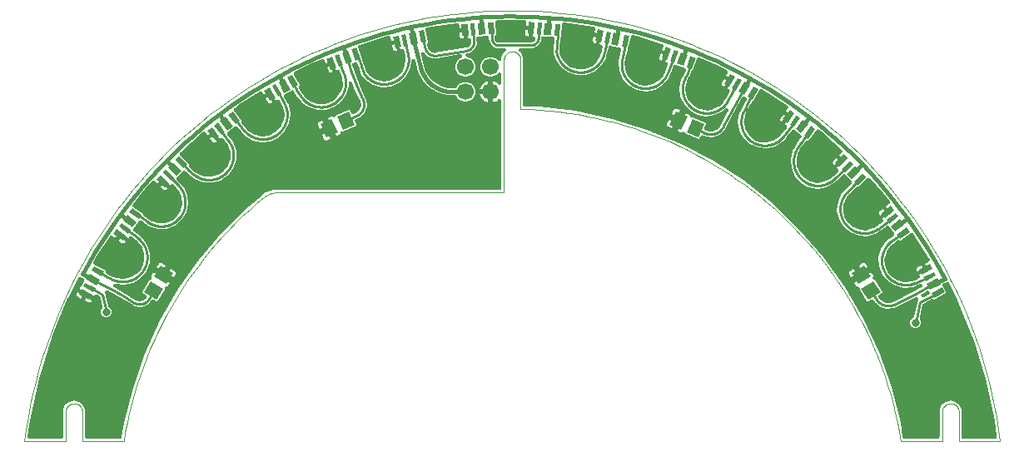
<source format=gtl>
G04 EAGLE Gerber RS-274X export*
G75*
%MOMM*%
%FSLAX34Y34*%
%LPD*%
%INTop_Copper*%
%IPPOS*%
%AMOC8*
5,1,8,0,0,1.08239X$1,22.5*%
G01*
%ADD10C,0.000000*%
%ADD11R,1.200000X0.550000*%
%ADD12R,1.200000X0.700000*%
%ADD13R,1.200000X0.450000*%
%ADD14R,1.200000X0.600000*%
%ADD15R,1.300000X1.500000*%
%ADD16C,1.700000*%
%ADD17R,0.806400X0.806400*%
%ADD18C,0.806400*%
%ADD19C,0.152400*%
%ADD20C,0.254000*%
%ADD21C,0.406400*%
%ADD22C,0.400000*%

G36*
X37478Y2544D02*
X37478Y2544D01*
X37508Y2542D01*
X37676Y2564D01*
X37845Y2581D01*
X37874Y2590D01*
X37904Y2594D01*
X38064Y2649D01*
X38227Y2699D01*
X38253Y2713D01*
X38282Y2723D01*
X38428Y2809D01*
X38577Y2890D01*
X38600Y2910D01*
X38626Y2925D01*
X38753Y3038D01*
X38883Y3148D01*
X38901Y3171D01*
X38924Y3192D01*
X39025Y3328D01*
X39131Y3461D01*
X39144Y3488D01*
X39162Y3512D01*
X39235Y3665D01*
X39312Y3817D01*
X39320Y3846D01*
X39333Y3873D01*
X39373Y4039D01*
X39418Y4202D01*
X39420Y4232D01*
X39427Y4261D01*
X39447Y4540D01*
X39447Y32520D01*
X41634Y37061D01*
X45574Y40203D01*
X50488Y41325D01*
X55401Y40203D01*
X59342Y37061D01*
X61528Y32520D01*
X61528Y4540D01*
X61531Y4510D01*
X61529Y4480D01*
X61551Y4311D01*
X61568Y4143D01*
X61577Y4114D01*
X61581Y4084D01*
X61636Y3923D01*
X61686Y3761D01*
X61701Y3734D01*
X61711Y3706D01*
X61796Y3560D01*
X61878Y3411D01*
X61898Y3387D01*
X61913Y3361D01*
X62026Y3235D01*
X62135Y3105D01*
X62159Y3086D01*
X62179Y3064D01*
X62315Y2963D01*
X62448Y2857D01*
X62476Y2843D01*
X62500Y2825D01*
X62653Y2753D01*
X62805Y2676D01*
X62834Y2668D01*
X62861Y2655D01*
X63026Y2615D01*
X63190Y2570D01*
X63220Y2567D01*
X63249Y2560D01*
X63528Y2541D01*
X97092Y2541D01*
X97166Y2548D01*
X97241Y2546D01*
X97365Y2568D01*
X97489Y2581D01*
X97561Y2603D01*
X97635Y2616D01*
X97751Y2662D01*
X97871Y2699D01*
X97937Y2735D01*
X98006Y2762D01*
X98111Y2830D01*
X98221Y2890D01*
X98279Y2939D01*
X98341Y2979D01*
X98431Y3067D01*
X98527Y3148D01*
X98573Y3206D01*
X98627Y3259D01*
X98697Y3362D01*
X98775Y3461D01*
X98809Y3528D01*
X98851Y3589D01*
X98899Y3705D01*
X98956Y3817D01*
X98976Y3889D01*
X99005Y3958D01*
X99052Y4163D01*
X99062Y4202D01*
X99063Y4213D01*
X99067Y4230D01*
X101324Y18620D01*
X110353Y54397D01*
X122617Y89198D01*
X138013Y122731D01*
X156412Y154715D01*
X177660Y184882D01*
X201578Y212978D01*
X227966Y238769D01*
X242022Y250190D01*
X242284Y250403D01*
X242285Y250403D01*
X245298Y252852D01*
X252616Y255451D01*
X256408Y255451D01*
X483101Y255451D01*
X483131Y255454D01*
X483161Y255452D01*
X483330Y255474D01*
X483499Y255491D01*
X483527Y255500D01*
X483557Y255504D01*
X483718Y255559D01*
X483880Y255609D01*
X483907Y255623D01*
X483935Y255633D01*
X484081Y255719D01*
X484231Y255800D01*
X484254Y255820D01*
X484280Y255835D01*
X484406Y255948D01*
X484536Y256058D01*
X484555Y256081D01*
X484577Y256102D01*
X484679Y256238D01*
X484784Y256371D01*
X484798Y256398D01*
X484816Y256422D01*
X484888Y256575D01*
X484965Y256727D01*
X484973Y256756D01*
X484986Y256783D01*
X485026Y256949D01*
X485072Y257112D01*
X485074Y257142D01*
X485081Y257171D01*
X485100Y257450D01*
X485100Y346020D01*
X485099Y346035D01*
X485100Y346050D01*
X485079Y346234D01*
X485060Y346417D01*
X485056Y346432D01*
X485054Y346447D01*
X484997Y346622D01*
X484942Y346799D01*
X484935Y346812D01*
X484930Y346827D01*
X484840Y346986D01*
X484751Y347149D01*
X484741Y347161D01*
X484733Y347174D01*
X484613Y347313D01*
X484493Y347455D01*
X484481Y347464D01*
X484471Y347476D01*
X484326Y347588D01*
X484180Y347703D01*
X484167Y347710D01*
X484155Y347719D01*
X483989Y347800D01*
X483824Y347884D01*
X483810Y347888D01*
X483796Y347894D01*
X483616Y347941D01*
X483439Y347990D01*
X483424Y347991D01*
X483409Y347995D01*
X483225Y348005D01*
X483041Y348018D01*
X483026Y348016D01*
X483011Y348017D01*
X482829Y347990D01*
X482645Y347966D01*
X482630Y347961D01*
X482615Y347959D01*
X482442Y347897D01*
X482267Y347837D01*
X482254Y347829D01*
X482240Y347824D01*
X482082Y347728D01*
X481922Y347635D01*
X481911Y347624D01*
X481898Y347617D01*
X481687Y347433D01*
X481133Y346879D01*
X479727Y345857D01*
X478178Y345068D01*
X476525Y344531D01*
X476439Y344517D01*
X476439Y354800D01*
X476436Y354830D01*
X476438Y354860D01*
X476416Y355028D01*
X476399Y355197D01*
X476390Y355226D01*
X476386Y355256D01*
X476368Y355309D01*
X476410Y355462D01*
X476413Y355492D01*
X476420Y355522D01*
X476439Y355800D01*
X476439Y366083D01*
X476525Y366069D01*
X478178Y365532D01*
X479727Y364743D01*
X481133Y363721D01*
X481687Y363167D01*
X481699Y363157D01*
X481709Y363145D01*
X481853Y363031D01*
X481997Y362914D01*
X482010Y362907D01*
X482022Y362897D01*
X482186Y362814D01*
X482350Y362727D01*
X482365Y362723D01*
X482378Y362716D01*
X482555Y362667D01*
X482733Y362615D01*
X482748Y362614D01*
X482763Y362610D01*
X482946Y362597D01*
X483131Y362581D01*
X483146Y362583D01*
X483161Y362582D01*
X483344Y362606D01*
X483528Y362627D01*
X483543Y362632D01*
X483557Y362634D01*
X483731Y362693D01*
X483908Y362751D01*
X483921Y362758D01*
X483935Y362763D01*
X484095Y362857D01*
X484255Y362948D01*
X484267Y362958D01*
X484280Y362965D01*
X484417Y363088D01*
X484557Y363210D01*
X484566Y363222D01*
X484577Y363232D01*
X484687Y363379D01*
X484800Y363526D01*
X484807Y363540D01*
X484816Y363552D01*
X484894Y363719D01*
X484976Y363885D01*
X484980Y363900D01*
X484986Y363914D01*
X485030Y364093D01*
X485076Y364272D01*
X485077Y364287D01*
X485081Y364302D01*
X485100Y364580D01*
X485100Y372857D01*
X485099Y372872D01*
X485100Y372887D01*
X485079Y373071D01*
X485060Y373254D01*
X485056Y373269D01*
X485054Y373284D01*
X484997Y373459D01*
X484942Y373636D01*
X484935Y373649D01*
X484930Y373663D01*
X484840Y373823D01*
X484751Y373986D01*
X484741Y373998D01*
X484734Y374011D01*
X484613Y374150D01*
X484493Y374291D01*
X484481Y374301D01*
X484471Y374312D01*
X484325Y374425D01*
X484180Y374540D01*
X484167Y374546D01*
X484155Y374556D01*
X483989Y374637D01*
X483824Y374721D01*
X483810Y374725D01*
X483796Y374731D01*
X483618Y374778D01*
X483439Y374827D01*
X483424Y374828D01*
X483409Y374832D01*
X483226Y374842D01*
X483041Y374855D01*
X483026Y374853D01*
X483011Y374854D01*
X482828Y374827D01*
X482645Y374803D01*
X482631Y374798D01*
X482615Y374796D01*
X482442Y374733D01*
X482267Y374674D01*
X482254Y374666D01*
X482240Y374661D01*
X482082Y374565D01*
X481922Y374471D01*
X481911Y374461D01*
X481898Y374453D01*
X481687Y374270D01*
X479619Y372201D01*
X475934Y370675D01*
X471946Y370675D01*
X468261Y372201D01*
X465441Y375021D01*
X463915Y378706D01*
X463915Y382694D01*
X465441Y386379D01*
X468261Y389199D01*
X471946Y390725D01*
X475934Y390725D01*
X479619Y389199D01*
X481687Y387130D01*
X481699Y387120D01*
X481709Y387109D01*
X481853Y386994D01*
X481997Y386877D01*
X482010Y386870D01*
X482022Y386860D01*
X482187Y386777D01*
X482350Y386691D01*
X482364Y386686D01*
X482378Y386679D01*
X482556Y386630D01*
X482733Y386578D01*
X482748Y386577D01*
X482763Y386573D01*
X482947Y386560D01*
X483131Y386544D01*
X483146Y386546D01*
X483161Y386545D01*
X483345Y386569D01*
X483528Y386590D01*
X483542Y386595D01*
X483557Y386597D01*
X483733Y386657D01*
X483908Y386714D01*
X483921Y386722D01*
X483935Y386726D01*
X484094Y386820D01*
X484255Y386911D01*
X484267Y386921D01*
X484280Y386929D01*
X484417Y387051D01*
X484557Y387173D01*
X484566Y387185D01*
X484577Y387195D01*
X484687Y387343D01*
X484800Y387490D01*
X484807Y387503D01*
X484816Y387515D01*
X484895Y387683D01*
X484976Y387848D01*
X484980Y387863D01*
X484986Y387877D01*
X485030Y388056D01*
X485076Y388235D01*
X485077Y388250D01*
X485081Y388265D01*
X485100Y388543D01*
X485100Y390520D01*
X487287Y395061D01*
X488976Y396408D01*
X489065Y396494D01*
X489160Y396574D01*
X489207Y396634D01*
X489262Y396687D01*
X489332Y396789D01*
X489409Y396886D01*
X489444Y396954D01*
X489487Y397017D01*
X489535Y397131D01*
X489591Y397242D01*
X489612Y397315D01*
X489641Y397385D01*
X489665Y397507D01*
X489699Y397626D01*
X489704Y397702D01*
X489719Y397777D01*
X489719Y397901D01*
X489728Y398025D01*
X489718Y398100D01*
X489718Y398176D01*
X489693Y398298D01*
X489677Y398421D01*
X489653Y398493D01*
X489638Y398568D01*
X489589Y398681D01*
X489549Y398799D01*
X489511Y398865D01*
X489481Y398935D01*
X489411Y399037D01*
X489348Y399144D01*
X489298Y399201D01*
X489254Y399264D01*
X489165Y399350D01*
X489083Y399443D01*
X489022Y399488D01*
X488967Y399541D01*
X488862Y399608D01*
X488763Y399682D01*
X488694Y399715D01*
X488630Y399756D01*
X488514Y399800D01*
X488402Y399853D01*
X488328Y399872D01*
X488257Y399899D01*
X488135Y399920D01*
X488014Y399950D01*
X487914Y399957D01*
X487863Y399966D01*
X487818Y399964D01*
X487736Y399970D01*
X481209Y399991D01*
X481143Y399985D01*
X481076Y399987D01*
X480945Y399965D01*
X480812Y399952D01*
X480748Y399933D01*
X480682Y399922D01*
X480452Y399842D01*
X480430Y399836D01*
X480425Y399833D01*
X480418Y399831D01*
X480262Y399764D01*
X480041Y399853D01*
X480004Y399864D01*
X479968Y399881D01*
X479812Y399919D01*
X479658Y399964D01*
X479619Y399967D01*
X479580Y399977D01*
X479302Y399997D01*
X479064Y399998D01*
X478944Y400118D01*
X478893Y400161D01*
X478847Y400210D01*
X478739Y400287D01*
X478636Y400372D01*
X478577Y400403D01*
X478523Y400442D01*
X478303Y400549D01*
X478283Y400560D01*
X478278Y400561D01*
X478272Y400564D01*
X477328Y400944D01*
X474417Y403700D01*
X472721Y407333D01*
X472720Y407352D01*
X472659Y408357D01*
X472659Y408358D01*
X472599Y409333D01*
X472599Y409334D01*
X472531Y410450D01*
X472525Y410488D01*
X472525Y410528D01*
X472493Y410685D01*
X472467Y410844D01*
X472453Y410881D01*
X472445Y410919D01*
X472383Y411067D01*
X472326Y411218D01*
X472305Y411251D01*
X472290Y411287D01*
X472199Y411420D01*
X472113Y411556D01*
X472086Y411584D01*
X472064Y411617D01*
X471949Y411728D01*
X471838Y411845D01*
X471806Y411867D01*
X471778Y411895D01*
X471642Y411981D01*
X471510Y412073D01*
X471474Y412089D01*
X471441Y412110D01*
X471292Y412168D01*
X471144Y412232D01*
X471105Y412241D01*
X471069Y412255D01*
X470911Y412282D01*
X470753Y412315D01*
X470714Y412316D01*
X470675Y412322D01*
X470396Y412322D01*
X461626Y411709D01*
X461592Y411703D01*
X461558Y411703D01*
X461395Y411670D01*
X461232Y411642D01*
X461200Y411629D01*
X461167Y411622D01*
X461014Y411557D01*
X460860Y411497D01*
X460831Y411479D01*
X460800Y411465D01*
X460663Y411371D01*
X460523Y411282D01*
X460499Y411258D01*
X460471Y411239D01*
X460356Y411119D01*
X460237Y411003D01*
X460217Y410975D01*
X460194Y410951D01*
X460105Y410811D01*
X460011Y410674D01*
X459998Y410643D01*
X459979Y410614D01*
X459920Y410459D01*
X459855Y410306D01*
X459849Y410273D01*
X459836Y410241D01*
X459809Y410078D01*
X459776Y409915D01*
X459776Y409880D01*
X459770Y409847D01*
X459771Y409568D01*
X459809Y409051D01*
X459843Y408596D01*
X460101Y405090D01*
X460168Y404181D01*
X457847Y398872D01*
X453317Y395259D01*
X452350Y395076D01*
X452332Y395070D01*
X452312Y395068D01*
X452141Y395014D01*
X451967Y394962D01*
X450460Y394716D01*
X450440Y394711D01*
X450409Y394707D01*
X450310Y394688D01*
X450298Y394685D01*
X450285Y394683D01*
X450106Y394628D01*
X449927Y394575D01*
X449916Y394569D01*
X449904Y394565D01*
X449738Y394475D01*
X449574Y394388D01*
X449564Y394380D01*
X449553Y394374D01*
X449409Y394252D01*
X449265Y394134D01*
X449257Y394124D01*
X449248Y394116D01*
X449131Y393970D01*
X449013Y393824D01*
X449007Y393813D01*
X449000Y393803D01*
X448915Y393636D01*
X448828Y393470D01*
X448824Y393458D01*
X448819Y393447D01*
X448768Y393266D01*
X448716Y393087D01*
X448715Y393074D01*
X448712Y393062D01*
X448699Y392876D01*
X448684Y392689D01*
X448685Y392676D01*
X448684Y392664D01*
X448708Y392478D01*
X448730Y392292D01*
X448734Y392280D01*
X448736Y392268D01*
X448797Y392091D01*
X448855Y391913D01*
X448862Y391902D01*
X448866Y391890D01*
X448960Y391729D01*
X449053Y391566D01*
X449061Y391556D01*
X449068Y391545D01*
X449193Y391406D01*
X449316Y391265D01*
X449326Y391257D01*
X449334Y391248D01*
X449484Y391136D01*
X449633Y391022D01*
X449645Y391017D01*
X449655Y391009D01*
X449824Y390930D01*
X449992Y390848D01*
X450005Y390844D01*
X450016Y390839D01*
X450198Y390795D01*
X450379Y390748D01*
X450392Y390747D01*
X450404Y390744D01*
X450504Y390737D01*
X454219Y389199D01*
X457039Y386379D01*
X458565Y382694D01*
X458565Y378706D01*
X457039Y375021D01*
X454219Y372201D01*
X450534Y370675D01*
X446546Y370675D01*
X442861Y372201D01*
X440041Y375021D01*
X438515Y378706D01*
X438515Y382694D01*
X440041Y386379D01*
X442861Y389199D01*
X443973Y389659D01*
X444121Y389739D01*
X444273Y389814D01*
X444297Y389833D01*
X444324Y389848D01*
X444455Y389956D01*
X444588Y390060D01*
X444608Y390083D01*
X444632Y390103D01*
X444738Y390235D01*
X444848Y390363D01*
X444863Y390390D01*
X444882Y390414D01*
X444960Y390564D01*
X445042Y390712D01*
X445052Y390741D01*
X445066Y390769D01*
X445112Y390931D01*
X445164Y391093D01*
X445167Y391123D01*
X445175Y391153D01*
X445188Y391322D01*
X445207Y391490D01*
X445204Y391520D01*
X445206Y391551D01*
X445186Y391719D01*
X445170Y391887D01*
X445161Y391917D01*
X445157Y391947D01*
X445104Y392108D01*
X445055Y392270D01*
X445040Y392297D01*
X445031Y392326D01*
X444946Y392473D01*
X444866Y392622D01*
X444847Y392646D01*
X444831Y392672D01*
X444719Y392800D01*
X444611Y392929D01*
X444587Y392949D01*
X444567Y392972D01*
X444432Y393074D01*
X444300Y393180D01*
X444273Y393194D01*
X444248Y393213D01*
X444096Y393286D01*
X443946Y393364D01*
X443916Y393372D01*
X443888Y393386D01*
X443724Y393427D01*
X443562Y393474D01*
X443531Y393476D01*
X443501Y393483D01*
X443332Y393491D01*
X443163Y393505D01*
X443126Y393501D01*
X443102Y393502D01*
X443048Y393494D01*
X442885Y393479D01*
X419383Y389641D01*
X419330Y389627D01*
X419276Y389620D01*
X419138Y389575D01*
X418997Y389537D01*
X418948Y389513D01*
X418896Y389496D01*
X418770Y389424D01*
X418640Y389359D01*
X418607Y389334D01*
X417861Y389355D01*
X417810Y389352D01*
X417759Y389356D01*
X417481Y389330D01*
X416742Y389210D01*
X416698Y389235D01*
X416646Y389253D01*
X416597Y389277D01*
X416457Y389316D01*
X416319Y389362D01*
X416265Y389369D01*
X416212Y389383D01*
X415934Y389411D01*
X414283Y389459D01*
X408746Y392337D01*
X406835Y394899D01*
X406706Y395040D01*
X406577Y395184D01*
X406571Y395188D01*
X406565Y395194D01*
X406410Y395307D01*
X406256Y395421D01*
X406249Y395425D01*
X406243Y395429D01*
X406069Y395509D01*
X405894Y395590D01*
X405887Y395592D01*
X405880Y395595D01*
X405693Y395639D01*
X405506Y395684D01*
X405498Y395685D01*
X405491Y395686D01*
X405298Y395692D01*
X405107Y395699D01*
X405099Y395698D01*
X405091Y395698D01*
X404904Y395666D01*
X404713Y395634D01*
X404705Y395631D01*
X404698Y395630D01*
X404520Y395561D01*
X404339Y395492D01*
X404333Y395488D01*
X404325Y395485D01*
X404162Y395381D01*
X404002Y395279D01*
X403996Y395274D01*
X403989Y395270D01*
X403851Y395135D01*
X403713Y395003D01*
X403709Y394997D01*
X403703Y394991D01*
X403593Y394831D01*
X403485Y394675D01*
X403482Y394668D01*
X403478Y394661D01*
X403402Y394483D01*
X403327Y394308D01*
X403325Y394300D01*
X403322Y394293D01*
X403284Y394105D01*
X403245Y393917D01*
X403245Y393910D01*
X403243Y393902D01*
X403243Y393710D01*
X403242Y393518D01*
X403243Y393509D01*
X403243Y393502D01*
X403249Y393476D01*
X403287Y393242D01*
X405961Y381973D01*
X405970Y381946D01*
X405971Y381942D01*
X405978Y381921D01*
X405996Y381845D01*
X407081Y378324D01*
X407104Y378270D01*
X407119Y378213D01*
X407235Y377959D01*
X410745Y371499D01*
X410816Y371395D01*
X410878Y371287D01*
X410941Y371211D01*
X410970Y371169D01*
X411003Y371136D01*
X411056Y371072D01*
X416135Y365756D01*
X416230Y365674D01*
X416319Y365586D01*
X416399Y365529D01*
X416438Y365496D01*
X416479Y365473D01*
X416547Y365425D01*
X422840Y361623D01*
X422953Y361570D01*
X423061Y361508D01*
X423154Y361474D01*
X423201Y361452D01*
X423246Y361441D01*
X423324Y361413D01*
X430393Y359390D01*
X430451Y359380D01*
X430507Y359361D01*
X430783Y359319D01*
X430786Y359319D01*
X434455Y359025D01*
X434502Y359026D01*
X434587Y359018D01*
X437847Y358973D01*
X437899Y358978D01*
X437950Y358975D01*
X438097Y358995D01*
X438245Y359008D01*
X438295Y359022D01*
X438346Y359029D01*
X438486Y359079D01*
X438628Y359120D01*
X438674Y359145D01*
X438723Y359162D01*
X438850Y359238D01*
X438981Y359307D01*
X439021Y359340D01*
X439066Y359366D01*
X439176Y359466D01*
X439290Y359560D01*
X439323Y359600D01*
X439361Y359635D01*
X439449Y359755D01*
X439543Y359870D01*
X439567Y359916D01*
X439597Y359957D01*
X439722Y360207D01*
X440041Y360979D01*
X442861Y363799D01*
X446546Y365325D01*
X450534Y365325D01*
X454219Y363799D01*
X457039Y360979D01*
X458565Y357294D01*
X458565Y353306D01*
X457039Y349621D01*
X454219Y346801D01*
X450534Y345275D01*
X446546Y345275D01*
X442861Y346801D01*
X440041Y349621D01*
X439599Y350690D01*
X439587Y350711D01*
X439580Y350734D01*
X439493Y350887D01*
X439410Y351042D01*
X439395Y351060D01*
X439383Y351081D01*
X439267Y351214D01*
X439155Y351349D01*
X439136Y351364D01*
X439120Y351382D01*
X438981Y351489D01*
X438844Y351600D01*
X438822Y351611D01*
X438803Y351625D01*
X438645Y351703D01*
X438489Y351783D01*
X438466Y351790D01*
X438444Y351800D01*
X438274Y351845D01*
X438105Y351893D01*
X438081Y351895D01*
X438058Y351901D01*
X437779Y351924D01*
X436778Y351938D01*
X436777Y351938D01*
X434490Y351970D01*
X432661Y351995D01*
X432202Y352001D01*
X429576Y352038D01*
X420128Y354741D01*
X411716Y359823D01*
X404928Y366929D01*
X400236Y375565D01*
X399310Y379466D01*
X399102Y380346D01*
X399101Y380348D01*
X399100Y380352D01*
X397425Y387309D01*
X397413Y387346D01*
X397406Y387383D01*
X397347Y387534D01*
X397294Y387687D01*
X397274Y387719D01*
X397260Y387755D01*
X397172Y387891D01*
X397090Y388030D01*
X397064Y388058D01*
X397043Y388090D01*
X396930Y388206D01*
X396821Y388326D01*
X396790Y388348D01*
X396764Y388376D01*
X396630Y388467D01*
X396500Y388562D01*
X396465Y388579D01*
X396433Y388600D01*
X396284Y388662D01*
X396137Y388730D01*
X396100Y388739D01*
X396065Y388754D01*
X395906Y388785D01*
X395749Y388823D01*
X395710Y388824D01*
X395673Y388832D01*
X395511Y388831D01*
X395349Y388836D01*
X395312Y388830D01*
X395273Y388830D01*
X395115Y388797D01*
X394955Y388770D01*
X394920Y388757D01*
X394882Y388749D01*
X394734Y388685D01*
X394583Y388627D01*
X394550Y388607D01*
X394515Y388592D01*
X394382Y388500D01*
X394246Y388413D01*
X394218Y388386D01*
X394187Y388365D01*
X394075Y388248D01*
X393958Y388136D01*
X393936Y388104D01*
X393910Y388077D01*
X393823Y387940D01*
X393731Y387807D01*
X393716Y387772D01*
X393695Y387740D01*
X393637Y387588D01*
X393574Y387440D01*
X393566Y387402D01*
X393553Y387367D01*
X393498Y387093D01*
X392617Y380127D01*
X388389Y371667D01*
X381599Y365084D01*
X373012Y361122D01*
X363597Y360226D01*
X354417Y362498D01*
X346508Y367683D01*
X344841Y369861D01*
X343928Y371054D01*
X343634Y371438D01*
X342559Y372844D01*
X342197Y374131D01*
X342197Y374132D01*
X342080Y374548D01*
X342072Y374569D01*
X342064Y374601D01*
X340659Y379119D01*
X340638Y379169D01*
X340603Y379276D01*
X338617Y384177D01*
X338615Y384181D01*
X338613Y384186D01*
X338522Y384358D01*
X338431Y384530D01*
X338428Y384534D01*
X338425Y384538D01*
X338301Y384689D01*
X338178Y384840D01*
X338174Y384843D01*
X338171Y384846D01*
X338018Y384970D01*
X337869Y385092D01*
X337864Y385095D01*
X337860Y385098D01*
X337687Y385188D01*
X337515Y385279D01*
X337511Y385280D01*
X337506Y385282D01*
X337318Y385337D01*
X337132Y385391D01*
X337130Y385391D01*
X337111Y385398D01*
X337085Y385412D01*
X336923Y385461D01*
X336762Y385516D01*
X336732Y385519D01*
X336703Y385528D01*
X336534Y385544D01*
X336366Y385566D01*
X336335Y385564D01*
X336305Y385566D01*
X336137Y385549D01*
X335967Y385536D01*
X335938Y385528D01*
X335908Y385525D01*
X335746Y385474D01*
X335583Y385428D01*
X335556Y385414D01*
X335527Y385405D01*
X335378Y385323D01*
X335227Y385245D01*
X335204Y385226D01*
X335177Y385212D01*
X335048Y385102D01*
X334916Y384996D01*
X334896Y384972D01*
X334873Y384953D01*
X334768Y384819D01*
X334759Y384808D01*
X334487Y384706D01*
X334363Y384644D01*
X334235Y384591D01*
X334184Y384556D01*
X334129Y384529D01*
X334020Y384444D01*
X333905Y384365D01*
X333862Y384322D01*
X333814Y384284D01*
X333723Y384179D01*
X333626Y384079D01*
X333593Y384028D01*
X333553Y383982D01*
X333485Y383860D01*
X333410Y383743D01*
X333388Y383686D01*
X333358Y383633D01*
X333315Y383501D01*
X333265Y383371D01*
X333254Y383311D01*
X333236Y383253D01*
X333220Y383115D01*
X333197Y382978D01*
X333198Y382917D01*
X333192Y382856D01*
X333204Y382717D01*
X333208Y382578D01*
X333223Y382502D01*
X333227Y382458D01*
X333243Y382407D01*
X333263Y382305D01*
X333757Y380507D01*
X333778Y380455D01*
X333814Y380333D01*
X341447Y360044D01*
X341472Y359994D01*
X341519Y359876D01*
X346248Y350118D01*
X346261Y350098D01*
X346276Y350064D01*
X347196Y348305D01*
X347196Y348304D01*
X347768Y347210D01*
X348259Y340787D01*
X346174Y334691D01*
X341854Y329913D01*
X340732Y329398D01*
X340731Y329398D01*
X337312Y327830D01*
X337284Y327813D01*
X337253Y327801D01*
X337112Y327712D01*
X336968Y327628D01*
X336943Y327605D01*
X336915Y327588D01*
X336795Y327473D01*
X336670Y327361D01*
X336650Y327334D01*
X336627Y327312D01*
X336532Y327175D01*
X336431Y327041D01*
X336417Y327011D01*
X336399Y326984D01*
X336332Y326831D01*
X336261Y326679D01*
X336253Y326647D01*
X336240Y326617D01*
X336206Y326454D01*
X336166Y326292D01*
X336165Y326259D01*
X336158Y326226D01*
X336157Y326059D01*
X336150Y325892D01*
X336156Y325860D01*
X336155Y325827D01*
X336187Y325663D01*
X336214Y325498D01*
X336226Y325467D01*
X336232Y325435D01*
X336331Y325174D01*
X337719Y322169D01*
X337283Y320984D01*
X324335Y315001D01*
X323991Y315128D01*
X323902Y315151D01*
X323816Y315183D01*
X323709Y315200D01*
X323605Y315227D01*
X323513Y315232D01*
X323422Y315247D01*
X323314Y315243D01*
X323206Y315248D01*
X323115Y315235D01*
X323023Y315231D01*
X322918Y315205D01*
X322811Y315190D01*
X322724Y315158D01*
X322635Y315136D01*
X322537Y315090D01*
X322435Y315053D01*
X322357Y315005D01*
X322273Y314966D01*
X322187Y314902D01*
X322094Y314845D01*
X322027Y314783D01*
X321953Y314728D01*
X321881Y314647D01*
X321801Y314574D01*
X321748Y314499D01*
X321686Y314430D01*
X321632Y314337D01*
X321569Y314249D01*
X321531Y314165D01*
X321484Y314086D01*
X321449Y313983D01*
X321405Y313885D01*
X321385Y313795D01*
X321355Y313708D01*
X321340Y313617D01*
X321092Y312942D01*
X320706Y312395D01*
X320192Y311967D01*
X316937Y310463D01*
X313250Y318443D01*
X313235Y318469D01*
X313224Y318498D01*
X313133Y318641D01*
X313047Y318787D01*
X313027Y318810D01*
X313011Y318835D01*
X312894Y318958D01*
X312780Y319084D01*
X312755Y319102D01*
X312735Y319124D01*
X312595Y319221D01*
X312459Y319322D01*
X312432Y319335D01*
X312407Y319352D01*
X312317Y319391D01*
X312327Y319436D01*
X312367Y319601D01*
X312368Y319631D01*
X312374Y319661D01*
X312375Y319830D01*
X312382Y320000D01*
X312377Y320030D01*
X312377Y320060D01*
X312345Y320226D01*
X312317Y320394D01*
X312306Y320422D01*
X312300Y320452D01*
X312201Y320713D01*
X308514Y328693D01*
X311769Y330197D01*
X312428Y330311D01*
X313094Y330250D01*
X313753Y330008D01*
X313764Y330000D01*
X313863Y329955D01*
X313957Y329902D01*
X314044Y329874D01*
X314128Y329836D01*
X314234Y329812D01*
X314337Y329779D01*
X314428Y329768D01*
X314518Y329748D01*
X314626Y329745D01*
X314734Y329733D01*
X314825Y329741D01*
X314917Y329739D01*
X315024Y329758D01*
X315131Y329767D01*
X315220Y329793D01*
X315310Y329810D01*
X315411Y329850D01*
X315515Y329880D01*
X315596Y329923D01*
X315681Y329957D01*
X315772Y330016D01*
X315868Y330067D01*
X315939Y330125D01*
X316016Y330175D01*
X316093Y330251D01*
X316177Y330320D01*
X316235Y330391D01*
X316300Y330456D01*
X316361Y330546D01*
X316429Y330629D01*
X316472Y330711D01*
X316523Y330787D01*
X316589Y330934D01*
X316615Y330983D01*
X316622Y331007D01*
X316638Y331042D01*
X316765Y331386D01*
X329712Y337369D01*
X330898Y336932D01*
X332309Y333878D01*
X332323Y333854D01*
X332333Y333828D01*
X332425Y333682D01*
X332512Y333533D01*
X332531Y333513D01*
X332545Y333490D01*
X332664Y333364D01*
X332779Y333237D01*
X332802Y333220D01*
X332821Y333200D01*
X332962Y333102D01*
X333100Y332999D01*
X333125Y332987D01*
X333148Y332971D01*
X333306Y332903D01*
X333462Y332830D01*
X333489Y332823D01*
X333514Y332812D01*
X333683Y332776D01*
X333850Y332736D01*
X333878Y332735D01*
X333905Y332729D01*
X334078Y332727D01*
X334250Y332721D01*
X334277Y332725D01*
X334304Y332725D01*
X334474Y332758D01*
X334644Y332786D01*
X334669Y332795D01*
X334696Y332801D01*
X334958Y332899D01*
X336596Y333651D01*
X336645Y333679D01*
X336776Y333744D01*
X338185Y334573D01*
X338318Y334670D01*
X338454Y334762D01*
X338485Y334792D01*
X338507Y334809D01*
X338546Y334850D01*
X338655Y334955D01*
X340836Y337368D01*
X340875Y337421D01*
X340921Y337468D01*
X340975Y337552D01*
X341036Y337630D01*
X341052Y337661D01*
X341073Y337690D01*
X341101Y337749D01*
X341136Y337805D01*
X341191Y337935D01*
X341217Y337986D01*
X341225Y338016D01*
X341233Y338034D01*
X341241Y338052D01*
X341242Y338056D01*
X341245Y338062D01*
X342297Y341140D01*
X342312Y341204D01*
X342336Y341265D01*
X342357Y341398D01*
X342388Y341529D01*
X342390Y341594D01*
X342401Y341659D01*
X342399Y341907D01*
X342400Y341928D01*
X342399Y341932D01*
X342399Y341939D01*
X342151Y345182D01*
X342123Y345343D01*
X342100Y345506D01*
X342086Y345548D01*
X342081Y345575D01*
X342061Y345627D01*
X342014Y345772D01*
X341407Y347290D01*
X341381Y347340D01*
X341374Y347355D01*
X341355Y347409D01*
X341340Y347433D01*
X341323Y347474D01*
X341028Y348038D01*
X340403Y349233D01*
X340402Y349234D01*
X336076Y357507D01*
X333390Y364648D01*
X333353Y364722D01*
X333325Y364801D01*
X333264Y364901D01*
X333212Y365006D01*
X333161Y365071D01*
X333118Y365143D01*
X333039Y365229D01*
X332968Y365321D01*
X332904Y365376D01*
X332848Y365437D01*
X332754Y365505D01*
X332665Y365582D01*
X332592Y365623D01*
X332525Y365671D01*
X332418Y365720D01*
X332316Y365777D01*
X332237Y365802D01*
X332161Y365837D01*
X332047Y365863D01*
X331936Y365899D01*
X331853Y365908D01*
X331772Y365927D01*
X331655Y365930D01*
X331539Y365943D01*
X331456Y365935D01*
X331373Y365938D01*
X331257Y365918D01*
X331141Y365907D01*
X331061Y365883D01*
X330979Y365869D01*
X330870Y365826D01*
X330758Y365793D01*
X330685Y365754D01*
X330607Y365723D01*
X330509Y365660D01*
X330406Y365605D01*
X330342Y365552D01*
X330272Y365507D01*
X330188Y365425D01*
X330098Y365351D01*
X330046Y365286D01*
X329986Y365228D01*
X329920Y365131D01*
X329847Y365040D01*
X329808Y364966D01*
X329761Y364897D01*
X329716Y364790D01*
X329662Y364686D01*
X329639Y364606D01*
X329607Y364529D01*
X329584Y364414D01*
X329552Y364302D01*
X329545Y364219D01*
X329529Y364137D01*
X329524Y363954D01*
X329520Y363904D01*
X329522Y363886D01*
X329521Y363858D01*
X329617Y361628D01*
X327275Y353195D01*
X322446Y345896D01*
X315599Y340443D01*
X307405Y337369D01*
X298661Y336973D01*
X290223Y339294D01*
X282912Y344107D01*
X281418Y345973D01*
X280177Y347523D01*
X279646Y348188D01*
X278937Y349073D01*
X278937Y349074D01*
X277017Y351472D01*
X274474Y355979D01*
X274461Y355998D01*
X274451Y356018D01*
X274346Y356161D01*
X274244Y356306D01*
X274227Y356321D01*
X274214Y356339D01*
X274082Y356458D01*
X273953Y356580D01*
X273934Y356592D01*
X273917Y356607D01*
X273765Y356697D01*
X273614Y356791D01*
X273593Y356799D01*
X273574Y356810D01*
X273406Y356868D01*
X273240Y356930D01*
X273218Y356934D01*
X273196Y356941D01*
X273020Y356965D01*
X272845Y356993D01*
X272823Y356992D01*
X272800Y356995D01*
X272624Y356983D01*
X272446Y356975D01*
X272424Y356970D01*
X272402Y356968D01*
X272231Y356922D01*
X272059Y356879D01*
X272038Y356869D01*
X272016Y356863D01*
X271763Y356745D01*
X264683Y352820D01*
X264648Y352796D01*
X264610Y352778D01*
X264484Y352683D01*
X264355Y352593D01*
X264326Y352562D01*
X264292Y352537D01*
X264187Y352418D01*
X264078Y352304D01*
X264056Y352269D01*
X264028Y352237D01*
X263949Y352100D01*
X263865Y351967D01*
X263849Y351927D01*
X263829Y351891D01*
X263779Y351741D01*
X263722Y351594D01*
X263715Y351552D01*
X263702Y351512D01*
X263683Y351355D01*
X263657Y351200D01*
X263659Y351158D01*
X263653Y351116D01*
X263666Y350958D01*
X263671Y350800D01*
X263681Y350759D01*
X263685Y350717D01*
X263728Y350566D01*
X263765Y350412D01*
X263783Y350374D01*
X263794Y350333D01*
X263915Y350082D01*
X265393Y347489D01*
X266376Y345764D01*
X268638Y341796D01*
X270362Y332824D01*
X269102Y323775D01*
X264993Y315615D01*
X258473Y309216D01*
X250238Y305259D01*
X241167Y304169D01*
X232229Y306060D01*
X224378Y310732D01*
X221414Y314208D01*
X220585Y315181D01*
X216658Y319789D01*
X216546Y319896D01*
X216544Y319898D01*
X216543Y319900D01*
X216532Y319910D01*
X216408Y320034D01*
X216388Y320048D01*
X216370Y320065D01*
X216222Y320159D01*
X216076Y320256D01*
X216053Y320266D01*
X216033Y320279D01*
X215869Y320342D01*
X215707Y320408D01*
X215683Y320413D01*
X215659Y320421D01*
X215486Y320450D01*
X215315Y320483D01*
X215290Y320483D01*
X215265Y320487D01*
X215090Y320481D01*
X214915Y320479D01*
X214891Y320474D01*
X214866Y320473D01*
X214696Y320432D01*
X214525Y320395D01*
X214502Y320385D01*
X214478Y320379D01*
X214319Y320305D01*
X214158Y320235D01*
X214134Y320219D01*
X214116Y320211D01*
X214074Y320180D01*
X213925Y320082D01*
X206859Y314699D01*
X206844Y314686D01*
X206828Y314675D01*
X206699Y314549D01*
X206567Y314427D01*
X206555Y314410D01*
X206541Y314397D01*
X206439Y314248D01*
X206335Y314101D01*
X206327Y314083D01*
X206316Y314067D01*
X206245Y313901D01*
X206172Y313737D01*
X206168Y313717D01*
X206160Y313699D01*
X206125Y313523D01*
X206085Y313347D01*
X206085Y313327D01*
X206081Y313308D01*
X206081Y313127D01*
X206078Y312947D01*
X206081Y312928D01*
X206081Y312908D01*
X206117Y312731D01*
X206150Y312555D01*
X206157Y312536D01*
X206161Y312517D01*
X206231Y312351D01*
X206298Y312184D01*
X206309Y312167D01*
X206317Y312149D01*
X206468Y311914D01*
X211001Y305832D01*
X211002Y305832D01*
X212508Y303811D01*
X215326Y295252D01*
X215285Y286240D01*
X212390Y277706D01*
X206939Y270530D01*
X206295Y270091D01*
X206295Y270090D01*
X203364Y268092D01*
X203364Y268091D01*
X200434Y266092D01*
X200433Y266092D01*
X199495Y265452D01*
X190824Y262995D01*
X181823Y263414D01*
X173418Y266664D01*
X171477Y268271D01*
X169947Y269538D01*
X169317Y270059D01*
X168418Y270804D01*
X168417Y270804D01*
X163637Y274762D01*
X163514Y274845D01*
X163395Y274934D01*
X163348Y274956D01*
X163306Y274985D01*
X163168Y275042D01*
X163034Y275105D01*
X162984Y275117D01*
X162936Y275137D01*
X162790Y275165D01*
X162646Y275201D01*
X162595Y275203D01*
X162544Y275213D01*
X162395Y275212D01*
X162247Y275218D01*
X162196Y275210D01*
X162145Y275210D01*
X161999Y275179D01*
X161853Y275155D01*
X161804Y275137D01*
X161754Y275127D01*
X161618Y275068D01*
X161479Y275016D01*
X161435Y274988D01*
X161388Y274968D01*
X161266Y274883D01*
X161140Y274804D01*
X161092Y274761D01*
X161060Y274739D01*
X161022Y274699D01*
X160931Y274618D01*
X155072Y268614D01*
X154956Y268468D01*
X154838Y268325D01*
X154832Y268313D01*
X154823Y268302D01*
X154738Y268136D01*
X154651Y267972D01*
X154647Y267959D01*
X154641Y267946D01*
X154591Y267768D01*
X154538Y267589D01*
X154537Y267575D01*
X154533Y267562D01*
X154520Y267376D01*
X154504Y267191D01*
X154505Y267177D01*
X154504Y267163D01*
X154528Y266978D01*
X154549Y266794D01*
X154553Y266781D01*
X154555Y266767D01*
X154615Y266590D01*
X154672Y266414D01*
X154679Y266402D01*
X154683Y266389D01*
X154777Y266228D01*
X154868Y266066D01*
X154879Y266053D01*
X154885Y266044D01*
X154911Y266014D01*
X155045Y265850D01*
X160365Y260178D01*
X160366Y260178D01*
X162070Y258361D01*
X165774Y250210D01*
X166666Y241301D01*
X164650Y232578D01*
X159940Y224963D01*
X153034Y219264D01*
X144665Y216084D01*
X135717Y215759D01*
X127139Y218324D01*
X124684Y220068D01*
X123489Y220916D01*
X123482Y220920D01*
X123473Y220927D01*
X118967Y224064D01*
X118945Y224076D01*
X118925Y224092D01*
X118771Y224173D01*
X118618Y224258D01*
X118594Y224266D01*
X118572Y224277D01*
X118404Y224326D01*
X118237Y224379D01*
X118212Y224382D01*
X118188Y224389D01*
X118014Y224403D01*
X117840Y224422D01*
X117815Y224420D01*
X117790Y224422D01*
X117512Y224398D01*
X117467Y224390D01*
X117450Y224386D01*
X117442Y224385D01*
X117432Y224382D01*
X117407Y224380D01*
X117245Y224332D01*
X117081Y224289D01*
X117053Y224275D01*
X117024Y224267D01*
X116875Y224187D01*
X116722Y224113D01*
X116698Y224094D01*
X116672Y224080D01*
X116540Y223972D01*
X116406Y223868D01*
X116386Y223846D01*
X116363Y223826D01*
X116256Y223695D01*
X116145Y223566D01*
X116130Y223540D01*
X116111Y223517D01*
X116032Y223367D01*
X115949Y223218D01*
X115939Y223190D01*
X115925Y223163D01*
X115878Y223000D01*
X115826Y222838D01*
X115822Y222808D01*
X115814Y222779D01*
X115800Y222611D01*
X115798Y222596D01*
X110967Y215946D01*
X110953Y215923D01*
X110936Y215903D01*
X110853Y215751D01*
X110766Y215601D01*
X110757Y215576D01*
X110744Y215552D01*
X110693Y215387D01*
X110637Y215223D01*
X110634Y215197D01*
X110626Y215171D01*
X110608Y214999D01*
X110586Y214827D01*
X110588Y214800D01*
X110585Y214774D01*
X110602Y214601D01*
X110615Y214429D01*
X110622Y214403D01*
X110625Y214376D01*
X110676Y214211D01*
X110722Y214044D01*
X110734Y214020D01*
X110742Y213994D01*
X110825Y213842D01*
X110904Y213688D01*
X110921Y213667D01*
X110933Y213644D01*
X111045Y213511D01*
X111153Y213376D01*
X111173Y213359D01*
X111191Y213338D01*
X111404Y213158D01*
X114655Y210779D01*
X116257Y209607D01*
X119956Y206900D01*
X125218Y199393D01*
X127782Y190592D01*
X127376Y181434D01*
X127284Y181197D01*
X126503Y179198D01*
X125723Y177199D01*
X125723Y177198D01*
X124943Y175200D01*
X124943Y175199D01*
X124163Y173200D01*
X124043Y172894D01*
X118138Y165882D01*
X110290Y161144D01*
X101335Y159185D01*
X92661Y160165D01*
X92618Y160166D01*
X92577Y160173D01*
X92419Y160168D01*
X92261Y160170D01*
X92220Y160162D01*
X92178Y160161D01*
X92024Y160125D01*
X91869Y160096D01*
X91830Y160080D01*
X91789Y160070D01*
X91645Y160004D01*
X91499Y159945D01*
X91464Y159921D01*
X91426Y159903D01*
X91298Y159810D01*
X91167Y159723D01*
X91137Y159693D01*
X91103Y159668D01*
X90997Y159552D01*
X90885Y159440D01*
X90862Y159405D01*
X90833Y159373D01*
X90752Y159238D01*
X90666Y159106D01*
X90650Y159067D01*
X90628Y159031D01*
X90575Y158882D01*
X90516Y158736D01*
X90509Y158694D01*
X90495Y158654D01*
X90473Y158498D01*
X90444Y158343D01*
X90445Y158301D01*
X90439Y158259D01*
X90448Y158101D01*
X90451Y157944D01*
X90460Y157902D01*
X90463Y157860D01*
X90503Y157708D01*
X90537Y157554D01*
X90555Y157515D01*
X90566Y157474D01*
X90636Y157333D01*
X90700Y157189D01*
X90724Y157154D01*
X90743Y157116D01*
X90840Y156991D01*
X90931Y156863D01*
X90962Y156834D01*
X90988Y156801D01*
X91107Y156698D01*
X91223Y156590D01*
X91259Y156568D01*
X91291Y156540D01*
X91530Y156397D01*
X92708Y155798D01*
X113300Y143312D01*
X113351Y143287D01*
X113474Y143218D01*
X114492Y142731D01*
X114639Y142678D01*
X114783Y142618D01*
X114836Y142607D01*
X114867Y142595D01*
X114924Y142587D01*
X115056Y142557D01*
X117276Y142222D01*
X117331Y142219D01*
X117385Y142208D01*
X117530Y142209D01*
X117675Y142202D01*
X117730Y142210D01*
X117785Y142211D01*
X118060Y142259D01*
X120238Y142804D01*
X120290Y142823D01*
X120344Y142834D01*
X120477Y142890D01*
X120614Y142939D01*
X120661Y142968D01*
X120712Y142989D01*
X120947Y143140D01*
X122748Y144481D01*
X122863Y144587D01*
X122983Y144687D01*
X123018Y144728D01*
X123042Y144751D01*
X123076Y144797D01*
X123164Y144900D01*
X123832Y145809D01*
X123861Y145858D01*
X123941Y145973D01*
X124022Y146110D01*
X124027Y146120D01*
X124033Y146128D01*
X124111Y146302D01*
X124191Y146472D01*
X124193Y146483D01*
X124198Y146492D01*
X124240Y146678D01*
X124284Y146861D01*
X124284Y146871D01*
X124287Y146882D01*
X124291Y147070D01*
X124298Y147260D01*
X124296Y147270D01*
X124296Y147281D01*
X124263Y147468D01*
X124232Y147654D01*
X124229Y147664D01*
X124227Y147674D01*
X124158Y147850D01*
X124090Y148027D01*
X124084Y148036D01*
X124080Y148046D01*
X123978Y148203D01*
X123876Y148364D01*
X123868Y148372D01*
X123863Y148381D01*
X123730Y148516D01*
X123599Y148652D01*
X123590Y148658D01*
X123583Y148666D01*
X123356Y148829D01*
X120354Y150691D01*
X120066Y151921D01*
X127582Y164043D01*
X127939Y164126D01*
X128026Y164156D01*
X128115Y164177D01*
X128214Y164221D01*
X128317Y164256D01*
X128396Y164303D01*
X128480Y164340D01*
X128568Y164403D01*
X128661Y164458D01*
X128730Y164520D01*
X128804Y164573D01*
X128878Y164652D01*
X128959Y164725D01*
X129014Y164799D01*
X129076Y164866D01*
X129132Y164958D01*
X129197Y165045D01*
X129236Y165128D01*
X129284Y165207D01*
X129321Y165308D01*
X129367Y165406D01*
X129389Y165496D01*
X129420Y165582D01*
X129436Y165689D01*
X129462Y165794D01*
X129466Y165886D01*
X129479Y165977D01*
X129474Y166085D01*
X129478Y166194D01*
X129463Y166284D01*
X129458Y166376D01*
X129431Y166481D01*
X129414Y166588D01*
X129382Y166674D01*
X129359Y166763D01*
X129321Y166847D01*
X129157Y167547D01*
X129178Y168216D01*
X129371Y168856D01*
X131260Y171903D01*
X138731Y167271D01*
X138758Y167258D01*
X138783Y167240D01*
X138938Y167170D01*
X139090Y167096D01*
X139119Y167088D01*
X139147Y167076D01*
X139313Y167038D01*
X139477Y166995D01*
X139507Y166993D01*
X139536Y166987D01*
X139706Y166982D01*
X139875Y166973D01*
X139905Y166978D01*
X139936Y166977D01*
X140031Y166994D01*
X140048Y166951D01*
X140106Y166791D01*
X140122Y166765D01*
X140133Y166737D01*
X140225Y166595D01*
X140313Y166450D01*
X140334Y166428D01*
X140350Y166402D01*
X140469Y166281D01*
X140584Y166156D01*
X140609Y166139D01*
X140630Y166117D01*
X140856Y165954D01*
X148327Y161321D01*
X146438Y158274D01*
X145950Y157816D01*
X145361Y157500D01*
X144677Y157340D01*
X144664Y157341D01*
X144557Y157323D01*
X144449Y157316D01*
X144360Y157291D01*
X144270Y157277D01*
X144168Y157238D01*
X144064Y157210D01*
X143982Y157168D01*
X143896Y157136D01*
X143804Y157078D01*
X143708Y157029D01*
X143636Y156972D01*
X143558Y156923D01*
X143479Y156849D01*
X143394Y156782D01*
X143335Y156711D01*
X143268Y156648D01*
X143207Y156559D01*
X143136Y156476D01*
X143092Y156396D01*
X143040Y156320D01*
X142996Y156221D01*
X142944Y156126D01*
X142917Y156039D01*
X142880Y155954D01*
X142858Y155848D01*
X142826Y155745D01*
X142817Y155653D01*
X142797Y155563D01*
X142796Y155455D01*
X142785Y155347D01*
X142794Y155256D01*
X142794Y155164D01*
X142819Y155005D01*
X142825Y154950D01*
X142832Y154927D01*
X142838Y154888D01*
X142922Y154531D01*
X135406Y142409D01*
X134176Y142121D01*
X131507Y143776D01*
X131462Y143798D01*
X131421Y143826D01*
X131283Y143886D01*
X131148Y143952D01*
X131100Y143964D01*
X131054Y143984D01*
X130907Y144014D01*
X130761Y144052D01*
X130712Y144055D01*
X130663Y144065D01*
X130513Y144066D01*
X130363Y144074D01*
X130313Y144067D01*
X130263Y144067D01*
X130116Y144038D01*
X129967Y144016D01*
X129920Y143999D01*
X129872Y143990D01*
X129733Y143932D01*
X129592Y143881D01*
X129549Y143855D01*
X129503Y143836D01*
X129379Y143752D01*
X129250Y143674D01*
X129214Y143640D01*
X129172Y143612D01*
X129067Y143504D01*
X128957Y143403D01*
X128928Y143362D01*
X128893Y143327D01*
X128734Y143097D01*
X127389Y140830D01*
X123116Y137648D01*
X117948Y136355D01*
X112680Y137151D01*
X112100Y137502D01*
X112100Y137503D01*
X110402Y138532D01*
X110389Y138538D01*
X110370Y138551D01*
X89804Y150503D01*
X89777Y150515D01*
X89738Y150539D01*
X85036Y153042D01*
X84921Y153089D01*
X84809Y153145D01*
X84736Y153165D01*
X84667Y153194D01*
X84544Y153217D01*
X84424Y153250D01*
X84348Y153255D01*
X84274Y153269D01*
X84150Y153267D01*
X84025Y153275D01*
X83950Y153265D01*
X83875Y153264D01*
X83753Y153238D01*
X83629Y153221D01*
X83558Y153196D01*
X83484Y153180D01*
X83370Y153131D01*
X83252Y153089D01*
X83188Y153051D01*
X83118Y153021D01*
X83016Y152949D01*
X82909Y152885D01*
X82853Y152835D01*
X82791Y152791D01*
X82706Y152701D01*
X82613Y152617D01*
X82568Y152556D01*
X82516Y152502D01*
X82450Y152396D01*
X82376Y152295D01*
X82345Y152227D01*
X82305Y152163D01*
X82261Y152046D01*
X82208Y151933D01*
X82191Y151860D01*
X82164Y151789D01*
X82144Y151666D01*
X82116Y151544D01*
X82113Y151469D01*
X82101Y151395D01*
X82106Y151270D01*
X82102Y151145D01*
X82115Y151047D01*
X82118Y150996D01*
X82129Y150951D01*
X82140Y150869D01*
X82442Y149424D01*
X82453Y149389D01*
X82464Y149328D01*
X82813Y147992D01*
X82812Y147963D01*
X82806Y147775D01*
X82806Y147771D01*
X82806Y147767D01*
X82809Y147751D01*
X82844Y147499D01*
X84841Y137932D01*
X84851Y137901D01*
X84856Y137869D01*
X84911Y137711D01*
X84962Y137551D01*
X84977Y137523D01*
X84988Y137493D01*
X85074Y137349D01*
X85155Y137202D01*
X85176Y137177D01*
X85193Y137150D01*
X85305Y137026D01*
X85415Y136898D01*
X85440Y136878D01*
X85461Y136854D01*
X85596Y136755D01*
X85729Y136651D01*
X85758Y136637D01*
X85784Y136618D01*
X86033Y136493D01*
X86515Y136294D01*
X88078Y134731D01*
X88924Y132688D01*
X88924Y130478D01*
X88078Y128435D01*
X86515Y126872D01*
X84473Y126026D01*
X82262Y126026D01*
X80220Y126872D01*
X78657Y128435D01*
X77811Y130478D01*
X77811Y132688D01*
X78657Y134731D01*
X78838Y134912D01*
X78870Y134951D01*
X78908Y134986D01*
X78997Y135106D01*
X79091Y135221D01*
X79115Y135267D01*
X79145Y135308D01*
X79208Y135443D01*
X79277Y135575D01*
X79292Y135624D01*
X79313Y135670D01*
X79348Y135815D01*
X79390Y135958D01*
X79394Y136009D01*
X79406Y136059D01*
X79411Y136207D01*
X79423Y136356D01*
X79418Y136407D01*
X79419Y136458D01*
X79381Y136734D01*
X77429Y146084D01*
X77400Y146174D01*
X77382Y146267D01*
X77340Y146364D01*
X77309Y146465D01*
X77263Y146548D01*
X77226Y146635D01*
X77166Y146722D01*
X77115Y146814D01*
X77054Y146886D01*
X77000Y146964D01*
X76924Y147038D01*
X76856Y147118D01*
X76781Y147177D01*
X76713Y147242D01*
X76586Y147330D01*
X76542Y147364D01*
X76518Y147376D01*
X76483Y147400D01*
X73935Y148893D01*
X73865Y148925D01*
X73799Y148965D01*
X73684Y149008D01*
X73572Y149060D01*
X73497Y149077D01*
X73425Y149104D01*
X73303Y149123D01*
X73183Y149151D01*
X73106Y149153D01*
X73030Y149165D01*
X72907Y149159D01*
X72783Y149162D01*
X72708Y149149D01*
X72631Y149146D01*
X72511Y149116D01*
X72390Y149095D01*
X72318Y149067D01*
X72244Y149048D01*
X72132Y148995D01*
X72017Y148950D01*
X71953Y148909D01*
X71884Y148875D01*
X71785Y148801D01*
X71681Y148734D01*
X71626Y148681D01*
X71565Y148634D01*
X71483Y148542D01*
X71395Y148456D01*
X71351Y148393D01*
X71301Y148335D01*
X71194Y148162D01*
X71169Y148126D01*
X71164Y148114D01*
X71154Y148097D01*
X70563Y146973D01*
X63002Y150943D01*
X63001Y150943D01*
X55440Y154913D01*
X56060Y156095D01*
X56514Y156587D01*
X57114Y156966D01*
X57200Y157007D01*
X57342Y157068D01*
X57380Y157094D01*
X57421Y157113D01*
X57544Y157207D01*
X57672Y157294D01*
X57703Y157327D01*
X57740Y157354D01*
X57842Y157470D01*
X57949Y157581D01*
X57974Y157620D01*
X58004Y157654D01*
X58151Y157891D01*
X60817Y162969D01*
X60881Y163129D01*
X60950Y163288D01*
X60956Y163314D01*
X60966Y163339D01*
X60997Y163509D01*
X61034Y163679D01*
X61034Y163706D01*
X61039Y163732D01*
X61036Y163905D01*
X61038Y164078D01*
X61032Y164105D01*
X61032Y164131D01*
X60995Y164300D01*
X60962Y164470D01*
X60952Y164495D01*
X60946Y164521D01*
X60876Y164679D01*
X60810Y164840D01*
X60795Y164862D01*
X60784Y164887D01*
X60685Y165027D01*
X60588Y165172D01*
X60569Y165191D01*
X60553Y165212D01*
X60427Y165330D01*
X60304Y165453D01*
X60277Y165471D01*
X60262Y165486D01*
X60217Y165514D01*
X60075Y165613D01*
X59470Y165976D01*
X59435Y165992D01*
X59382Y166026D01*
X57390Y167088D01*
X57348Y167105D01*
X57310Y167128D01*
X57164Y167181D01*
X57021Y167239D01*
X56976Y167248D01*
X56934Y167263D01*
X56780Y167285D01*
X56628Y167315D01*
X56583Y167314D01*
X56539Y167321D01*
X56384Y167312D01*
X56229Y167311D01*
X56185Y167301D01*
X56140Y167299D01*
X55990Y167259D01*
X55838Y167227D01*
X55797Y167209D01*
X55753Y167198D01*
X55615Y167130D01*
X55472Y167068D01*
X55435Y167042D01*
X55395Y167022D01*
X55272Y166927D01*
X55145Y166838D01*
X55114Y166806D01*
X55078Y166778D01*
X54977Y166661D01*
X54870Y166549D01*
X54846Y166511D01*
X54816Y166477D01*
X54672Y166238D01*
X44248Y145970D01*
X44228Y145918D01*
X44175Y145811D01*
X27774Y105608D01*
X27758Y105555D01*
X27715Y105443D01*
X14897Y63958D01*
X14886Y63903D01*
X14852Y63788D01*
X5715Y21341D01*
X5710Y21295D01*
X5692Y21212D01*
X3279Y4831D01*
X3271Y4654D01*
X3258Y4480D01*
X3261Y4456D01*
X3260Y4432D01*
X3287Y4258D01*
X3310Y4084D01*
X3318Y4061D01*
X3322Y4038D01*
X3383Y3872D01*
X3440Y3706D01*
X3452Y3685D01*
X3460Y3663D01*
X3553Y3513D01*
X3642Y3361D01*
X3658Y3344D01*
X3670Y3323D01*
X3791Y3195D01*
X3908Y3064D01*
X3928Y3050D01*
X3944Y3032D01*
X4088Y2930D01*
X4229Y2825D01*
X4250Y2815D01*
X4270Y2801D01*
X4431Y2730D01*
X4590Y2655D01*
X4613Y2649D01*
X4635Y2640D01*
X4807Y2602D01*
X4978Y2560D01*
X5007Y2558D01*
X5025Y2554D01*
X5076Y2553D01*
X5257Y2541D01*
X37448Y2541D01*
X37478Y2544D01*
G37*
G36*
X928785Y2544D02*
X928785Y2544D01*
X928815Y2542D01*
X928983Y2564D01*
X929152Y2581D01*
X929181Y2590D01*
X929211Y2594D01*
X929371Y2649D01*
X929534Y2699D01*
X929560Y2713D01*
X929589Y2723D01*
X929735Y2809D01*
X929884Y2890D01*
X929907Y2910D01*
X929933Y2925D01*
X930060Y3038D01*
X930189Y3148D01*
X930208Y3171D01*
X930231Y3192D01*
X930332Y3328D01*
X930438Y3461D01*
X930451Y3488D01*
X930469Y3512D01*
X930542Y3665D01*
X930619Y3817D01*
X930627Y3846D01*
X930639Y3873D01*
X930680Y4039D01*
X930725Y4202D01*
X930727Y4232D01*
X930734Y4261D01*
X930754Y4540D01*
X930754Y32520D01*
X932941Y37061D01*
X936881Y40203D01*
X941795Y41325D01*
X946708Y40203D01*
X950649Y37061D01*
X952835Y32520D01*
X952835Y4540D01*
X952838Y4510D01*
X952836Y4480D01*
X952858Y4311D01*
X952875Y4143D01*
X952884Y4114D01*
X952888Y4084D01*
X952943Y3923D01*
X952993Y3761D01*
X953008Y3734D01*
X953018Y3706D01*
X953103Y3560D01*
X953185Y3411D01*
X953204Y3387D01*
X953220Y3361D01*
X953333Y3235D01*
X953442Y3105D01*
X953466Y3086D01*
X953486Y3064D01*
X953622Y2963D01*
X953755Y2857D01*
X953782Y2843D01*
X953807Y2825D01*
X953960Y2753D01*
X954111Y2676D01*
X954141Y2668D01*
X954168Y2655D01*
X954333Y2615D01*
X954496Y2570D01*
X954527Y2567D01*
X954556Y2560D01*
X954835Y2541D01*
X987025Y2541D01*
X987201Y2558D01*
X987376Y2572D01*
X987399Y2578D01*
X987423Y2581D01*
X987591Y2633D01*
X987761Y2681D01*
X987782Y2692D01*
X987804Y2699D01*
X987960Y2784D01*
X988116Y2864D01*
X988134Y2879D01*
X988155Y2890D01*
X988290Y3004D01*
X988427Y3114D01*
X988442Y3133D01*
X988460Y3148D01*
X988570Y3286D01*
X988682Y3421D01*
X988694Y3442D01*
X988708Y3461D01*
X988788Y3618D01*
X988872Y3773D01*
X988879Y3796D01*
X988889Y3817D01*
X988936Y3987D01*
X988987Y4155D01*
X988990Y4179D01*
X988996Y4202D01*
X989008Y4377D01*
X989025Y4553D01*
X989023Y4582D01*
X989024Y4600D01*
X989017Y4651D01*
X989003Y4831D01*
X986590Y21212D01*
X986579Y21257D01*
X986567Y21341D01*
X977430Y63788D01*
X977413Y63841D01*
X977385Y63958D01*
X964567Y105443D01*
X964546Y105494D01*
X964508Y105608D01*
X948107Y145811D01*
X948081Y145860D01*
X948034Y145970D01*
X940299Y161011D01*
X940241Y161099D01*
X940193Y161192D01*
X940133Y161267D01*
X940081Y161346D01*
X940008Y161421D01*
X939942Y161503D01*
X939868Y161564D01*
X939802Y161632D01*
X939715Y161691D01*
X939634Y161758D01*
X939550Y161802D01*
X939471Y161856D01*
X939374Y161896D01*
X939282Y161946D01*
X939190Y161973D01*
X939102Y162010D01*
X939000Y162030D01*
X938899Y162060D01*
X938804Y162069D01*
X938711Y162087D01*
X938606Y162087D01*
X938501Y162096D01*
X938406Y162086D01*
X938311Y162085D01*
X938209Y162064D01*
X938104Y162052D01*
X938013Y162023D01*
X937920Y162004D01*
X937824Y161962D01*
X937724Y161930D01*
X937605Y161869D01*
X937553Y161846D01*
X937525Y161827D01*
X937476Y161801D01*
X936536Y161225D01*
X936415Y161248D01*
X936363Y161248D01*
X936311Y161255D01*
X936163Y161245D01*
X936015Y161243D01*
X935965Y161232D01*
X935913Y161229D01*
X935770Y161190D01*
X935625Y161159D01*
X935565Y161134D01*
X935527Y161124D01*
X935478Y161099D01*
X935366Y161054D01*
X934928Y160841D01*
X934876Y160809D01*
X934820Y160785D01*
X934706Y160705D01*
X934588Y160632D01*
X934543Y160590D01*
X934493Y160555D01*
X934398Y160454D01*
X934296Y160359D01*
X934261Y160309D01*
X934219Y160264D01*
X934146Y160146D01*
X934065Y160033D01*
X934040Y159977D01*
X934008Y159925D01*
X933959Y159795D01*
X933903Y159668D01*
X933890Y159608D01*
X933869Y159551D01*
X933847Y159414D01*
X933817Y159278D01*
X933816Y159217D01*
X933806Y159157D01*
X933812Y159018D01*
X933810Y158878D01*
X933821Y158818D01*
X933824Y158757D01*
X933857Y158622D01*
X933882Y158486D01*
X933905Y158429D01*
X933920Y158370D01*
X934031Y158118D01*
X934032Y158115D01*
X934032Y158114D01*
X937416Y151669D01*
X937041Y150463D01*
X925297Y144297D01*
X924143Y144657D01*
X924094Y144667D01*
X924047Y144684D01*
X923899Y144707D01*
X923752Y144737D01*
X923702Y144737D01*
X923653Y144745D01*
X923502Y144738D01*
X923352Y144738D01*
X923303Y144728D01*
X923254Y144726D01*
X923108Y144689D01*
X922961Y144659D01*
X922915Y144640D01*
X922866Y144628D01*
X922611Y144514D01*
X914361Y140136D01*
X914264Y140071D01*
X914161Y140014D01*
X914098Y139961D01*
X914029Y139915D01*
X913946Y139832D01*
X913857Y139755D01*
X913806Y139690D01*
X913747Y139632D01*
X913683Y139534D01*
X913610Y139441D01*
X913573Y139367D01*
X913528Y139298D01*
X913484Y139189D01*
X913431Y139084D01*
X913399Y138978D01*
X913378Y138928D01*
X913371Y138886D01*
X913350Y138817D01*
X910371Y125818D01*
X910362Y125748D01*
X910344Y125680D01*
X910337Y125551D01*
X910321Y125422D01*
X910326Y125352D01*
X910322Y125281D01*
X910341Y125153D01*
X910351Y125024D01*
X910370Y124956D01*
X910380Y124886D01*
X910424Y124764D01*
X910459Y124639D01*
X910491Y124577D01*
X910515Y124510D01*
X910582Y124399D01*
X910642Y124284D01*
X910686Y124229D01*
X910722Y124169D01*
X910871Y123998D01*
X910891Y123972D01*
X910898Y123967D01*
X910906Y123958D01*
X911036Y123827D01*
X911882Y121785D01*
X911882Y119574D01*
X911036Y117532D01*
X909473Y115969D01*
X907431Y115123D01*
X905220Y115123D01*
X903178Y115969D01*
X901615Y117532D01*
X900769Y119574D01*
X900769Y121785D01*
X901615Y123827D01*
X903178Y125390D01*
X903728Y125618D01*
X903739Y125624D01*
X903751Y125628D01*
X903916Y125719D01*
X904079Y125807D01*
X904089Y125815D01*
X904100Y125821D01*
X904244Y125943D01*
X904387Y126062D01*
X904395Y126072D01*
X904404Y126080D01*
X904520Y126228D01*
X904637Y126373D01*
X904643Y126385D01*
X904651Y126394D01*
X904735Y126562D01*
X904821Y126728D01*
X904824Y126740D01*
X904830Y126751D01*
X904911Y127019D01*
X907992Y140461D01*
X908014Y140633D01*
X908040Y140804D01*
X908039Y140831D01*
X908042Y140858D01*
X908029Y141030D01*
X908029Y141044D01*
X908393Y142231D01*
X908402Y142280D01*
X908430Y142371D01*
X908703Y143560D01*
X908778Y143695D01*
X908867Y143844D01*
X908878Y143874D01*
X908889Y143893D01*
X908905Y143943D01*
X908967Y144104D01*
X908990Y144179D01*
X909005Y144256D01*
X909011Y144273D01*
X909013Y144296D01*
X909025Y144354D01*
X909063Y144528D01*
X909064Y144549D01*
X909068Y144570D01*
X909068Y144748D01*
X909071Y144927D01*
X909067Y144948D01*
X909067Y144970D01*
X909031Y145144D01*
X908999Y145320D01*
X908991Y145340D01*
X908987Y145361D01*
X908917Y145524D01*
X908850Y145691D01*
X908838Y145709D01*
X908830Y145728D01*
X908729Y145875D01*
X908631Y146024D01*
X908616Y146040D01*
X908604Y146057D01*
X908475Y146181D01*
X908350Y146308D01*
X908332Y146320D01*
X908316Y146335D01*
X908166Y146431D01*
X908017Y146530D01*
X907997Y146538D01*
X907979Y146549D01*
X907813Y146613D01*
X907648Y146681D01*
X907627Y146685D01*
X907607Y146693D01*
X907431Y146723D01*
X907256Y146756D01*
X907234Y146756D01*
X907213Y146760D01*
X907034Y146754D01*
X906856Y146752D01*
X906835Y146747D01*
X906814Y146746D01*
X906640Y146705D01*
X906466Y146668D01*
X906442Y146658D01*
X906425Y146654D01*
X906380Y146634D01*
X906206Y146564D01*
X887640Y137567D01*
X887639Y137567D01*
X885904Y136726D01*
X885904Y136725D01*
X885852Y136701D01*
X885852Y136700D01*
X884066Y135835D01*
X883047Y135341D01*
X876836Y134792D01*
X870835Y136486D01*
X865827Y140201D01*
X865217Y141154D01*
X865216Y141154D01*
X863820Y143335D01*
X863811Y143347D01*
X863803Y143361D01*
X863686Y143504D01*
X863573Y143648D01*
X863560Y143658D01*
X863550Y143670D01*
X863408Y143787D01*
X863267Y143905D01*
X863254Y143913D01*
X863241Y143923D01*
X863079Y144009D01*
X862917Y144097D01*
X862902Y144102D01*
X862888Y144109D01*
X862712Y144161D01*
X862535Y144216D01*
X862520Y144217D01*
X862505Y144222D01*
X862321Y144237D01*
X862138Y144256D01*
X862122Y144254D01*
X862107Y144256D01*
X861923Y144234D01*
X861741Y144216D01*
X861726Y144212D01*
X861710Y144210D01*
X861535Y144153D01*
X861359Y144098D01*
X861345Y144091D01*
X861330Y144086D01*
X861083Y143956D01*
X858124Y142121D01*
X856894Y142409D01*
X849378Y154531D01*
X849462Y154888D01*
X849474Y154980D01*
X849495Y155069D01*
X849500Y155177D01*
X849514Y155284D01*
X849507Y155376D01*
X849511Y155468D01*
X849493Y155575D01*
X849486Y155683D01*
X849461Y155771D01*
X849446Y155862D01*
X849408Y155964D01*
X849379Y156068D01*
X849338Y156150D01*
X849305Y156236D01*
X849247Y156328D01*
X849198Y156424D01*
X849141Y156496D01*
X849092Y156574D01*
X849018Y156652D01*
X848950Y156737D01*
X848880Y156796D01*
X848817Y156863D01*
X848728Y156925D01*
X848645Y156994D01*
X848564Y157039D01*
X848489Y157091D01*
X848389Y157134D01*
X848294Y157186D01*
X848207Y157213D01*
X848122Y157250D01*
X848016Y157272D01*
X847913Y157304D01*
X847821Y157313D01*
X847731Y157332D01*
X847640Y157336D01*
X846939Y157500D01*
X846350Y157816D01*
X845862Y158274D01*
X843973Y161321D01*
X851444Y165954D01*
X851468Y165972D01*
X851494Y165986D01*
X851626Y166094D01*
X851760Y166197D01*
X851780Y166220D01*
X851804Y166239D01*
X851911Y166370D01*
X852022Y166498D01*
X852037Y166525D01*
X852057Y166548D01*
X852135Y166698D01*
X852219Y166846D01*
X852229Y166875D01*
X852243Y166902D01*
X852270Y166995D01*
X852316Y166991D01*
X852485Y166971D01*
X852515Y166974D01*
X852545Y166971D01*
X852713Y166991D01*
X852883Y167005D01*
X852912Y167014D01*
X852942Y167017D01*
X853103Y167070D01*
X853266Y167118D01*
X853293Y167132D01*
X853322Y167141D01*
X853569Y167271D01*
X861040Y171903D01*
X862929Y168856D01*
X863122Y168216D01*
X863143Y167547D01*
X862983Y166864D01*
X862976Y166852D01*
X862944Y166748D01*
X862903Y166649D01*
X862886Y166558D01*
X862858Y166470D01*
X862848Y166363D01*
X862827Y166256D01*
X862828Y166164D01*
X862818Y166073D01*
X862829Y165965D01*
X862830Y165857D01*
X862849Y165767D01*
X862858Y165676D01*
X862890Y165572D01*
X862913Y165466D01*
X862949Y165382D01*
X862976Y165294D01*
X863028Y165199D01*
X863071Y165100D01*
X863124Y165024D01*
X863168Y164944D01*
X863238Y164861D01*
X863300Y164772D01*
X863366Y164708D01*
X863425Y164638D01*
X863510Y164571D01*
X863588Y164496D01*
X863666Y164447D01*
X863738Y164390D01*
X863835Y164341D01*
X863926Y164283D01*
X864012Y164251D01*
X864094Y164209D01*
X864248Y164161D01*
X864300Y164142D01*
X864324Y164138D01*
X864361Y164126D01*
X864718Y164043D01*
X872234Y151921D01*
X871946Y150691D01*
X869233Y149009D01*
X869197Y148981D01*
X869158Y148960D01*
X869039Y148860D01*
X868916Y148765D01*
X868887Y148732D01*
X868852Y148703D01*
X868756Y148581D01*
X868654Y148464D01*
X868632Y148425D01*
X868604Y148390D01*
X868534Y148252D01*
X868457Y148116D01*
X868443Y148074D01*
X868423Y148034D01*
X868381Y147884D01*
X868333Y147737D01*
X868328Y147692D01*
X868316Y147649D01*
X868305Y147495D01*
X868287Y147340D01*
X868291Y147295D01*
X868288Y147251D01*
X868308Y147097D01*
X868321Y146942D01*
X868334Y146899D01*
X868339Y146855D01*
X868390Y146707D01*
X868433Y146559D01*
X868454Y146519D01*
X868469Y146477D01*
X868602Y146232D01*
X868853Y145840D01*
X868888Y145796D01*
X868958Y145692D01*
X870002Y144347D01*
X870094Y144251D01*
X870178Y144149D01*
X870245Y144092D01*
X870278Y144057D01*
X870319Y144029D01*
X870390Y143967D01*
X873115Y141946D01*
X873135Y141934D01*
X873153Y141919D01*
X873306Y141832D01*
X873458Y141741D01*
X873480Y141734D01*
X873500Y141722D01*
X873763Y141628D01*
X877028Y140707D01*
X877051Y140703D01*
X877073Y140694D01*
X877248Y140668D01*
X877421Y140637D01*
X877444Y140638D01*
X877467Y140634D01*
X877747Y140639D01*
X881126Y140938D01*
X881256Y140962D01*
X881387Y140978D01*
X881471Y141003D01*
X881518Y141012D01*
X881564Y141031D01*
X881655Y141058D01*
X883248Y141659D01*
X883299Y141684D01*
X883437Y141741D01*
X903465Y151743D01*
X903481Y151753D01*
X903507Y151765D01*
X912125Y156328D01*
X912236Y156402D01*
X912352Y156468D01*
X912402Y156512D01*
X912458Y156549D01*
X912552Y156644D01*
X912652Y156732D01*
X912693Y156785D01*
X912740Y156832D01*
X912813Y156943D01*
X912894Y157050D01*
X912923Y157110D01*
X912960Y157165D01*
X913010Y157289D01*
X913068Y157409D01*
X913084Y157474D01*
X913109Y157536D01*
X913134Y157667D01*
X913167Y157796D01*
X913170Y157863D01*
X913182Y157928D01*
X913180Y158062D01*
X913186Y158195D01*
X913176Y158261D01*
X913175Y158328D01*
X913147Y158458D01*
X913127Y158590D01*
X913104Y158653D01*
X913089Y158718D01*
X913035Y158840D01*
X912989Y158965D01*
X912955Y159022D01*
X912928Y159083D01*
X912850Y159192D01*
X912780Y159306D01*
X912735Y159354D01*
X912696Y159409D01*
X912599Y159500D01*
X912508Y159598D01*
X912454Y159636D01*
X912405Y159682D01*
X912291Y159752D01*
X912183Y159830D01*
X912122Y159857D01*
X912065Y159892D01*
X911940Y159938D01*
X911818Y159993D01*
X911753Y160007D01*
X911691Y160030D01*
X911559Y160050D01*
X911428Y160080D01*
X911362Y160081D01*
X911296Y160091D01*
X911163Y160085D01*
X911029Y160087D01*
X910963Y160075D01*
X910897Y160072D01*
X910768Y160040D01*
X910636Y160016D01*
X910555Y159986D01*
X910509Y159975D01*
X910443Y159945D01*
X910374Y159920D01*
X909434Y159500D01*
X909433Y159499D01*
X908238Y158965D01*
X905808Y157879D01*
X903536Y156863D01*
X894629Y155998D01*
X885909Y158008D01*
X878280Y162687D01*
X872535Y169548D01*
X869268Y177879D01*
X868820Y186817D01*
X871236Y195434D01*
X876266Y202835D01*
X879827Y205545D01*
X881407Y206747D01*
X884107Y208802D01*
X884113Y208807D01*
X884120Y208811D01*
X884261Y208945D01*
X884399Y209074D01*
X884404Y209081D01*
X884410Y209086D01*
X884521Y209244D01*
X884632Y209399D01*
X884635Y209406D01*
X884640Y209413D01*
X884717Y209590D01*
X884795Y209764D01*
X884796Y209772D01*
X884800Y209779D01*
X884840Y209966D01*
X884882Y210154D01*
X884882Y210162D01*
X884884Y210170D01*
X884886Y210361D01*
X884890Y210553D01*
X884888Y210561D01*
X884888Y210569D01*
X884852Y210758D01*
X884818Y210946D01*
X884815Y210953D01*
X884813Y210961D01*
X884741Y211139D01*
X884670Y211317D01*
X884665Y211324D01*
X884662Y211331D01*
X884514Y211568D01*
X879583Y218355D01*
X879565Y218375D01*
X879551Y218398D01*
X879432Y218524D01*
X879317Y218653D01*
X879295Y218670D01*
X879277Y218689D01*
X879136Y218789D01*
X878997Y218893D01*
X878973Y218904D01*
X878951Y218920D01*
X878793Y218989D01*
X878636Y219064D01*
X878610Y219070D01*
X878586Y219081D01*
X878416Y219118D01*
X878248Y219159D01*
X878222Y219161D01*
X878195Y219166D01*
X878022Y219169D01*
X877849Y219176D01*
X877823Y219172D01*
X877796Y219172D01*
X877626Y219141D01*
X877455Y219113D01*
X877430Y219104D01*
X877403Y219099D01*
X877243Y219034D01*
X877081Y218973D01*
X877058Y218959D01*
X877033Y218949D01*
X876796Y218802D01*
X871792Y215193D01*
X870182Y214032D01*
X870181Y214032D01*
X866482Y211364D01*
X857752Y208718D01*
X848636Y209047D01*
X840121Y212318D01*
X833127Y218174D01*
X828413Y225983D01*
X826487Y234900D01*
X827559Y243959D01*
X831513Y252179D01*
X834406Y255110D01*
X834717Y255425D01*
X841072Y261866D01*
X841080Y261875D01*
X841088Y261882D01*
X841206Y262031D01*
X841323Y262177D01*
X841328Y262187D01*
X841336Y262196D01*
X841421Y262365D01*
X841507Y262531D01*
X841510Y262542D01*
X841515Y262553D01*
X841565Y262735D01*
X841617Y262915D01*
X841618Y262927D01*
X841621Y262938D01*
X841634Y263126D01*
X841648Y263314D01*
X841647Y263325D01*
X841648Y263336D01*
X841623Y263524D01*
X841600Y263710D01*
X841596Y263721D01*
X841595Y263732D01*
X841533Y263911D01*
X841473Y264089D01*
X841468Y264099D01*
X841464Y264110D01*
X841368Y264272D01*
X841274Y264435D01*
X841267Y264444D01*
X841261Y264454D01*
X841080Y264667D01*
X834942Y270957D01*
X834914Y270980D01*
X834891Y271007D01*
X834761Y271108D01*
X834636Y271213D01*
X834604Y271231D01*
X834576Y271253D01*
X834429Y271326D01*
X834285Y271404D01*
X834250Y271415D01*
X834218Y271431D01*
X834060Y271473D01*
X833903Y271521D01*
X833867Y271524D01*
X833832Y271534D01*
X833669Y271544D01*
X833505Y271560D01*
X833470Y271556D01*
X833434Y271558D01*
X833271Y271536D01*
X833108Y271519D01*
X833074Y271508D01*
X833038Y271503D01*
X832883Y271448D01*
X832727Y271400D01*
X832695Y271382D01*
X832661Y271370D01*
X832521Y271286D01*
X832377Y271207D01*
X832349Y271184D01*
X832319Y271165D01*
X832107Y270983D01*
X827700Y266633D01*
X826287Y265238D01*
X823118Y262110D01*
X815130Y258174D01*
X806309Y256961D01*
X797555Y258595D01*
X789765Y262907D01*
X783734Y269459D01*
X780079Y277579D01*
X779175Y286438D01*
X781112Y295129D01*
X783403Y298947D01*
X784425Y300649D01*
X786190Y303590D01*
X790057Y308670D01*
X790073Y308696D01*
X790093Y308718D01*
X790177Y308866D01*
X790266Y309011D01*
X790277Y309039D01*
X790291Y309065D01*
X790345Y309226D01*
X790403Y309386D01*
X790408Y309415D01*
X790417Y309444D01*
X790438Y309613D01*
X790463Y309781D01*
X790462Y309810D01*
X790465Y309840D01*
X790452Y310010D01*
X790443Y310180D01*
X790436Y310209D01*
X790434Y310238D01*
X790387Y310402D01*
X790345Y310567D01*
X790332Y310594D01*
X790323Y310622D01*
X790245Y310773D01*
X790171Y310926D01*
X790153Y310950D01*
X790139Y310977D01*
X790032Y311109D01*
X789929Y311244D01*
X789907Y311264D01*
X789888Y311287D01*
X789678Y311472D01*
X782961Y316589D01*
X782945Y316599D01*
X782930Y316611D01*
X782775Y316703D01*
X782620Y316798D01*
X782603Y316804D01*
X782586Y316814D01*
X782415Y316873D01*
X782245Y316935D01*
X782227Y316938D01*
X782209Y316944D01*
X782029Y316968D01*
X781850Y316995D01*
X781831Y316994D01*
X781813Y316997D01*
X781633Y316984D01*
X781451Y316975D01*
X781433Y316971D01*
X781414Y316969D01*
X781240Y316921D01*
X781064Y316877D01*
X781047Y316868D01*
X781029Y316863D01*
X780867Y316781D01*
X780705Y316703D01*
X780690Y316692D01*
X780673Y316683D01*
X780530Y316570D01*
X780387Y316461D01*
X780374Y316447D01*
X780359Y316435D01*
X780173Y316228D01*
X775270Y309941D01*
X775270Y309940D01*
X774049Y308375D01*
X771300Y304850D01*
X763814Y299965D01*
X755148Y297772D01*
X746239Y298508D01*
X738051Y302094D01*
X731468Y308142D01*
X727203Y315999D01*
X725717Y324813D01*
X727170Y333634D01*
X728347Y335821D01*
X729288Y337570D01*
X729292Y337579D01*
X729299Y337591D01*
X733883Y346366D01*
X733890Y346384D01*
X733905Y346409D01*
X734251Y347114D01*
X734319Y347296D01*
X734389Y347481D01*
X734389Y347485D01*
X734391Y347488D01*
X734421Y347680D01*
X734452Y347875D01*
X734452Y347879D01*
X734453Y347883D01*
X734444Y348077D01*
X734437Y348274D01*
X734436Y348279D01*
X734436Y348282D01*
X734432Y348297D01*
X734379Y348547D01*
X734315Y348770D01*
X734304Y348798D01*
X734297Y348828D01*
X734229Y348984D01*
X734167Y349141D01*
X734150Y349166D01*
X734138Y349194D01*
X734041Y349334D01*
X733948Y349475D01*
X733927Y349497D01*
X733909Y349522D01*
X733786Y349639D01*
X733667Y349760D01*
X733642Y349776D01*
X733620Y349797D01*
X733477Y349887D01*
X733336Y349982D01*
X733308Y349994D01*
X733282Y350010D01*
X733123Y350070D01*
X732966Y350134D01*
X732937Y350140D01*
X732908Y350151D01*
X732741Y350178D01*
X732574Y350210D01*
X732544Y350210D01*
X732514Y350215D01*
X732345Y350208D01*
X732287Y350207D01*
X732137Y350274D01*
X732126Y350276D01*
X732116Y350281D01*
X731932Y350319D01*
X731747Y350360D01*
X731736Y350360D01*
X731726Y350362D01*
X731538Y350363D01*
X731348Y350367D01*
X731337Y350365D01*
X731326Y350365D01*
X731141Y350328D01*
X730955Y350294D01*
X730945Y350290D01*
X730934Y350287D01*
X730759Y350215D01*
X730585Y350144D01*
X730576Y350138D01*
X730565Y350134D01*
X730409Y350028D01*
X730251Y349924D01*
X730244Y349916D01*
X730235Y349910D01*
X730103Y349776D01*
X729968Y349642D01*
X729961Y349632D01*
X729955Y349625D01*
X729936Y349597D01*
X729807Y349414D01*
X729041Y348157D01*
X729026Y348127D01*
X728997Y348081D01*
X718641Y329271D01*
X718628Y329240D01*
X718600Y329193D01*
X713840Y319568D01*
X713836Y319557D01*
X713827Y319542D01*
X712973Y317749D01*
X712283Y316301D01*
X706916Y311531D01*
X700116Y309226D01*
X692954Y309747D01*
X691526Y310477D01*
X690354Y311076D01*
X690289Y311101D01*
X690228Y311135D01*
X690104Y311174D01*
X689982Y311221D01*
X689913Y311233D01*
X689847Y311254D01*
X689717Y311267D01*
X689589Y311290D01*
X689519Y311288D01*
X689450Y311295D01*
X689320Y311282D01*
X689190Y311278D01*
X689122Y311263D01*
X689052Y311256D01*
X688927Y311218D01*
X688800Y311188D01*
X688737Y311159D01*
X688670Y311139D01*
X688556Y311076D01*
X688437Y311022D01*
X688381Y310981D01*
X688319Y310948D01*
X688219Y310864D01*
X688114Y310787D01*
X688067Y310736D01*
X688013Y310691D01*
X687932Y310589D01*
X687844Y310493D01*
X687808Y310433D01*
X687764Y310379D01*
X687654Y310177D01*
X687638Y310151D01*
X687635Y310144D01*
X687630Y310134D01*
X686398Y307468D01*
X685212Y307031D01*
X672265Y313014D01*
X672138Y313358D01*
X672098Y313441D01*
X672067Y313528D01*
X672011Y313620D01*
X671963Y313717D01*
X671907Y313790D01*
X671860Y313869D01*
X671786Y313949D01*
X671721Y314035D01*
X671651Y314095D01*
X671589Y314163D01*
X671501Y314226D01*
X671420Y314297D01*
X671340Y314343D01*
X671265Y314397D01*
X671167Y314442D01*
X671073Y314495D01*
X670985Y314524D01*
X670902Y314562D01*
X670796Y314586D01*
X670693Y314620D01*
X670602Y314631D01*
X670512Y314651D01*
X670404Y314654D01*
X670297Y314667D01*
X670205Y314659D01*
X670113Y314662D01*
X670006Y314643D01*
X669899Y314634D01*
X669810Y314608D01*
X669720Y314592D01*
X669619Y314553D01*
X669515Y314522D01*
X669434Y314480D01*
X669348Y314446D01*
X669269Y314398D01*
X668594Y314150D01*
X667928Y314089D01*
X667269Y314203D01*
X664014Y315707D01*
X667701Y323687D01*
X667711Y323715D01*
X667726Y323742D01*
X667777Y323905D01*
X667832Y324064D01*
X667836Y324094D01*
X667845Y324123D01*
X667862Y324292D01*
X667885Y324460D01*
X667883Y324491D01*
X667886Y324521D01*
X667869Y324690D01*
X667858Y324859D01*
X667850Y324888D01*
X667847Y324918D01*
X667818Y325011D01*
X667859Y325033D01*
X668010Y325110D01*
X668034Y325128D01*
X668061Y325143D01*
X668191Y325252D01*
X668324Y325357D01*
X668343Y325380D01*
X668367Y325400D01*
X668472Y325532D01*
X668582Y325662D01*
X668597Y325688D01*
X668616Y325712D01*
X668750Y325957D01*
X672437Y333937D01*
X675692Y332433D01*
X676206Y332005D01*
X676592Y331458D01*
X676834Y330799D01*
X676835Y330786D01*
X676865Y330682D01*
X676886Y330575D01*
X676921Y330490D01*
X676946Y330402D01*
X676997Y330306D01*
X677038Y330206D01*
X677089Y330130D01*
X677132Y330048D01*
X677200Y329964D01*
X677260Y329874D01*
X677326Y329810D01*
X677384Y329738D01*
X677467Y329670D01*
X677544Y329594D01*
X677622Y329543D01*
X677693Y329485D01*
X677788Y329434D01*
X677879Y329375D01*
X677964Y329341D01*
X678045Y329298D01*
X678149Y329267D01*
X678250Y329227D01*
X678340Y329211D01*
X678428Y329184D01*
X678536Y329175D01*
X678643Y329156D01*
X678735Y329158D01*
X678826Y329150D01*
X678934Y329162D01*
X679042Y329164D01*
X679132Y329184D01*
X679223Y329194D01*
X679378Y329239D01*
X679432Y329251D01*
X679454Y329262D01*
X679491Y329272D01*
X679835Y329399D01*
X692783Y323416D01*
X693219Y322231D01*
X691667Y318871D01*
X691637Y318785D01*
X691598Y318703D01*
X691572Y318597D01*
X691536Y318494D01*
X691524Y318404D01*
X691503Y318316D01*
X691498Y318206D01*
X691484Y318098D01*
X691490Y318007D01*
X691486Y317917D01*
X691503Y317808D01*
X691511Y317699D01*
X691534Y317612D01*
X691549Y317522D01*
X691587Y317420D01*
X691616Y317314D01*
X691657Y317233D01*
X691689Y317148D01*
X691747Y317055D01*
X691796Y316957D01*
X691852Y316886D01*
X691900Y316809D01*
X691976Y316730D01*
X692044Y316644D01*
X692113Y316585D01*
X692175Y316519D01*
X692265Y316456D01*
X692348Y316386D01*
X692428Y316342D01*
X692502Y316290D01*
X692650Y316219D01*
X692698Y316193D01*
X692721Y316186D01*
X692754Y316170D01*
X694367Y315540D01*
X694520Y315497D01*
X694672Y315448D01*
X694722Y315441D01*
X694751Y315433D01*
X694808Y315429D01*
X694949Y315409D01*
X698963Y315116D01*
X699023Y315118D01*
X699082Y315111D01*
X699222Y315123D01*
X699362Y315127D01*
X699421Y315140D01*
X699480Y315146D01*
X699750Y315217D01*
X699751Y315217D01*
X699752Y315217D01*
X703562Y316509D01*
X703616Y316534D01*
X703674Y316551D01*
X703798Y316616D01*
X703926Y316674D01*
X703974Y316710D01*
X704027Y316738D01*
X704248Y316908D01*
X704249Y316909D01*
X707257Y319582D01*
X707365Y319699D01*
X707478Y319812D01*
X707506Y319853D01*
X707527Y319875D01*
X707557Y319924D01*
X707639Y320040D01*
X708686Y321770D01*
X708711Y321822D01*
X708742Y321877D01*
X708766Y321915D01*
X708773Y321931D01*
X708781Y321946D01*
X709614Y323694D01*
X709615Y323695D01*
X709635Y323739D01*
X713497Y331843D01*
X715774Y335978D01*
X715807Y336056D01*
X715848Y336129D01*
X715885Y336239D01*
X715930Y336346D01*
X715947Y336428D01*
X715974Y336508D01*
X715988Y336623D01*
X716011Y336737D01*
X716011Y336821D01*
X716021Y336905D01*
X716012Y337020D01*
X716012Y337136D01*
X715996Y337219D01*
X715989Y337303D01*
X715957Y337414D01*
X715934Y337528D01*
X715901Y337606D01*
X715878Y337687D01*
X715824Y337790D01*
X715779Y337896D01*
X715732Y337966D01*
X715693Y338041D01*
X715620Y338131D01*
X715555Y338227D01*
X715494Y338285D01*
X715441Y338351D01*
X715352Y338425D01*
X715269Y338506D01*
X715198Y338551D01*
X715133Y338605D01*
X715031Y338659D01*
X714933Y338722D01*
X714855Y338753D01*
X714781Y338793D01*
X714669Y338826D01*
X714561Y338868D01*
X714479Y338882D01*
X714398Y338906D01*
X714282Y338917D01*
X714168Y338937D01*
X714084Y338934D01*
X714000Y338942D01*
X713885Y338929D01*
X713769Y338926D01*
X713687Y338907D01*
X713603Y338897D01*
X713493Y338862D01*
X713379Y338836D01*
X713303Y338801D01*
X713223Y338775D01*
X713122Y338718D01*
X713016Y338670D01*
X712948Y338621D01*
X712874Y338580D01*
X712734Y338466D01*
X712693Y338436D01*
X712680Y338422D01*
X712658Y338404D01*
X709439Y335397D01*
X701578Y331723D01*
X692965Y330658D01*
X684445Y332306D01*
X676852Y336507D01*
X670928Y342848D01*
X667254Y350710D01*
X666189Y359322D01*
X667837Y367842D01*
X669712Y371231D01*
X669938Y371639D01*
X669949Y371665D01*
X669972Y371704D01*
X671613Y374947D01*
X671633Y374998D01*
X671702Y375149D01*
X672467Y377193D01*
X672478Y377235D01*
X672496Y377276D01*
X672529Y377428D01*
X672569Y377579D01*
X672571Y377623D01*
X672581Y377666D01*
X672583Y377822D01*
X672592Y377978D01*
X672586Y378021D01*
X672586Y378065D01*
X672557Y378219D01*
X672535Y378373D01*
X672521Y378415D01*
X672512Y378458D01*
X672415Y378720D01*
X672315Y378940D01*
X672300Y378966D01*
X672289Y378994D01*
X672200Y379138D01*
X672115Y379285D01*
X672095Y379308D01*
X672079Y379333D01*
X671962Y379457D01*
X671849Y379584D01*
X671825Y379602D01*
X671805Y379624D01*
X671666Y379722D01*
X671530Y379824D01*
X671503Y379837D01*
X671478Y379854D01*
X671323Y379923D01*
X671170Y379996D01*
X671140Y380003D01*
X671113Y380015D01*
X670946Y380051D01*
X670782Y380092D01*
X670752Y380093D01*
X670722Y380100D01*
X670552Y380102D01*
X670383Y380110D01*
X670353Y380105D01*
X670323Y380105D01*
X670156Y380074D01*
X670142Y380072D01*
X662432Y382970D01*
X662408Y382976D01*
X662385Y382987D01*
X662215Y383027D01*
X662046Y383072D01*
X662021Y383074D01*
X661997Y383079D01*
X661822Y383085D01*
X661648Y383096D01*
X661623Y383092D01*
X661598Y383093D01*
X661426Y383064D01*
X661252Y383040D01*
X661228Y383031D01*
X661204Y383027D01*
X661041Y382965D01*
X660876Y382906D01*
X660854Y382893D01*
X660831Y382884D01*
X660684Y382791D01*
X660533Y382701D01*
X660515Y382684D01*
X660494Y382670D01*
X660368Y382549D01*
X660239Y382431D01*
X660224Y382411D01*
X660206Y382393D01*
X660107Y382249D01*
X660004Y382108D01*
X659993Y382085D01*
X659979Y382065D01*
X659861Y381811D01*
X657432Y375448D01*
X657432Y375447D01*
X656723Y373593D01*
X655081Y369290D01*
X649129Y362260D01*
X641183Y357600D01*
X632143Y355837D01*
X623029Y357171D01*
X614872Y361449D01*
X608594Y368190D01*
X604905Y376630D01*
X604222Y385815D01*
X605422Y390262D01*
X605427Y390295D01*
X605443Y390346D01*
X607123Y397856D01*
X607128Y397892D01*
X607138Y397926D01*
X607152Y398089D01*
X607171Y398252D01*
X607168Y398288D01*
X607171Y398324D01*
X607152Y398487D01*
X607139Y398651D01*
X607129Y398685D01*
X607125Y398721D01*
X607074Y398877D01*
X607029Y399034D01*
X607012Y399066D01*
X607001Y399100D01*
X606920Y399243D01*
X606844Y399389D01*
X606822Y399417D01*
X606804Y399448D01*
X606696Y399572D01*
X606593Y399699D01*
X606565Y399722D01*
X606542Y399749D01*
X606466Y399808D01*
X606367Y399925D01*
X606261Y400058D01*
X606238Y400078D01*
X606218Y400101D01*
X606086Y400206D01*
X605956Y400315D01*
X605929Y400330D01*
X605905Y400349D01*
X605754Y400425D01*
X605605Y400507D01*
X605576Y400516D01*
X605549Y400529D01*
X605386Y400574D01*
X605223Y400625D01*
X605193Y400628D01*
X605164Y400636D01*
X604995Y400647D01*
X604826Y400664D01*
X604796Y400661D01*
X604765Y400663D01*
X604597Y400641D01*
X604428Y400624D01*
X604400Y400615D01*
X604369Y400611D01*
X604209Y400556D01*
X604195Y400552D01*
X596200Y402295D01*
X596170Y402299D01*
X596140Y402307D01*
X595971Y402321D01*
X595803Y402341D01*
X595773Y402338D01*
X595742Y402341D01*
X595574Y402321D01*
X595405Y402307D01*
X595376Y402298D01*
X595345Y402294D01*
X595185Y402242D01*
X595022Y402194D01*
X594995Y402180D01*
X594966Y402170D01*
X594819Y402087D01*
X594669Y402008D01*
X594645Y401988D01*
X594618Y401973D01*
X594491Y401862D01*
X594360Y401755D01*
X594340Y401731D01*
X594317Y401711D01*
X594214Y401576D01*
X594107Y401445D01*
X594093Y401418D01*
X594074Y401394D01*
X594000Y401242D01*
X593921Y401092D01*
X593912Y401062D01*
X593899Y401035D01*
X593821Y400767D01*
X591978Y392299D01*
X591426Y389763D01*
X586692Y381920D01*
X579679Y376025D01*
X571139Y372711D01*
X561985Y372332D01*
X553200Y374929D01*
X545723Y380223D01*
X540357Y387648D01*
X539597Y390129D01*
X539016Y392028D01*
X538929Y392314D01*
X538435Y393926D01*
X538435Y393927D01*
X537993Y395370D01*
X538393Y398615D01*
X538421Y398838D01*
X538422Y398869D01*
X538429Y398920D01*
X539212Y408492D01*
X539211Y408546D01*
X539218Y408656D01*
X539218Y409249D01*
X539202Y409408D01*
X539192Y409567D01*
X539182Y409606D01*
X539178Y409646D01*
X539130Y409799D01*
X539089Y409953D01*
X539071Y409989D01*
X539059Y410028D01*
X538982Y410168D01*
X538911Y410311D01*
X538887Y410343D01*
X538867Y410378D01*
X538764Y410500D01*
X538666Y410626D01*
X538636Y410653D01*
X538610Y410683D01*
X538485Y410782D01*
X538378Y410874D01*
X538377Y410874D01*
X538355Y410895D01*
X538337Y410919D01*
X538211Y411032D01*
X538087Y411148D01*
X538061Y411164D01*
X538038Y411184D01*
X537892Y411269D01*
X537747Y411359D01*
X537719Y411369D01*
X537692Y411384D01*
X537532Y411438D01*
X537373Y411498D01*
X537343Y411502D01*
X537314Y411512D01*
X537146Y411533D01*
X536978Y411559D01*
X536948Y411558D01*
X536918Y411562D01*
X536748Y411549D01*
X536579Y411541D01*
X536550Y411534D01*
X536519Y411531D01*
X536356Y411485D01*
X536191Y411444D01*
X536164Y411431D01*
X536135Y411423D01*
X535984Y411345D01*
X535971Y411339D01*
X527657Y411920D01*
X527642Y411920D01*
X527627Y411922D01*
X527442Y411914D01*
X527257Y411908D01*
X527243Y411905D01*
X527228Y411904D01*
X527049Y411859D01*
X526869Y411817D01*
X526855Y411811D01*
X526841Y411807D01*
X526673Y411727D01*
X526506Y411650D01*
X526494Y411641D01*
X526480Y411635D01*
X526332Y411524D01*
X526183Y411415D01*
X526173Y411404D01*
X526161Y411395D01*
X526039Y411257D01*
X525914Y411120D01*
X525906Y411107D01*
X525896Y411096D01*
X525803Y410936D01*
X525708Y410777D01*
X525703Y410763D01*
X525696Y410750D01*
X525636Y410574D01*
X525575Y410401D01*
X525573Y410386D01*
X525568Y410372D01*
X525525Y410096D01*
X525492Y409706D01*
X525253Y406921D01*
X522122Y402289D01*
X517131Y399770D01*
X514430Y399883D01*
X514401Y399881D01*
X514353Y399884D01*
X504627Y399916D01*
X504497Y399903D01*
X504367Y399899D01*
X504299Y399884D01*
X504230Y399877D01*
X504105Y399839D01*
X503978Y399809D01*
X503915Y399781D01*
X503848Y399760D01*
X503733Y399698D01*
X503614Y399644D01*
X503558Y399603D01*
X503497Y399570D01*
X503397Y399486D01*
X503291Y399409D01*
X503244Y399358D01*
X503190Y399313D01*
X503109Y399211D01*
X503021Y399115D01*
X502985Y399056D01*
X502941Y399001D01*
X502882Y398885D01*
X502814Y398773D01*
X502791Y398708D01*
X502759Y398646D01*
X502724Y398520D01*
X502680Y398397D01*
X502670Y398328D01*
X502651Y398261D01*
X502642Y398131D01*
X502623Y398002D01*
X502627Y397932D01*
X502622Y397863D01*
X502639Y397733D01*
X502646Y397603D01*
X502664Y397536D01*
X502673Y397466D01*
X502715Y397342D01*
X502748Y397217D01*
X502779Y397154D01*
X502801Y397088D01*
X502867Y396975D01*
X502924Y396858D01*
X502967Y396803D01*
X503002Y396743D01*
X503089Y396646D01*
X503169Y396542D01*
X503235Y396481D01*
X503268Y396445D01*
X503307Y396415D01*
X503374Y396353D01*
X504995Y395061D01*
X507182Y390520D01*
X507182Y342354D01*
X507183Y342345D01*
X507182Y342336D01*
X507203Y342147D01*
X507222Y341957D01*
X507224Y341948D01*
X507225Y341939D01*
X507283Y341757D01*
X507340Y341575D01*
X507344Y341567D01*
X507347Y341559D01*
X507441Y341391D01*
X507531Y341225D01*
X507537Y341218D01*
X507542Y341210D01*
X507665Y341066D01*
X507789Y340920D01*
X507796Y340914D01*
X507802Y340907D01*
X507952Y340790D01*
X508102Y340671D01*
X508110Y340667D01*
X508117Y340662D01*
X508288Y340577D01*
X508458Y340490D01*
X508467Y340488D01*
X508475Y340484D01*
X508660Y340434D01*
X508843Y340384D01*
X508852Y340383D01*
X508861Y340381D01*
X509139Y340356D01*
X523408Y340053D01*
X560599Y335789D01*
X597234Y328092D01*
X632996Y317029D01*
X667578Y302695D01*
X700680Y285214D01*
X732017Y264736D01*
X761318Y241439D01*
X788331Y215523D01*
X812823Y187212D01*
X834581Y156750D01*
X853419Y124401D01*
X869173Y90443D01*
X881709Y55169D01*
X890916Y18885D01*
X893215Y4230D01*
X893234Y4158D01*
X893244Y4084D01*
X893284Y3965D01*
X893316Y3844D01*
X893349Y3777D01*
X893373Y3706D01*
X893437Y3598D01*
X893492Y3485D01*
X893538Y3426D01*
X893575Y3361D01*
X893659Y3268D01*
X893736Y3169D01*
X893792Y3120D01*
X893842Y3064D01*
X893943Y2989D01*
X894037Y2907D01*
X894102Y2870D01*
X894162Y2825D01*
X894276Y2772D01*
X894385Y2710D01*
X894456Y2687D01*
X894524Y2655D01*
X894646Y2625D01*
X894765Y2587D01*
X894839Y2578D01*
X894912Y2560D01*
X895122Y2546D01*
X895162Y2541D01*
X895173Y2542D01*
X895190Y2541D01*
X928755Y2541D01*
X928785Y2544D01*
G37*
G36*
X693305Y336590D02*
X693305Y336590D01*
X693481Y336599D01*
X699630Y337360D01*
X699800Y337398D01*
X699971Y337433D01*
X700000Y337444D01*
X700020Y337448D01*
X700068Y337470D01*
X700232Y337533D01*
X705846Y340157D01*
X705995Y340246D01*
X706147Y340331D01*
X706171Y340351D01*
X706189Y340361D01*
X706228Y340396D01*
X706364Y340507D01*
X710892Y344737D01*
X710955Y344809D01*
X711026Y344874D01*
X711118Y344995D01*
X711155Y345037D01*
X711169Y345061D01*
X711196Y345096D01*
X712909Y347689D01*
X712933Y347736D01*
X712990Y347823D01*
X713951Y349560D01*
X713951Y349561D01*
X717079Y355216D01*
X717091Y355243D01*
X717107Y355268D01*
X717170Y355426D01*
X717237Y355583D01*
X717243Y355612D01*
X717254Y355639D01*
X717284Y355808D01*
X717318Y355974D01*
X717318Y356003D01*
X717323Y356032D01*
X717319Y356203D01*
X717320Y356373D01*
X717314Y356402D01*
X717314Y356432D01*
X717276Y356598D01*
X717243Y356765D01*
X717231Y356792D01*
X717225Y356821D01*
X717155Y356976D01*
X717089Y357134D01*
X717072Y357158D01*
X717060Y357185D01*
X716961Y357323D01*
X716865Y357465D01*
X716844Y357485D01*
X716827Y357509D01*
X716701Y357625D01*
X716580Y357744D01*
X716555Y357760D01*
X716533Y357780D01*
X716299Y357932D01*
X715017Y358643D01*
X719158Y366112D01*
X719171Y366143D01*
X719186Y366166D01*
X719218Y366248D01*
X719260Y366326D01*
X719281Y366397D01*
X719313Y366472D01*
X719314Y366475D01*
X719316Y366479D01*
X719322Y366511D01*
X719333Y366538D01*
X719348Y366624D01*
X719373Y366709D01*
X719380Y366784D01*
X719396Y366862D01*
X719396Y366866D01*
X719397Y366870D01*
X719397Y366902D01*
X719403Y366931D01*
X719400Y367019D01*
X719408Y367107D01*
X719400Y367183D01*
X719400Y367262D01*
X719400Y367266D01*
X719400Y367270D01*
X719394Y367300D01*
X719393Y367330D01*
X719373Y367416D01*
X719363Y367504D01*
X719339Y367577D01*
X719325Y367654D01*
X719323Y367658D01*
X719322Y367662D01*
X719311Y367690D01*
X719304Y367720D01*
X719268Y367800D01*
X719240Y367884D01*
X719202Y367952D01*
X719173Y368023D01*
X719171Y368027D01*
X719169Y368030D01*
X719152Y368055D01*
X719139Y368084D01*
X719088Y368155D01*
X719045Y368232D01*
X718993Y368292D01*
X718950Y368355D01*
X718947Y368358D01*
X718945Y368361D01*
X718925Y368382D01*
X718906Y368408D01*
X718841Y368468D01*
X718783Y368534D01*
X718720Y368583D01*
X718667Y368636D01*
X718663Y368639D01*
X718660Y368641D01*
X718646Y368650D01*
X718634Y368659D01*
X718612Y368679D01*
X718514Y368743D01*
X718510Y368746D01*
X718467Y368778D01*
X718452Y368786D01*
X718438Y368796D01*
X718437Y368796D01*
X718416Y368806D01*
X718378Y368831D01*
X713532Y371517D01*
X715249Y374614D01*
X715270Y374663D01*
X715298Y374708D01*
X715349Y374845D01*
X715407Y374981D01*
X715418Y375033D01*
X715436Y375082D01*
X715459Y375228D01*
X715489Y375372D01*
X715489Y375425D01*
X715497Y375477D01*
X715490Y375624D01*
X715491Y375771D01*
X715481Y375823D01*
X715478Y375876D01*
X715442Y376019D01*
X715414Y376163D01*
X715394Y376212D01*
X715381Y376263D01*
X715317Y376396D01*
X715260Y376532D01*
X715231Y376576D01*
X715208Y376623D01*
X715119Y376741D01*
X715037Y376863D01*
X714999Y376900D01*
X714967Y376942D01*
X714857Y377040D01*
X714752Y377143D01*
X714707Y377172D01*
X714668Y377207D01*
X714430Y377353D01*
X705848Y381861D01*
X705797Y381881D01*
X705691Y381935D01*
X686536Y389958D01*
X686471Y389978D01*
X686410Y390006D01*
X686281Y390036D01*
X686154Y390075D01*
X686087Y390081D01*
X686021Y390097D01*
X685889Y390101D01*
X685756Y390113D01*
X685689Y390106D01*
X685622Y390108D01*
X685491Y390086D01*
X685359Y390072D01*
X685295Y390052D01*
X685228Y390041D01*
X685105Y389992D01*
X684978Y389953D01*
X684919Y389920D01*
X684856Y389896D01*
X684744Y389824D01*
X684628Y389760D01*
X684577Y389716D01*
X684520Y389680D01*
X684425Y389587D01*
X684324Y389501D01*
X684282Y389448D01*
X684234Y389401D01*
X684159Y389292D01*
X684077Y389187D01*
X684046Y389127D01*
X684008Y389072D01*
X683908Y388853D01*
X683897Y388831D01*
X683896Y388825D01*
X683892Y388818D01*
X679624Y377462D01*
X679241Y377288D01*
X679200Y377265D01*
X679157Y377248D01*
X679028Y377165D01*
X678895Y377088D01*
X678860Y377057D01*
X678821Y377031D01*
X678711Y376924D01*
X678597Y376823D01*
X678569Y376785D01*
X678535Y376753D01*
X678449Y376626D01*
X678357Y376503D01*
X678337Y376461D01*
X678310Y376423D01*
X678194Y376168D01*
X676862Y372610D01*
X674829Y368934D01*
X674816Y368904D01*
X674790Y368860D01*
X674780Y368833D01*
X674758Y368793D01*
X673472Y365964D01*
X673441Y365873D01*
X673401Y365786D01*
X673362Y365639D01*
X673343Y365586D01*
X673340Y365558D01*
X673329Y365516D01*
X672152Y359432D01*
X672136Y359259D01*
X672115Y359086D01*
X672117Y359055D01*
X672115Y359035D01*
X672121Y358983D01*
X672130Y358807D01*
X672891Y352657D01*
X672929Y352487D01*
X672964Y352317D01*
X672975Y352288D01*
X672979Y352268D01*
X673001Y352220D01*
X673064Y352056D01*
X675687Y346442D01*
X675777Y346292D01*
X675862Y346141D01*
X675882Y346116D01*
X675892Y346099D01*
X675927Y346060D01*
X676038Y345924D01*
X680268Y341396D01*
X680399Y341281D01*
X680527Y341163D01*
X680553Y341146D01*
X680568Y341132D01*
X680614Y341106D01*
X680761Y341011D01*
X686183Y338011D01*
X686344Y337943D01*
X686502Y337870D01*
X686532Y337862D01*
X686551Y337854D01*
X686602Y337843D01*
X686771Y337798D01*
X692855Y336621D01*
X693029Y336605D01*
X693202Y336585D01*
X693233Y336586D01*
X693253Y336584D01*
X693305Y336590D01*
G37*
G36*
X806515Y262908D02*
X806515Y262908D01*
X806530Y262907D01*
X806576Y262912D01*
X806771Y262925D01*
X813075Y263792D01*
X813250Y263834D01*
X813428Y263874D01*
X813449Y263882D01*
X813463Y263886D01*
X813505Y263905D01*
X813686Y263979D01*
X819395Y266792D01*
X819481Y266846D01*
X819571Y266890D01*
X819685Y266973D01*
X819734Y267003D01*
X819756Y267025D01*
X819797Y267055D01*
X822241Y269108D01*
X822278Y269146D01*
X822360Y269216D01*
X827496Y274286D01*
X827512Y274305D01*
X827530Y274321D01*
X827639Y274458D01*
X827751Y274594D01*
X827762Y274615D01*
X827778Y274635D01*
X827857Y274791D01*
X827939Y274946D01*
X827946Y274969D01*
X827958Y274991D01*
X828004Y275160D01*
X828054Y275328D01*
X828057Y275353D01*
X828063Y275376D01*
X828075Y275551D01*
X828091Y275726D01*
X828088Y275751D01*
X828090Y275775D01*
X828066Y275949D01*
X828047Y276123D01*
X828040Y276147D01*
X828037Y276171D01*
X827979Y276337D01*
X827926Y276504D01*
X827914Y276525D01*
X827906Y276548D01*
X827817Y276699D01*
X827731Y276853D01*
X827715Y276871D01*
X827703Y276892D01*
X827522Y277105D01*
X826463Y278191D01*
X832575Y284156D01*
X832583Y284166D01*
X832592Y284173D01*
X832592Y284174D01*
X832604Y284188D01*
X832617Y284199D01*
X832618Y284199D01*
X832623Y284207D01*
X832634Y284216D01*
X832730Y284341D01*
X832832Y284462D01*
X832838Y284475D01*
X832845Y284483D01*
X832854Y284499D01*
X832865Y284513D01*
X832869Y284522D01*
X832878Y284533D01*
X832947Y284675D01*
X833022Y284813D01*
X833026Y284826D01*
X833031Y284836D01*
X833037Y284854D01*
X833045Y284870D01*
X833047Y284880D01*
X833053Y284892D01*
X833093Y285044D01*
X833139Y285195D01*
X833140Y285208D01*
X833144Y285220D01*
X833145Y285238D01*
X833150Y285255D01*
X833151Y285266D01*
X833154Y285278D01*
X833163Y285435D01*
X833178Y285592D01*
X833177Y285605D01*
X833178Y285618D01*
X833176Y285635D01*
X833177Y285653D01*
X833175Y285665D01*
X833176Y285677D01*
X833153Y285833D01*
X833137Y285990D01*
X833133Y286001D01*
X833132Y286014D01*
X833126Y286031D01*
X833124Y286049D01*
X833120Y286061D01*
X833118Y286072D01*
X833065Y286221D01*
X833018Y286371D01*
X833012Y286381D01*
X833008Y286394D01*
X832999Y286410D01*
X832993Y286427D01*
X832986Y286438D01*
X832983Y286448D01*
X832901Y286583D01*
X832825Y286721D01*
X832818Y286729D01*
X832811Y286742D01*
X832799Y286755D01*
X832790Y286771D01*
X832779Y286784D01*
X832776Y286790D01*
X832715Y286859D01*
X832610Y286984D01*
X828740Y290949D01*
X831316Y293462D01*
X831369Y293526D01*
X831430Y293584D01*
X831497Y293679D01*
X831572Y293768D01*
X831612Y293842D01*
X831660Y293910D01*
X831707Y294017D01*
X831763Y294119D01*
X831787Y294199D01*
X831821Y294276D01*
X831846Y294390D01*
X831880Y294501D01*
X831888Y294584D01*
X831906Y294666D01*
X831907Y294783D01*
X831919Y294899D01*
X831910Y294982D01*
X831911Y295065D01*
X831890Y295180D01*
X831878Y295296D01*
X831853Y295376D01*
X831837Y295458D01*
X831793Y295566D01*
X831758Y295677D01*
X831718Y295750D01*
X831687Y295828D01*
X831622Y295925D01*
X831566Y296027D01*
X831512Y296091D01*
X831465Y296161D01*
X831340Y296293D01*
X831307Y296332D01*
X831293Y296343D01*
X831274Y296364D01*
X813430Y312799D01*
X813386Y312832D01*
X813298Y312911D01*
X808342Y316737D01*
X808311Y316756D01*
X808283Y316781D01*
X808141Y316862D01*
X808003Y316948D01*
X807968Y316961D01*
X807937Y316979D01*
X807781Y317031D01*
X807629Y317088D01*
X807592Y317094D01*
X807557Y317105D01*
X807395Y317125D01*
X807234Y317151D01*
X807197Y317149D01*
X807161Y317153D01*
X806998Y317140D01*
X806835Y317133D01*
X806799Y317125D01*
X806763Y317122D01*
X806606Y317077D01*
X806447Y317037D01*
X806414Y317021D01*
X806379Y317011D01*
X806234Y316936D01*
X806086Y316866D01*
X806057Y316844D01*
X806025Y316827D01*
X805897Y316724D01*
X805767Y316626D01*
X805743Y316599D01*
X805714Y316576D01*
X805530Y316366D01*
X797890Y306338D01*
X796024Y306086D01*
X795979Y306075D01*
X795934Y306071D01*
X795786Y306029D01*
X795635Y305993D01*
X795594Y305974D01*
X795550Y305961D01*
X795413Y305890D01*
X795273Y305825D01*
X795236Y305798D01*
X795196Y305777D01*
X795076Y305680D01*
X794951Y305588D01*
X794921Y305554D01*
X794885Y305525D01*
X794701Y305315D01*
X791005Y300460D01*
X790977Y300414D01*
X790919Y300336D01*
X790913Y300328D01*
X790912Y300327D01*
X790910Y300325D01*
X788225Y296117D01*
X788200Y296068D01*
X788196Y296061D01*
X788122Y295936D01*
X788121Y295933D01*
X788119Y295930D01*
X786701Y293070D01*
X786666Y292975D01*
X786621Y292884D01*
X786581Y292749D01*
X786561Y292696D01*
X786556Y292665D01*
X786541Y292617D01*
X785156Y286406D01*
X785135Y286226D01*
X785110Y286047D01*
X785111Y286024D01*
X785109Y286009D01*
X785113Y285963D01*
X785119Y285768D01*
X785765Y279437D01*
X785802Y279260D01*
X785835Y279082D01*
X785842Y279060D01*
X785845Y279046D01*
X785864Y279003D01*
X785931Y278820D01*
X788543Y273017D01*
X788633Y272859D01*
X788721Y272701D01*
X788735Y272684D01*
X788742Y272671D01*
X788773Y272635D01*
X788895Y272483D01*
X793205Y267801D01*
X793340Y267681D01*
X793473Y267558D01*
X793492Y267546D01*
X793503Y267536D01*
X793544Y267512D01*
X793707Y267406D01*
X799275Y264324D01*
X799441Y264253D01*
X799606Y264178D01*
X799628Y264172D01*
X799642Y264166D01*
X799687Y264157D01*
X799876Y264108D01*
X806132Y262940D01*
X806312Y262925D01*
X806492Y262907D01*
X806515Y262908D01*
G37*
G36*
X754517Y303714D02*
X754517Y303714D01*
X754706Y303716D01*
X754717Y303718D01*
X754725Y303718D01*
X754756Y303725D01*
X754981Y303765D01*
X761110Y305316D01*
X761289Y305381D01*
X761468Y305444D01*
X761478Y305450D01*
X761485Y305452D01*
X761512Y305468D01*
X761712Y305580D01*
X767007Y309035D01*
X767091Y309103D01*
X767181Y309162D01*
X767274Y309250D01*
X767318Y309286D01*
X767341Y309313D01*
X767384Y309354D01*
X769534Y311686D01*
X769567Y311729D01*
X769641Y311812D01*
X775073Y318778D01*
X775096Y318813D01*
X775123Y318845D01*
X775202Y318982D01*
X775286Y319116D01*
X775301Y319155D01*
X775322Y319191D01*
X775372Y319341D01*
X775428Y319490D01*
X775435Y319531D01*
X775448Y319570D01*
X775467Y319728D01*
X775492Y319884D01*
X775491Y319925D01*
X775496Y319967D01*
X775483Y320125D01*
X775477Y320283D01*
X775467Y320324D01*
X775464Y320365D01*
X775420Y320517D01*
X775383Y320671D01*
X775365Y320709D01*
X775354Y320749D01*
X775281Y320889D01*
X775213Y321033D01*
X775188Y321066D01*
X775169Y321103D01*
X775070Y321226D01*
X774975Y321354D01*
X774944Y321382D01*
X774918Y321414D01*
X774708Y321598D01*
X773645Y322408D01*
X778820Y329202D01*
X778837Y329230D01*
X778856Y329251D01*
X778900Y329329D01*
X778908Y329339D01*
X778914Y329350D01*
X778966Y329423D01*
X778977Y329449D01*
X778995Y329475D01*
X779009Y329510D01*
X779029Y329542D01*
X779040Y329573D01*
X779054Y329598D01*
X779082Y329682D01*
X779089Y329695D01*
X779093Y329708D01*
X779128Y329788D01*
X779134Y329816D01*
X779146Y329845D01*
X779153Y329882D01*
X779166Y329918D01*
X779171Y329949D01*
X779180Y329977D01*
X779191Y330063D01*
X779195Y330080D01*
X779197Y330096D01*
X779215Y330178D01*
X779215Y330207D01*
X779221Y330237D01*
X779221Y330275D01*
X779226Y330312D01*
X779225Y330343D01*
X779228Y330373D01*
X779222Y330456D01*
X779223Y330478D01*
X779221Y330498D01*
X779222Y330577D01*
X779217Y330607D01*
X779216Y330637D01*
X779208Y330673D01*
X779207Y330711D01*
X779199Y330741D01*
X779197Y330772D01*
X779175Y330847D01*
X779171Y330874D01*
X779163Y330898D01*
X779150Y330970D01*
X779138Y330999D01*
X779132Y331027D01*
X779117Y331062D01*
X779108Y331098D01*
X779095Y331125D01*
X779086Y331155D01*
X779053Y331219D01*
X779042Y331252D01*
X779026Y331279D01*
X779001Y331341D01*
X778984Y331367D01*
X778972Y331393D01*
X778951Y331424D01*
X778934Y331458D01*
X778917Y331481D01*
X778902Y331510D01*
X778861Y331561D01*
X778840Y331596D01*
X778814Y331625D01*
X778782Y331675D01*
X778759Y331697D01*
X778743Y331720D01*
X778710Y331753D01*
X778693Y331776D01*
X778672Y331795D01*
X778651Y331820D01*
X778596Y331868D01*
X778573Y331894D01*
X778562Y331903D01*
X778546Y331918D01*
X778523Y331934D01*
X778500Y331958D01*
X778476Y331974D01*
X778441Y332005D01*
X774034Y335362D01*
X776375Y338435D01*
X776433Y338529D01*
X776499Y338618D01*
X776537Y338699D01*
X776584Y338775D01*
X776622Y338879D01*
X776669Y338980D01*
X776690Y339066D01*
X776721Y339151D01*
X776738Y339260D01*
X776764Y339367D01*
X776768Y339457D01*
X776781Y339545D01*
X776776Y339656D01*
X776780Y339767D01*
X776766Y339855D01*
X776761Y339944D01*
X776734Y340052D01*
X776716Y340161D01*
X776685Y340245D01*
X776663Y340331D01*
X776615Y340431D01*
X776576Y340535D01*
X776528Y340610D01*
X776489Y340691D01*
X776422Y340779D01*
X776363Y340873D01*
X776302Y340938D01*
X776248Y341009D01*
X776164Y341082D01*
X776088Y341162D01*
X775990Y341236D01*
X775948Y341273D01*
X775915Y341292D01*
X775864Y341329D01*
X750176Y357813D01*
X750092Y357856D01*
X750013Y357907D01*
X749915Y357946D01*
X749820Y357994D01*
X749729Y358019D01*
X749641Y358054D01*
X749537Y358072D01*
X749435Y358101D01*
X749341Y358107D01*
X749248Y358124D01*
X749142Y358121D01*
X749037Y358129D01*
X748943Y358116D01*
X748849Y358114D01*
X748745Y358091D01*
X748641Y358077D01*
X748551Y358046D01*
X748459Y358025D01*
X748363Y357982D01*
X748263Y357948D01*
X748181Y357900D01*
X748095Y357861D01*
X748009Y357799D01*
X747918Y357746D01*
X747848Y357682D01*
X747771Y357627D01*
X747700Y357550D01*
X747621Y357479D01*
X747564Y357403D01*
X747500Y357334D01*
X747416Y357204D01*
X747382Y357159D01*
X747371Y357135D01*
X747348Y357100D01*
X741329Y346241D01*
X740830Y346098D01*
X740731Y346058D01*
X740628Y346028D01*
X740546Y345984D01*
X740459Y345950D01*
X740370Y345891D01*
X740275Y345841D01*
X740203Y345782D01*
X740125Y345731D01*
X740049Y345656D01*
X739966Y345588D01*
X739907Y345516D01*
X739841Y345450D01*
X739781Y345362D01*
X739714Y345279D01*
X739649Y345166D01*
X739618Y345119D01*
X739605Y345086D01*
X739576Y345036D01*
X738990Y343805D01*
X734210Y334921D01*
X734201Y334900D01*
X734183Y334868D01*
X734169Y334832D01*
X734138Y334773D01*
X732871Y331865D01*
X732838Y331762D01*
X732795Y331663D01*
X732766Y331539D01*
X732748Y331485D01*
X732744Y331449D01*
X732731Y331391D01*
X731703Y325153D01*
X731691Y324963D01*
X731677Y324774D01*
X731678Y324763D01*
X731678Y324755D01*
X731682Y324723D01*
X731704Y324496D01*
X732755Y318262D01*
X732806Y318075D01*
X732854Y317894D01*
X732859Y317884D01*
X732861Y317876D01*
X732875Y317848D01*
X732970Y317640D01*
X735986Y312084D01*
X736092Y311928D01*
X736199Y311768D01*
X736207Y311760D01*
X736211Y311754D01*
X736233Y311732D01*
X736390Y311566D01*
X741046Y307288D01*
X741199Y307174D01*
X741349Y307059D01*
X741359Y307053D01*
X741366Y307049D01*
X741394Y307035D01*
X741597Y306929D01*
X747388Y304393D01*
X747568Y304334D01*
X747749Y304274D01*
X747760Y304272D01*
X747768Y304270D01*
X747799Y304266D01*
X748025Y304232D01*
X754326Y303711D01*
X754517Y303714D01*
G37*
G36*
X856843Y214632D02*
X856843Y214632D01*
X857035Y214642D01*
X857046Y214645D01*
X857053Y214645D01*
X857083Y214653D01*
X857307Y214704D01*
X863528Y216590D01*
X863628Y216632D01*
X863731Y216664D01*
X863845Y216722D01*
X863897Y216744D01*
X863927Y216764D01*
X863980Y216791D01*
X866774Y218474D01*
X866817Y218507D01*
X866912Y218565D01*
X867916Y219289D01*
X872675Y222721D01*
X872700Y222744D01*
X872729Y222762D01*
X872850Y222876D01*
X872974Y222986D01*
X872994Y223013D01*
X873019Y223036D01*
X873114Y223172D01*
X873214Y223305D01*
X873229Y223336D01*
X873248Y223363D01*
X873315Y223516D01*
X873387Y223666D01*
X873395Y223698D01*
X873408Y223729D01*
X873443Y223892D01*
X873484Y224053D01*
X873485Y224087D01*
X873492Y224120D01*
X873494Y224286D01*
X873502Y224452D01*
X873497Y224485D01*
X873497Y224519D01*
X873466Y224682D01*
X873440Y224847D01*
X873429Y224878D01*
X873422Y224912D01*
X873360Y225065D01*
X873302Y225221D01*
X873284Y225250D01*
X873271Y225281D01*
X873123Y225518D01*
X873037Y225636D01*
X872289Y226666D01*
X879198Y231686D01*
X879222Y231708D01*
X879246Y231723D01*
X879273Y231749D01*
X879324Y231786D01*
X879377Y231842D01*
X879441Y231895D01*
X879467Y231926D01*
X879496Y231952D01*
X879516Y231978D01*
X879536Y231998D01*
X879565Y232039D01*
X879600Y232075D01*
X879641Y232141D01*
X879693Y232205D01*
X879712Y232240D01*
X879735Y232272D01*
X879749Y232301D01*
X879766Y232325D01*
X879786Y232371D01*
X879813Y232413D01*
X879840Y232487D01*
X879878Y232559D01*
X879889Y232597D01*
X879906Y232633D01*
X879914Y232663D01*
X879926Y232691D01*
X879936Y232740D01*
X879954Y232787D01*
X879967Y232865D01*
X879989Y232943D01*
X879992Y232982D01*
X880002Y233021D01*
X880003Y233051D01*
X880010Y233081D01*
X880010Y233131D01*
X880018Y233181D01*
X880015Y233262D01*
X880022Y233341D01*
X880017Y233380D01*
X880019Y233420D01*
X880014Y233449D01*
X880014Y233481D01*
X880005Y233530D01*
X880003Y233580D01*
X879984Y233660D01*
X879974Y233737D01*
X879962Y233775D01*
X879956Y233814D01*
X879946Y233842D01*
X879940Y233873D01*
X879921Y233920D01*
X879909Y233968D01*
X879874Y234043D01*
X879849Y234117D01*
X879826Y234160D01*
X879816Y234188D01*
X879801Y234212D01*
X879788Y234243D01*
X879755Y234296D01*
X879739Y234330D01*
X879728Y234345D01*
X879718Y234363D01*
X879718Y234364D01*
X879691Y234399D01*
X879640Y234479D01*
X876384Y238962D01*
X879505Y241230D01*
X879546Y241266D01*
X879592Y241296D01*
X879695Y241399D01*
X879803Y241496D01*
X879836Y241539D01*
X879875Y241578D01*
X879956Y241699D01*
X880043Y241815D01*
X880066Y241865D01*
X880096Y241910D01*
X880151Y242045D01*
X880214Y242176D01*
X880227Y242229D01*
X880247Y242280D01*
X880275Y242423D01*
X880309Y242564D01*
X880312Y242619D01*
X880322Y242672D01*
X880320Y242818D01*
X880326Y242963D01*
X880318Y243017D01*
X880317Y243072D01*
X880286Y243214D01*
X880263Y243358D01*
X880244Y243409D01*
X880233Y243462D01*
X880174Y243596D01*
X880123Y243732D01*
X880094Y243778D01*
X880072Y243828D01*
X879919Y244061D01*
X873634Y252283D01*
X873596Y252324D01*
X873523Y252416D01*
X859886Y267365D01*
X859839Y267408D01*
X859798Y267456D01*
X859690Y267541D01*
X859589Y267632D01*
X859534Y267664D01*
X859484Y267704D01*
X859362Y267765D01*
X859245Y267834D01*
X859184Y267855D01*
X859127Y267884D01*
X858996Y267920D01*
X858867Y267964D01*
X858804Y267972D01*
X858742Y267989D01*
X858606Y267998D01*
X858471Y268016D01*
X858407Y268011D01*
X858343Y268016D01*
X858209Y267998D01*
X858073Y267988D01*
X858011Y267971D01*
X857948Y267963D01*
X857819Y267918D01*
X857687Y267882D01*
X857630Y267853D01*
X857570Y267832D01*
X857453Y267763D01*
X857331Y267701D01*
X857281Y267662D01*
X857226Y267629D01*
X857029Y267462D01*
X857018Y267453D01*
X857016Y267451D01*
X857013Y267448D01*
X848101Y258751D01*
X846821Y258767D01*
X846777Y258763D01*
X846733Y258766D01*
X846578Y258746D01*
X846423Y258732D01*
X846381Y258719D01*
X846337Y258714D01*
X846190Y258663D01*
X846040Y258618D01*
X846001Y258598D01*
X845959Y258583D01*
X845825Y258504D01*
X845687Y258431D01*
X845653Y258403D01*
X845615Y258381D01*
X845402Y258200D01*
X845213Y258016D01*
X845206Y258008D01*
X845194Y257997D01*
X838704Y251509D01*
X838669Y251465D01*
X838584Y251377D01*
X836492Y248874D01*
X836432Y248785D01*
X836363Y248701D01*
X836300Y248590D01*
X836268Y248544D01*
X836254Y248511D01*
X836225Y248459D01*
X833407Y242600D01*
X833342Y242420D01*
X833275Y242243D01*
X833273Y242232D01*
X833271Y242225D01*
X833266Y242194D01*
X833223Y241969D01*
X832459Y235512D01*
X832456Y235322D01*
X832451Y235132D01*
X832452Y235121D01*
X832452Y235113D01*
X832458Y235083D01*
X832490Y234855D01*
X833863Y228501D01*
X833921Y228319D01*
X833978Y228138D01*
X833983Y228128D01*
X833985Y228121D01*
X834001Y228094D01*
X834105Y227890D01*
X837465Y222324D01*
X837579Y222173D01*
X837692Y222018D01*
X837700Y222011D01*
X837705Y222005D01*
X837728Y221984D01*
X837893Y221825D01*
X842878Y217651D01*
X843035Y217544D01*
X843191Y217435D01*
X843202Y217430D01*
X843208Y217426D01*
X843236Y217414D01*
X843444Y217317D01*
X849513Y214987D01*
X849697Y214936D01*
X849880Y214884D01*
X849891Y214883D01*
X849899Y214881D01*
X849930Y214879D01*
X850158Y214855D01*
X856655Y214620D01*
X856843Y214632D01*
G37*
G36*
X632062Y361818D02*
X632062Y361818D01*
X632063Y361817D01*
X632072Y361819D01*
X632336Y361851D01*
X638744Y363101D01*
X638938Y363159D01*
X639123Y363215D01*
X639125Y363216D01*
X639127Y363216D01*
X639135Y363220D01*
X639373Y363339D01*
X645004Y366641D01*
X645158Y366754D01*
X645324Y366874D01*
X645326Y366876D01*
X645327Y366877D01*
X645333Y366883D01*
X645448Y367002D01*
X645460Y367011D01*
X645468Y367022D01*
X645519Y367074D01*
X649737Y372057D01*
X649802Y372150D01*
X649874Y372238D01*
X649932Y372340D01*
X649964Y372386D01*
X649979Y372422D01*
X650012Y372480D01*
X651435Y375431D01*
X651453Y375482D01*
X651502Y375586D01*
X654259Y382809D01*
X654269Y382844D01*
X654283Y382876D01*
X654321Y383036D01*
X654364Y383195D01*
X654366Y383230D01*
X654374Y383265D01*
X654379Y383429D01*
X654390Y383594D01*
X654385Y383629D01*
X654386Y383664D01*
X654358Y383826D01*
X654336Y383989D01*
X654324Y384023D01*
X654318Y384058D01*
X654258Y384211D01*
X654204Y384366D01*
X654186Y384397D01*
X654173Y384430D01*
X654084Y384568D01*
X654000Y384710D01*
X653976Y384736D01*
X653957Y384766D01*
X653842Y384884D01*
X653732Y385006D01*
X653703Y385027D01*
X653679Y385052D01*
X653543Y385145D01*
X653410Y385243D01*
X653378Y385258D01*
X653349Y385278D01*
X653095Y385394D01*
X651783Y385887D01*
X654787Y393882D01*
X654796Y393913D01*
X654796Y393914D01*
X654808Y393939D01*
X654809Y393945D01*
X654812Y393953D01*
X654841Y394078D01*
X654880Y394212D01*
X654883Y394240D01*
X654890Y394268D01*
X654892Y394300D01*
X654898Y394328D01*
X654899Y394336D01*
X654900Y394343D01*
X654903Y394472D01*
X654915Y394609D01*
X654912Y394638D01*
X654914Y394666D01*
X654909Y394698D01*
X654910Y394727D01*
X654909Y394735D01*
X654909Y394742D01*
X654886Y394871D01*
X654870Y395006D01*
X654862Y395034D01*
X654858Y395062D01*
X654847Y395091D01*
X654842Y395121D01*
X654839Y395128D01*
X654838Y395135D01*
X654789Y395259D01*
X654748Y395386D01*
X654734Y395411D01*
X654724Y395438D01*
X654708Y395465D01*
X654697Y395493D01*
X654693Y395499D01*
X654690Y395507D01*
X654617Y395619D01*
X654552Y395734D01*
X654533Y395756D01*
X654518Y395781D01*
X654498Y395803D01*
X654481Y395829D01*
X654476Y395834D01*
X654472Y395841D01*
X654376Y395938D01*
X654291Y396037D01*
X654268Y396054D01*
X654249Y396075D01*
X654225Y396092D01*
X654203Y396115D01*
X654197Y396120D01*
X654191Y396125D01*
X654077Y396202D01*
X653975Y396281D01*
X653944Y396297D01*
X653926Y396310D01*
X653926Y396311D01*
X653900Y396322D01*
X653873Y396341D01*
X653865Y396344D01*
X653860Y396348D01*
X653835Y396358D01*
X653794Y396377D01*
X653728Y396412D01*
X653691Y396424D01*
X653619Y396457D01*
X648433Y398406D01*
X649620Y401563D01*
X649640Y401641D01*
X649670Y401715D01*
X649691Y401833D01*
X649722Y401949D01*
X649727Y402029D01*
X649741Y402108D01*
X649739Y402228D01*
X649746Y402348D01*
X649735Y402427D01*
X649733Y402507D01*
X649707Y402625D01*
X649690Y402744D01*
X649663Y402819D01*
X649646Y402897D01*
X649596Y403007D01*
X649556Y403120D01*
X649515Y403189D01*
X649482Y403262D01*
X649412Y403359D01*
X649351Y403462D01*
X649297Y403521D01*
X649250Y403587D01*
X649162Y403669D01*
X649081Y403757D01*
X649016Y403804D01*
X648958Y403859D01*
X648855Y403922D01*
X648758Y403992D01*
X648685Y404025D01*
X648617Y404067D01*
X648438Y404139D01*
X648395Y404158D01*
X648380Y404162D01*
X648358Y404171D01*
X625761Y411403D01*
X625707Y411415D01*
X625593Y411449D01*
X618985Y412946D01*
X618946Y412951D01*
X618909Y412962D01*
X618748Y412976D01*
X618588Y412995D01*
X618550Y412992D01*
X618511Y412996D01*
X618351Y412977D01*
X618190Y412965D01*
X618153Y412954D01*
X618115Y412950D01*
X617961Y412899D01*
X617806Y412855D01*
X617771Y412837D01*
X617735Y412826D01*
X617594Y412746D01*
X617451Y412672D01*
X617421Y412647D01*
X617388Y412628D01*
X617265Y412522D01*
X617140Y412421D01*
X617115Y412392D01*
X617086Y412366D01*
X616988Y412238D01*
X616885Y412114D01*
X616866Y412080D01*
X616843Y412049D01*
X616772Y411904D01*
X616696Y411762D01*
X616685Y411725D01*
X616668Y411691D01*
X616589Y411423D01*
X613948Y399310D01*
X613847Y399235D01*
X613827Y399212D01*
X613804Y399194D01*
X613694Y399064D01*
X613581Y398937D01*
X613566Y398911D01*
X613546Y398888D01*
X613465Y398739D01*
X613379Y398593D01*
X613369Y398564D01*
X613355Y398538D01*
X613305Y398375D01*
X613250Y398215D01*
X613244Y398179D01*
X613237Y398156D01*
X613231Y398102D01*
X613205Y397939D01*
X613166Y397504D01*
X611336Y390722D01*
X610818Y388805D01*
X610809Y388751D01*
X610781Y388641D01*
X610198Y385417D01*
X610189Y385304D01*
X610170Y385192D01*
X610170Y385074D01*
X610166Y385019D01*
X610171Y384980D01*
X610171Y384913D01*
X610655Y378402D01*
X610690Y378203D01*
X610723Y378013D01*
X610724Y378011D01*
X610724Y378009D01*
X610728Y378000D01*
X610817Y377750D01*
X613431Y371768D01*
X613527Y371597D01*
X613625Y371423D01*
X613626Y371421D01*
X613627Y371420D01*
X613633Y371413D01*
X613800Y371206D01*
X618250Y366429D01*
X618401Y366296D01*
X618547Y366167D01*
X618549Y366166D01*
X618550Y366165D01*
X618558Y366160D01*
X618784Y366021D01*
X624565Y362988D01*
X624750Y362914D01*
X624932Y362840D01*
X624934Y362839D01*
X624936Y362839D01*
X624945Y362837D01*
X625205Y362780D01*
X631660Y361836D01*
X631664Y361836D01*
X631861Y361827D01*
X632059Y361817D01*
X632062Y361818D01*
G37*
G36*
X569594Y378511D02*
X569594Y378511D01*
X569780Y378538D01*
X569967Y378563D01*
X569980Y378566D01*
X569989Y378568D01*
X570022Y378579D01*
X570234Y378645D01*
X576344Y381016D01*
X576512Y381101D01*
X576681Y381185D01*
X576692Y381193D01*
X576700Y381197D01*
X576727Y381219D01*
X576907Y381350D01*
X581924Y385567D01*
X582057Y385703D01*
X582189Y385836D01*
X582197Y385846D01*
X582203Y385853D01*
X582222Y385882D01*
X582350Y386064D01*
X585736Y391675D01*
X585782Y391771D01*
X585837Y391863D01*
X585883Y391985D01*
X585907Y392036D01*
X585916Y392070D01*
X585937Y392124D01*
X586897Y395268D01*
X586908Y395321D01*
X586939Y395427D01*
X587215Y396697D01*
X587361Y397367D01*
X587361Y397368D01*
X588144Y400966D01*
X588147Y400996D01*
X588156Y401025D01*
X588170Y401194D01*
X588189Y401363D01*
X588187Y401393D01*
X588189Y401423D01*
X588170Y401591D01*
X588155Y401761D01*
X588147Y401790D01*
X588143Y401819D01*
X588090Y401981D01*
X588042Y402144D01*
X588028Y402171D01*
X588019Y402199D01*
X587935Y402347D01*
X587856Y402497D01*
X587837Y402521D01*
X587822Y402547D01*
X587711Y402675D01*
X587603Y402806D01*
X587580Y402825D01*
X587560Y402848D01*
X587425Y402952D01*
X587293Y403059D01*
X587267Y403073D01*
X587243Y403091D01*
X587090Y403166D01*
X586940Y403245D01*
X586911Y403253D01*
X586884Y403266D01*
X586616Y403345D01*
X585189Y403656D01*
X587008Y412000D01*
X587010Y412017D01*
X587015Y412034D01*
X587015Y412035D01*
X587016Y412047D01*
X587017Y412049D01*
X587017Y412050D01*
X587020Y412060D01*
X587030Y412177D01*
X587050Y412304D01*
X587048Y412351D01*
X587054Y412397D01*
X587052Y412417D01*
X587054Y412432D01*
X587052Y412445D01*
X587053Y412458D01*
X587040Y412576D01*
X587035Y412703D01*
X587024Y412749D01*
X587020Y412795D01*
X587014Y412813D01*
X587013Y412830D01*
X587009Y412842D01*
X587007Y412855D01*
X586970Y412970D01*
X586940Y413091D01*
X586920Y413134D01*
X586907Y413178D01*
X586899Y413194D01*
X586894Y413211D01*
X586887Y413222D01*
X586883Y413235D01*
X586823Y413341D01*
X586770Y413453D01*
X586742Y413490D01*
X586721Y413532D01*
X586709Y413545D01*
X586701Y413561D01*
X586693Y413571D01*
X586686Y413582D01*
X586605Y413675D01*
X586532Y413773D01*
X586497Y413805D01*
X586468Y413841D01*
X586455Y413852D01*
X586443Y413865D01*
X586433Y413873D01*
X586424Y413883D01*
X586324Y413960D01*
X586235Y414040D01*
X586195Y414064D01*
X586158Y414093D01*
X586144Y414101D01*
X586129Y414113D01*
X586117Y414119D01*
X586107Y414126D01*
X585993Y414182D01*
X585890Y414243D01*
X585836Y414263D01*
X585805Y414280D01*
X585790Y414284D01*
X585772Y414293D01*
X585760Y414296D01*
X585748Y414302D01*
X585683Y414321D01*
X585629Y414341D01*
X585582Y414350D01*
X585480Y414380D01*
X580067Y415560D01*
X580845Y419128D01*
X580857Y419236D01*
X580880Y419343D01*
X580880Y419434D01*
X580891Y419525D01*
X580881Y419633D01*
X580882Y419742D01*
X580864Y419832D01*
X580856Y419923D01*
X580826Y420027D01*
X580805Y420134D01*
X580770Y420218D01*
X580744Y420306D01*
X580693Y420402D01*
X580651Y420503D01*
X580600Y420579D01*
X580557Y420659D01*
X580488Y420743D01*
X580427Y420834D01*
X580362Y420898D01*
X580304Y420968D01*
X580220Y421037D01*
X580142Y421113D01*
X580066Y421163D01*
X579995Y421221D01*
X579899Y421272D01*
X579807Y421331D01*
X579722Y421364D01*
X579642Y421407D01*
X579537Y421438D01*
X579436Y421478D01*
X579312Y421503D01*
X579258Y421519D01*
X579222Y421522D01*
X579162Y421535D01*
X548927Y425670D01*
X548831Y425673D01*
X548736Y425687D01*
X548632Y425680D01*
X548528Y425684D01*
X548433Y425668D01*
X548337Y425663D01*
X548237Y425636D01*
X548134Y425619D01*
X548044Y425584D01*
X547951Y425560D01*
X547858Y425514D01*
X547761Y425476D01*
X547680Y425425D01*
X547593Y425382D01*
X547511Y425318D01*
X547424Y425263D01*
X547354Y425196D01*
X547278Y425137D01*
X547210Y425058D01*
X547135Y424986D01*
X547080Y424907D01*
X547018Y424834D01*
X546967Y424743D01*
X546908Y424658D01*
X546870Y424570D01*
X546823Y424485D01*
X546791Y424386D01*
X546750Y424291D01*
X546730Y424197D01*
X546701Y424105D01*
X546680Y423955D01*
X546668Y423900D01*
X546668Y423872D01*
X546662Y423828D01*
X545803Y411539D01*
X545733Y411464D01*
X545620Y411355D01*
X545596Y411319D01*
X545566Y411287D01*
X545484Y411154D01*
X545395Y411025D01*
X545378Y410985D01*
X545356Y410948D01*
X545301Y410801D01*
X545240Y410656D01*
X545232Y410614D01*
X545217Y410574D01*
X545193Y410419D01*
X545162Y410265D01*
X545160Y410211D01*
X545155Y410179D01*
X545158Y410122D01*
X545154Y409986D01*
X545223Y408331D01*
X544211Y400125D01*
X543968Y398154D01*
X543967Y398110D01*
X543964Y398066D01*
X543954Y397945D01*
X543921Y396098D01*
X543927Y396028D01*
X543923Y395958D01*
X543951Y395731D01*
X543954Y395700D01*
X543956Y395692D01*
X543957Y395681D01*
X544310Y393867D01*
X544312Y393860D01*
X544313Y393852D01*
X544325Y393814D01*
X544330Y393775D01*
X544415Y393509D01*
X545633Y390455D01*
X545682Y390360D01*
X545722Y390261D01*
X545791Y390150D01*
X545817Y390100D01*
X545839Y390073D01*
X545869Y390024D01*
X549709Y384712D01*
X549834Y384571D01*
X549957Y384428D01*
X549968Y384420D01*
X549974Y384413D01*
X550001Y384393D01*
X550174Y384251D01*
X555522Y380464D01*
X555686Y380371D01*
X555849Y380276D01*
X555862Y380271D01*
X555870Y380267D01*
X555902Y380256D01*
X556111Y380178D01*
X562396Y378320D01*
X562581Y378285D01*
X562766Y378248D01*
X562780Y378248D01*
X562788Y378246D01*
X562823Y378246D01*
X563045Y378240D01*
X569594Y378511D01*
G37*
G36*
X101091Y165149D02*
X101091Y165149D01*
X101100Y165149D01*
X101136Y165155D01*
X101353Y165187D01*
X107769Y166590D01*
X107947Y166648D01*
X108126Y166705D01*
X108139Y166711D01*
X108148Y166714D01*
X108180Y166732D01*
X108375Y166832D01*
X113998Y170226D01*
X114148Y170339D01*
X114299Y170449D01*
X114309Y170460D01*
X114317Y170466D01*
X114342Y170493D01*
X114494Y170650D01*
X118724Y175674D01*
X118830Y175828D01*
X118938Y175982D01*
X118944Y175995D01*
X118950Y176003D01*
X118964Y176037D01*
X119057Y176235D01*
X119649Y177751D01*
X119649Y177752D01*
X120430Y179751D01*
X121210Y181750D01*
X121445Y182353D01*
X121496Y182534D01*
X121548Y182714D01*
X121550Y182728D01*
X121553Y182738D01*
X121555Y182774D01*
X121580Y182991D01*
X121871Y189553D01*
X121860Y189741D01*
X121852Y189928D01*
X121849Y189942D01*
X121849Y189952D01*
X121839Y189987D01*
X121793Y190201D01*
X119956Y196506D01*
X119886Y196680D01*
X119817Y196855D01*
X119810Y196868D01*
X119806Y196877D01*
X119786Y196907D01*
X119674Y197094D01*
X115904Y202473D01*
X115835Y202553D01*
X115773Y202640D01*
X115680Y202732D01*
X115643Y202775D01*
X115616Y202797D01*
X115576Y202837D01*
X113085Y204994D01*
X113040Y205025D01*
X112956Y205096D01*
X111354Y206268D01*
X108949Y208028D01*
X108920Y208045D01*
X108894Y208067D01*
X108748Y208146D01*
X108605Y208230D01*
X108573Y208241D01*
X108544Y208257D01*
X108385Y208306D01*
X108227Y208360D01*
X108194Y208365D01*
X108162Y208375D01*
X107997Y208391D01*
X107831Y208413D01*
X107798Y208410D01*
X107764Y208414D01*
X107599Y208397D01*
X107433Y208385D01*
X107400Y208376D01*
X107367Y208373D01*
X107208Y208323D01*
X107048Y208279D01*
X107018Y208264D01*
X106986Y208254D01*
X106840Y208174D01*
X106691Y208099D01*
X106665Y208078D01*
X106636Y208062D01*
X106509Y207954D01*
X106378Y207851D01*
X106356Y207825D01*
X106331Y207803D01*
X106151Y207590D01*
X105316Y206440D01*
X98407Y211460D01*
X98378Y211476D01*
X98357Y211494D01*
X98330Y211509D01*
X98291Y211538D01*
X98290Y211538D01*
X98222Y211572D01*
X98152Y211617D01*
X98105Y211636D01*
X98062Y211661D01*
X98031Y211672D01*
X98006Y211685D01*
X97968Y211697D01*
X97932Y211715D01*
X97857Y211734D01*
X97781Y211765D01*
X97731Y211774D01*
X97684Y211790D01*
X97652Y211794D01*
X97624Y211803D01*
X97585Y211806D01*
X97546Y211817D01*
X97468Y211821D01*
X97387Y211836D01*
X97337Y211835D01*
X97287Y211841D01*
X97256Y211839D01*
X97226Y211842D01*
X97187Y211838D01*
X97147Y211840D01*
X97069Y211829D01*
X96988Y211827D01*
X96939Y211816D01*
X96889Y211812D01*
X96860Y211804D01*
X96829Y211801D01*
X96791Y211789D01*
X96752Y211783D01*
X96676Y211756D01*
X96599Y211739D01*
X96553Y211718D01*
X96504Y211705D01*
X96478Y211691D01*
X96448Y211682D01*
X96413Y211663D01*
X96376Y211649D01*
X96305Y211607D01*
X96234Y211575D01*
X96193Y211546D01*
X96149Y211523D01*
X96126Y211505D01*
X96098Y211489D01*
X96068Y211464D01*
X96034Y211443D01*
X95972Y211387D01*
X95910Y211342D01*
X95866Y211298D01*
X95836Y211274D01*
X95829Y211265D01*
X95818Y211253D01*
X95793Y211231D01*
X95761Y211194D01*
X95739Y211173D01*
X95728Y211158D01*
X95714Y211144D01*
X95713Y211143D01*
X95686Y211104D01*
X95613Y211017D01*
X92357Y206535D01*
X89451Y208647D01*
X89380Y208688D01*
X89315Y208737D01*
X89208Y208788D01*
X89106Y208848D01*
X89028Y208874D01*
X88955Y208910D01*
X88840Y208939D01*
X88728Y208977D01*
X88647Y208987D01*
X88567Y209007D01*
X88449Y209013D01*
X88332Y209028D01*
X88250Y209022D01*
X88168Y209026D01*
X88051Y209007D01*
X87933Y208999D01*
X87854Y208977D01*
X87774Y208964D01*
X87662Y208923D01*
X87548Y208892D01*
X87476Y208854D01*
X87399Y208826D01*
X87298Y208764D01*
X87193Y208710D01*
X87129Y208659D01*
X87059Y208616D01*
X86973Y208535D01*
X86880Y208461D01*
X86828Y208398D01*
X86768Y208342D01*
X86655Y208192D01*
X86624Y208155D01*
X86615Y208140D01*
X86600Y208119D01*
X72944Y187130D01*
X72923Y187089D01*
X72877Y187019D01*
X70207Y182264D01*
X70184Y182210D01*
X70153Y182161D01*
X70104Y182028D01*
X70047Y181898D01*
X70035Y181841D01*
X70015Y181786D01*
X69993Y181646D01*
X69964Y181507D01*
X69963Y181449D01*
X69954Y181391D01*
X69961Y181250D01*
X69959Y181108D01*
X69970Y181051D01*
X69973Y180992D01*
X70007Y180855D01*
X70034Y180716D01*
X70056Y180661D01*
X70070Y180605D01*
X70132Y180477D01*
X70185Y180346D01*
X70218Y180297D01*
X70243Y180245D01*
X70329Y180132D01*
X70407Y180014D01*
X70449Y179973D01*
X70484Y179926D01*
X70590Y179832D01*
X70691Y179733D01*
X70740Y179700D01*
X70784Y179662D01*
X71021Y179515D01*
X82365Y173559D01*
X82929Y171749D01*
X82951Y171697D01*
X82965Y171643D01*
X83029Y171514D01*
X83085Y171381D01*
X83117Y171335D01*
X83142Y171285D01*
X83230Y171171D01*
X83312Y171052D01*
X83352Y171013D01*
X83386Y170969D01*
X83495Y170875D01*
X83599Y170775D01*
X83646Y170744D01*
X83689Y170708D01*
X83928Y170564D01*
X90403Y167253D01*
X90410Y167250D01*
X90419Y167245D01*
X90472Y167225D01*
X90612Y167161D01*
X93698Y166005D01*
X93800Y165978D01*
X93900Y165941D01*
X94029Y165917D01*
X94084Y165903D01*
X94119Y165901D01*
X94175Y165891D01*
X100701Y165153D01*
X100888Y165151D01*
X101076Y165147D01*
X101091Y165149D01*
G37*
G36*
X190002Y268909D02*
X190002Y268909D01*
X190185Y268915D01*
X190206Y268919D01*
X190219Y268920D01*
X190262Y268931D01*
X190458Y268972D01*
X196671Y270733D01*
X196842Y270800D01*
X197012Y270864D01*
X197030Y270874D01*
X197043Y270879D01*
X197080Y270904D01*
X197253Y271005D01*
X202587Y274644D01*
X202727Y274761D01*
X202869Y274876D01*
X202883Y274892D01*
X202893Y274900D01*
X202921Y274935D01*
X203053Y275086D01*
X206959Y280228D01*
X207054Y280383D01*
X207152Y280538D01*
X207160Y280557D01*
X207167Y280569D01*
X207183Y280610D01*
X207260Y280795D01*
X209335Y286910D01*
X209376Y287088D01*
X209420Y287265D01*
X209421Y287286D01*
X209424Y287300D01*
X209426Y287344D01*
X209441Y287544D01*
X209470Y294001D01*
X209452Y294182D01*
X209438Y294365D01*
X209433Y294385D01*
X209432Y294399D01*
X209419Y294441D01*
X209369Y294635D01*
X207350Y300769D01*
X207309Y300862D01*
X207276Y300959D01*
X207211Y301082D01*
X207188Y301134D01*
X207169Y301160D01*
X207145Y301206D01*
X205424Y303950D01*
X205392Y303992D01*
X205333Y304083D01*
X204147Y305675D01*
X202653Y307679D01*
X202626Y307709D01*
X202603Y307743D01*
X202491Y307856D01*
X202384Y307973D01*
X202351Y307997D01*
X202322Y308026D01*
X202189Y308115D01*
X202061Y308209D01*
X202024Y308226D01*
X201990Y308248D01*
X201842Y308309D01*
X201698Y308375D01*
X201658Y308384D01*
X201621Y308400D01*
X201464Y308430D01*
X201309Y308466D01*
X201268Y308467D01*
X201228Y308475D01*
X201069Y308473D01*
X200910Y308478D01*
X200869Y308471D01*
X200829Y308471D01*
X200673Y308437D01*
X200516Y308410D01*
X200478Y308395D01*
X200438Y308387D01*
X200292Y308323D01*
X200144Y308266D01*
X200109Y308244D01*
X200072Y308227D01*
X199839Y308074D01*
X198768Y307258D01*
X193592Y314052D01*
X193570Y314076D01*
X193555Y314099D01*
X193554Y314099D01*
X193534Y314120D01*
X193506Y314156D01*
X193506Y314157D01*
X193486Y314175D01*
X193466Y314201D01*
X193389Y314269D01*
X193320Y314344D01*
X193293Y314363D01*
X193273Y314383D01*
X193242Y314404D01*
X193214Y314430D01*
X193190Y314444D01*
X193166Y314465D01*
X193078Y314516D01*
X192994Y314576D01*
X192965Y314589D01*
X192941Y314605D01*
X192906Y314619D01*
X192874Y314639D01*
X192847Y314649D01*
X192820Y314664D01*
X192723Y314697D01*
X192630Y314738D01*
X192599Y314745D01*
X192571Y314756D01*
X192534Y314764D01*
X192499Y314777D01*
X192470Y314781D01*
X192441Y314791D01*
X192340Y314803D01*
X192240Y314825D01*
X192209Y314826D01*
X192179Y314832D01*
X192141Y314831D01*
X192104Y314837D01*
X192074Y314835D01*
X192044Y314839D01*
X191943Y314831D01*
X191840Y314833D01*
X191811Y314828D01*
X191780Y314827D01*
X191743Y314819D01*
X191705Y314817D01*
X191675Y314810D01*
X191646Y314808D01*
X191548Y314779D01*
X191448Y314761D01*
X191421Y314750D01*
X191389Y314744D01*
X191355Y314728D01*
X191318Y314719D01*
X191290Y314705D01*
X191262Y314698D01*
X191172Y314650D01*
X191077Y314613D01*
X191053Y314597D01*
X191023Y314584D01*
X190984Y314559D01*
X190958Y314546D01*
X190932Y314526D01*
X190908Y314514D01*
X190855Y314474D01*
X190790Y314431D01*
X186382Y311073D01*
X184097Y314073D01*
X184020Y314155D01*
X183951Y314244D01*
X183884Y314301D01*
X183825Y314365D01*
X183733Y314430D01*
X183648Y314503D01*
X183571Y314546D01*
X183499Y314597D01*
X183397Y314643D01*
X183298Y314697D01*
X183215Y314724D01*
X183135Y314760D01*
X183025Y314784D01*
X182918Y314818D01*
X182830Y314828D01*
X182745Y314847D01*
X182632Y314849D01*
X182521Y314861D01*
X182433Y314853D01*
X182345Y314854D01*
X182235Y314834D01*
X182123Y314824D01*
X182039Y314798D01*
X181952Y314782D01*
X181848Y314741D01*
X181740Y314708D01*
X181663Y314667D01*
X181582Y314634D01*
X181488Y314572D01*
X181389Y314519D01*
X181294Y314445D01*
X181248Y314415D01*
X181220Y314387D01*
X181169Y314347D01*
X158510Y293937D01*
X158447Y293867D01*
X158376Y293804D01*
X158313Y293719D01*
X158242Y293641D01*
X158194Y293560D01*
X158137Y293484D01*
X158091Y293389D01*
X158037Y293298D01*
X158006Y293209D01*
X157966Y293123D01*
X157940Y293021D01*
X157905Y292921D01*
X157892Y292827D01*
X157870Y292736D01*
X157865Y292630D01*
X157851Y292525D01*
X157857Y292431D01*
X157853Y292337D01*
X157869Y292232D01*
X157876Y292127D01*
X157900Y292036D01*
X157915Y291942D01*
X157952Y291843D01*
X157980Y291741D01*
X158022Y291656D01*
X158055Y291568D01*
X158111Y291479D01*
X158158Y291384D01*
X158216Y291309D01*
X158267Y291229D01*
X158370Y291113D01*
X158404Y291069D01*
X158424Y291052D01*
X158452Y291021D01*
X167281Y282405D01*
X167306Y280370D01*
X167315Y280293D01*
X167314Y280215D01*
X167337Y280095D01*
X167351Y279973D01*
X167375Y279899D01*
X167390Y279823D01*
X167436Y279710D01*
X167474Y279593D01*
X167512Y279525D01*
X167542Y279453D01*
X167610Y279352D01*
X167670Y279245D01*
X167721Y279186D01*
X167764Y279121D01*
X167901Y278977D01*
X167931Y278943D01*
X167942Y278934D01*
X167956Y278919D01*
X173438Y273908D01*
X173464Y273888D01*
X173640Y273745D01*
X176293Y271887D01*
X176382Y271837D01*
X176466Y271779D01*
X176592Y271720D01*
X176642Y271692D01*
X176672Y271682D01*
X176719Y271660D01*
X182742Y269331D01*
X182918Y269282D01*
X183093Y269231D01*
X183113Y269229D01*
X183127Y269225D01*
X183171Y269222D01*
X183370Y269199D01*
X189820Y268899D01*
X190002Y268909D01*
G37*
G36*
X241540Y310129D02*
X241540Y310129D01*
X241760Y310140D01*
X248247Y310920D01*
X248431Y310961D01*
X248614Y311000D01*
X248627Y311005D01*
X248636Y311007D01*
X248669Y311022D01*
X248874Y311103D01*
X254763Y313933D01*
X254924Y314031D01*
X255085Y314127D01*
X255096Y314136D01*
X255104Y314141D01*
X255130Y314165D01*
X255298Y314308D01*
X259961Y318885D01*
X260081Y319029D01*
X260204Y319172D01*
X260211Y319184D01*
X260217Y319191D01*
X260234Y319223D01*
X260346Y319412D01*
X263285Y325248D01*
X263353Y325424D01*
X263422Y325598D01*
X263425Y325612D01*
X263428Y325621D01*
X263434Y325656D01*
X263480Y325871D01*
X264381Y332343D01*
X264388Y332531D01*
X264397Y332719D01*
X264396Y332732D01*
X264396Y332742D01*
X264390Y332777D01*
X264364Y332996D01*
X263131Y339412D01*
X263101Y339514D01*
X263080Y339619D01*
X263033Y339741D01*
X263017Y339795D01*
X263000Y339826D01*
X262980Y339879D01*
X261595Y342851D01*
X261568Y342897D01*
X261520Y342996D01*
X260541Y344715D01*
X259506Y346530D01*
X259495Y346545D01*
X259487Y346562D01*
X259380Y346707D01*
X259274Y346856D01*
X259261Y346868D01*
X259250Y346883D01*
X259115Y347005D01*
X258983Y347129D01*
X258967Y347138D01*
X258954Y347151D01*
X258797Y347243D01*
X258643Y347338D01*
X258626Y347345D01*
X258610Y347354D01*
X258437Y347414D01*
X258268Y347476D01*
X258250Y347479D01*
X258232Y347485D01*
X258052Y347509D01*
X257873Y347537D01*
X257855Y347536D01*
X257837Y347538D01*
X257656Y347526D01*
X257474Y347518D01*
X257456Y347513D01*
X257438Y347512D01*
X257263Y347464D01*
X257087Y347420D01*
X257070Y347412D01*
X257053Y347407D01*
X256800Y347289D01*
X255416Y346522D01*
X251276Y353992D01*
X251259Y354016D01*
X251252Y354029D01*
X251245Y354044D01*
X251243Y354047D01*
X251241Y354051D01*
X251196Y354111D01*
X251156Y354181D01*
X251098Y354247D01*
X251048Y354320D01*
X251025Y354342D01*
X251008Y354365D01*
X251005Y354368D01*
X251002Y354371D01*
X250946Y354422D01*
X250894Y354482D01*
X250824Y354535D01*
X250760Y354596D01*
X250733Y354613D01*
X250711Y354633D01*
X250708Y354635D01*
X250705Y354638D01*
X250639Y354676D01*
X250576Y354724D01*
X250497Y354763D01*
X250422Y354810D01*
X250393Y354821D01*
X250367Y354836D01*
X250364Y354838D01*
X250360Y354840D01*
X250287Y354865D01*
X250217Y354899D01*
X250132Y354921D01*
X250049Y354952D01*
X250019Y354957D01*
X249990Y354967D01*
X249986Y354968D01*
X249982Y354969D01*
X249905Y354979D01*
X249830Y354999D01*
X249742Y355003D01*
X249655Y355018D01*
X249625Y355016D01*
X249594Y355021D01*
X249590Y355020D01*
X249586Y355021D01*
X249507Y355015D01*
X249431Y355019D01*
X249344Y355006D01*
X249256Y355003D01*
X249228Y354996D01*
X249196Y354994D01*
X249192Y354993D01*
X249188Y354993D01*
X249110Y354971D01*
X249036Y354960D01*
X248953Y354930D01*
X248868Y354910D01*
X248842Y354898D01*
X248810Y354889D01*
X248806Y354887D01*
X248803Y354886D01*
X248788Y354879D01*
X248707Y354841D01*
X248661Y354824D01*
X248615Y354798D01*
X248557Y354771D01*
X243711Y352085D01*
X242096Y354999D01*
X242049Y355068D01*
X242009Y355141D01*
X241935Y355231D01*
X241869Y355327D01*
X241808Y355385D01*
X241755Y355449D01*
X241665Y355523D01*
X241581Y355604D01*
X241510Y355648D01*
X241445Y355701D01*
X241342Y355755D01*
X241243Y355817D01*
X241165Y355847D01*
X241091Y355886D01*
X240979Y355918D01*
X240870Y355960D01*
X240787Y355973D01*
X240707Y355996D01*
X240591Y356006D01*
X240476Y356025D01*
X240392Y356022D01*
X240309Y356029D01*
X240193Y356015D01*
X240077Y356010D01*
X239995Y355991D01*
X239912Y355981D01*
X239802Y355944D01*
X239688Y355917D01*
X239612Y355882D01*
X239533Y355855D01*
X239372Y355770D01*
X239326Y355748D01*
X239311Y355737D01*
X239287Y355724D01*
X217575Y342129D01*
X217531Y342096D01*
X217500Y342076D01*
X217478Y342064D01*
X217467Y342054D01*
X217432Y342031D01*
X213532Y339089D01*
X213506Y339065D01*
X213477Y339046D01*
X213360Y338930D01*
X213239Y338818D01*
X213218Y338789D01*
X213194Y338765D01*
X213102Y338628D01*
X213005Y338494D01*
X212991Y338462D01*
X212972Y338433D01*
X212909Y338280D01*
X212841Y338130D01*
X212833Y338096D01*
X212820Y338063D01*
X212789Y337901D01*
X212752Y337740D01*
X212751Y337705D01*
X212745Y337671D01*
X212747Y337506D01*
X212743Y337341D01*
X212749Y337306D01*
X212749Y337272D01*
X212784Y337110D01*
X212813Y336948D01*
X212825Y336915D01*
X212833Y336881D01*
X212899Y336730D01*
X212959Y336576D01*
X212979Y336547D01*
X212992Y336515D01*
X213146Y336281D01*
X220700Y326366D01*
X220530Y325109D01*
X220527Y325028D01*
X220514Y324948D01*
X220520Y324829D01*
X220516Y324710D01*
X220529Y324630D01*
X220533Y324549D01*
X220562Y324434D01*
X220582Y324316D01*
X220611Y324240D01*
X220630Y324162D01*
X220682Y324055D01*
X220725Y323943D01*
X220768Y323875D01*
X220803Y323802D01*
X220913Y323646D01*
X220939Y323606D01*
X220950Y323594D01*
X220964Y323574D01*
X225643Y317865D01*
X225653Y317854D01*
X225666Y317837D01*
X225666Y317836D01*
X225706Y317799D01*
X225780Y317714D01*
X228103Y315402D01*
X228186Y315335D01*
X228262Y315260D01*
X228369Y315186D01*
X228413Y315150D01*
X228444Y315134D01*
X228491Y315101D01*
X234106Y311760D01*
X234277Y311680D01*
X234446Y311599D01*
X234460Y311595D01*
X234468Y311591D01*
X234503Y311583D01*
X234715Y311522D01*
X241107Y310169D01*
X241294Y310149D01*
X241481Y310126D01*
X241495Y310127D01*
X241504Y310126D01*
X241540Y310129D01*
G37*
G36*
X305903Y343143D02*
X305903Y343143D01*
X306076Y343168D01*
X306247Y343188D01*
X306278Y343197D01*
X306298Y343200D01*
X306348Y343218D01*
X306515Y343268D01*
X312389Y345472D01*
X312545Y345548D01*
X312703Y345621D01*
X312729Y345639D01*
X312747Y345649D01*
X312789Y345681D01*
X312933Y345780D01*
X317840Y349689D01*
X317965Y349810D01*
X318092Y349928D01*
X318112Y349953D01*
X318126Y349967D01*
X318156Y350011D01*
X318262Y350149D01*
X321724Y355382D01*
X321805Y355535D01*
X321890Y355687D01*
X321901Y355717D01*
X321910Y355735D01*
X321925Y355786D01*
X321983Y355950D01*
X323662Y361995D01*
X323691Y362166D01*
X323725Y362337D01*
X323726Y362369D01*
X323730Y362389D01*
X323728Y362442D01*
X323733Y362616D01*
X323464Y368884D01*
X323451Y368979D01*
X323447Y369074D01*
X323415Y369224D01*
X323407Y369280D01*
X323398Y369305D01*
X323389Y369347D01*
X322525Y372373D01*
X322506Y372422D01*
X322477Y372522D01*
X322044Y373685D01*
X322043Y373685D01*
X321783Y374383D01*
X321025Y376419D01*
X321011Y376448D01*
X321001Y376480D01*
X320923Y376627D01*
X320849Y376777D01*
X320829Y376803D01*
X320813Y376833D01*
X320707Y376961D01*
X320605Y377093D01*
X320580Y377115D01*
X320559Y377141D01*
X320429Y377246D01*
X320304Y377355D01*
X320275Y377371D01*
X320249Y377392D01*
X320101Y377469D01*
X319956Y377551D01*
X319924Y377562D01*
X319895Y377577D01*
X319734Y377623D01*
X319576Y377675D01*
X319543Y377678D01*
X319511Y377688D01*
X319344Y377701D01*
X319179Y377720D01*
X319146Y377717D01*
X319113Y377720D01*
X318947Y377700D01*
X318781Y377685D01*
X318749Y377676D01*
X318716Y377672D01*
X318448Y377592D01*
X317115Y377091D01*
X314110Y385085D01*
X314095Y385114D01*
X314087Y385141D01*
X314087Y385142D01*
X314077Y385161D01*
X314065Y385194D01*
X314002Y385305D01*
X313941Y385430D01*
X313936Y385436D01*
X313933Y385443D01*
X313913Y385469D01*
X313899Y385494D01*
X313881Y385516D01*
X313867Y385541D01*
X313782Y385638D01*
X313698Y385748D01*
X313692Y385753D01*
X313688Y385759D01*
X313664Y385780D01*
X313645Y385802D01*
X313623Y385820D01*
X313604Y385842D01*
X313500Y385921D01*
X313398Y386011D01*
X313391Y386014D01*
X313385Y386019D01*
X313358Y386035D01*
X313335Y386053D01*
X313309Y386067D01*
X313287Y386084D01*
X313167Y386142D01*
X313051Y386209D01*
X313043Y386211D01*
X313037Y386215D01*
X313008Y386224D01*
X312981Y386238D01*
X312953Y386246D01*
X312927Y386259D01*
X312797Y386292D01*
X312671Y386334D01*
X312664Y386334D01*
X312656Y386337D01*
X312627Y386340D01*
X312597Y386349D01*
X312568Y386351D01*
X312540Y386358D01*
X312404Y386365D01*
X312275Y386381D01*
X312267Y386380D01*
X312259Y386381D01*
X312231Y386378D01*
X312199Y386381D01*
X312170Y386377D01*
X312142Y386379D01*
X312005Y386358D01*
X311877Y386348D01*
X311868Y386346D01*
X311862Y386345D01*
X311836Y386338D01*
X311834Y386337D01*
X311802Y386333D01*
X311769Y386323D01*
X311747Y386320D01*
X311696Y386301D01*
X311695Y386301D01*
X311606Y386278D01*
X311582Y386268D01*
X311534Y386253D01*
X306348Y384304D01*
X305172Y387432D01*
X305148Y387483D01*
X305130Y387536D01*
X305059Y387661D01*
X304995Y387790D01*
X304961Y387835D01*
X304933Y387884D01*
X304839Y387992D01*
X304750Y388106D01*
X304708Y388142D01*
X304671Y388185D01*
X304557Y388273D01*
X304448Y388366D01*
X304399Y388394D01*
X304354Y388428D01*
X304225Y388491D01*
X304099Y388562D01*
X304046Y388579D01*
X303995Y388604D01*
X303856Y388640D01*
X303719Y388684D01*
X303663Y388690D01*
X303609Y388704D01*
X303465Y388712D01*
X303322Y388728D01*
X303266Y388723D01*
X303210Y388726D01*
X303068Y388705D01*
X302924Y388692D01*
X302870Y388676D01*
X302815Y388668D01*
X302549Y388581D01*
X291832Y384231D01*
X291783Y384205D01*
X291674Y384159D01*
X274865Y375568D01*
X274811Y375533D01*
X274753Y375506D01*
X274644Y375425D01*
X274529Y375351D01*
X274484Y375307D01*
X274432Y375269D01*
X274341Y375167D01*
X274243Y375072D01*
X274207Y375020D01*
X274164Y374972D01*
X274095Y374855D01*
X274018Y374742D01*
X273994Y374683D01*
X273961Y374628D01*
X273916Y374500D01*
X273864Y374374D01*
X273851Y374311D01*
X273830Y374251D01*
X273812Y374116D01*
X273785Y373982D01*
X273785Y373918D01*
X273777Y373855D01*
X273786Y373719D01*
X273786Y373583D01*
X273799Y373520D01*
X273803Y373457D01*
X273839Y373325D01*
X273866Y373192D01*
X273891Y373133D01*
X273908Y373071D01*
X274018Y372837D01*
X274023Y372824D01*
X274024Y372822D01*
X274026Y372818D01*
X279877Y362264D01*
X279324Y360335D01*
X279314Y360283D01*
X279297Y360232D01*
X279279Y360087D01*
X279252Y359942D01*
X279254Y359889D01*
X279247Y359836D01*
X279258Y359689D01*
X279261Y359542D01*
X279272Y359491D01*
X279276Y359438D01*
X279316Y359296D01*
X279348Y359153D01*
X279370Y359104D01*
X279384Y359053D01*
X279504Y358801D01*
X281733Y354853D01*
X281760Y354814D01*
X281864Y354650D01*
X284492Y351080D01*
X284512Y351058D01*
X284528Y351033D01*
X284566Y350993D01*
X284644Y350897D01*
X286797Y348602D01*
X286869Y348540D01*
X286934Y348470D01*
X287056Y348377D01*
X287098Y348340D01*
X287121Y348326D01*
X287156Y348300D01*
X292396Y344850D01*
X292551Y344770D01*
X292702Y344685D01*
X292732Y344675D01*
X292750Y344665D01*
X292801Y344651D01*
X292965Y344593D01*
X299015Y342929D01*
X299186Y342899D01*
X299356Y342866D01*
X299388Y342865D01*
X299408Y342862D01*
X299461Y342863D01*
X299635Y342859D01*
X305903Y343143D01*
G37*
G36*
X364113Y366196D02*
X364113Y366196D01*
X364377Y366203D01*
X371115Y366844D01*
X371120Y366844D01*
X371310Y366882D01*
X371507Y366920D01*
X371510Y366921D01*
X371512Y366921D01*
X371521Y366925D01*
X371768Y367019D01*
X377919Y369857D01*
X378088Y369957D01*
X378259Y370057D01*
X378261Y370059D01*
X378263Y370060D01*
X378270Y370067D01*
X378473Y370237D01*
X383336Y374952D01*
X383378Y375002D01*
X383386Y375008D01*
X383421Y375052D01*
X383463Y375102D01*
X383591Y375253D01*
X383592Y375256D01*
X383594Y375257D01*
X383599Y375266D01*
X383623Y375307D01*
X383634Y375321D01*
X383652Y375357D01*
X383733Y375494D01*
X386761Y381553D01*
X386793Y381637D01*
X386812Y381675D01*
X386825Y381722D01*
X386829Y381732D01*
X386901Y381922D01*
X386902Y381925D01*
X386903Y381926D01*
X386904Y381935D01*
X386956Y382196D01*
X387806Y388916D01*
X387809Y389029D01*
X387822Y389142D01*
X387815Y389260D01*
X387817Y389315D01*
X387810Y389354D01*
X387806Y389420D01*
X387375Y392792D01*
X387362Y392845D01*
X387346Y392958D01*
X386929Y394900D01*
X386456Y397100D01*
X386446Y397132D01*
X386441Y397165D01*
X386385Y397321D01*
X386334Y397480D01*
X386317Y397509D01*
X386306Y397541D01*
X386220Y397683D01*
X386138Y397828D01*
X386116Y397854D01*
X386099Y397882D01*
X385986Y398005D01*
X385877Y398131D01*
X385851Y398151D01*
X385828Y398176D01*
X385693Y398274D01*
X385561Y398375D01*
X385532Y398390D01*
X385504Y398410D01*
X385352Y398479D01*
X385203Y398552D01*
X385171Y398561D01*
X385141Y398575D01*
X384978Y398612D01*
X384817Y398654D01*
X384784Y398656D01*
X384751Y398664D01*
X384585Y398668D01*
X384418Y398678D01*
X384385Y398673D01*
X384352Y398674D01*
X384076Y398633D01*
X382684Y398330D01*
X380865Y406674D01*
X380861Y406687D01*
X380859Y406700D01*
X380853Y406718D01*
X380850Y406733D01*
X380838Y406767D01*
X380826Y406823D01*
X380781Y406933D01*
X380741Y407054D01*
X380734Y407066D01*
X380730Y407078D01*
X380721Y407095D01*
X380715Y407109D01*
X380691Y407149D01*
X380673Y407193D01*
X380606Y407292D01*
X380544Y407402D01*
X380536Y407412D01*
X380529Y407423D01*
X380517Y407437D01*
X380508Y407451D01*
X380476Y407485D01*
X380450Y407524D01*
X380364Y407609D01*
X380282Y407703D01*
X380272Y407711D01*
X380263Y407721D01*
X380249Y407732D01*
X380237Y407745D01*
X380199Y407772D01*
X380166Y407805D01*
X380064Y407872D01*
X379966Y407947D01*
X379954Y407953D01*
X379944Y407960D01*
X379928Y407968D01*
X379914Y407978D01*
X379871Y407998D01*
X379832Y408023D01*
X379716Y408069D01*
X379607Y408123D01*
X379595Y408126D01*
X379583Y408132D01*
X379567Y408136D01*
X379550Y408143D01*
X379504Y408154D01*
X379461Y408171D01*
X379337Y408193D01*
X379221Y408224D01*
X379208Y408224D01*
X379195Y408228D01*
X379179Y408228D01*
X379160Y408232D01*
X379114Y408234D01*
X379068Y408242D01*
X378940Y408239D01*
X378822Y408246D01*
X378809Y408244D01*
X378796Y408244D01*
X378778Y408242D01*
X378761Y408243D01*
X378703Y408234D01*
X378668Y408233D01*
X378614Y408221D01*
X378519Y408209D01*
X378508Y408206D01*
X378485Y408202D01*
X373072Y407022D01*
X372290Y410607D01*
X372254Y410716D01*
X372229Y410827D01*
X372193Y410905D01*
X372166Y410987D01*
X372110Y411086D01*
X372063Y411190D01*
X372012Y411259D01*
X371970Y411334D01*
X371895Y411420D01*
X371828Y411513D01*
X371764Y411571D01*
X371708Y411636D01*
X371617Y411706D01*
X371533Y411783D01*
X371459Y411827D01*
X371391Y411879D01*
X371289Y411930D01*
X371191Y411989D01*
X371110Y412017D01*
X371032Y412055D01*
X370922Y412084D01*
X370814Y412122D01*
X370729Y412134D01*
X370646Y412156D01*
X370532Y412162D01*
X370419Y412179D01*
X370333Y412173D01*
X370247Y412178D01*
X370134Y412162D01*
X370020Y412155D01*
X369906Y412129D01*
X369852Y412121D01*
X369814Y412107D01*
X369748Y412092D01*
X340605Y403119D01*
X340521Y403084D01*
X340434Y403058D01*
X340337Y403007D01*
X340237Y402964D01*
X340161Y402913D01*
X340081Y402870D01*
X339997Y402801D01*
X339907Y402739D01*
X339843Y402674D01*
X339773Y402616D01*
X339705Y402531D01*
X339628Y402453D01*
X339579Y402376D01*
X339522Y402305D01*
X339471Y402209D01*
X339412Y402117D01*
X339379Y402032D01*
X339337Y401951D01*
X339307Y401846D01*
X339267Y401745D01*
X339252Y401655D01*
X339226Y401567D01*
X339218Y401459D01*
X339199Y401351D01*
X339202Y401260D01*
X339194Y401169D01*
X339207Y401061D01*
X339210Y400952D01*
X339231Y400863D01*
X339242Y400773D01*
X339289Y400617D01*
X339301Y400563D01*
X339311Y400541D01*
X339322Y400505D01*
X343612Y389090D01*
X343537Y388924D01*
X343514Y388857D01*
X343483Y388793D01*
X343451Y388669D01*
X343409Y388546D01*
X343400Y388475D01*
X343383Y388407D01*
X343375Y388278D01*
X343359Y388150D01*
X343364Y388079D01*
X343361Y388008D01*
X343379Y387880D01*
X343389Y387751D01*
X343408Y387683D01*
X343418Y387613D01*
X343488Y387398D01*
X343497Y387367D01*
X343501Y387359D01*
X343505Y387347D01*
X346067Y381026D01*
X347462Y376059D01*
X347482Y376007D01*
X347521Y375879D01*
X347633Y375591D01*
X347655Y375547D01*
X347671Y375499D01*
X347802Y375253D01*
X347966Y374991D01*
X347990Y374959D01*
X348009Y374925D01*
X348046Y374878D01*
X348065Y374847D01*
X348125Y374777D01*
X348182Y374705D01*
X350467Y372189D01*
X350551Y372114D01*
X350629Y372031D01*
X350723Y371959D01*
X350764Y371922D01*
X350798Y371902D01*
X350851Y371862D01*
X356516Y368148D01*
X356694Y368056D01*
X356866Y367966D01*
X356869Y367965D01*
X356870Y367964D01*
X356880Y367961D01*
X357132Y367880D01*
X363702Y366253D01*
X363703Y366253D01*
X363707Y366252D01*
X363899Y366225D01*
X364098Y366196D01*
X364100Y366196D01*
X364102Y366195D01*
X364113Y366196D01*
G37*
G36*
X895135Y161937D02*
X895135Y161937D01*
X895338Y161942D01*
X901696Y162560D01*
X901797Y162580D01*
X901899Y162591D01*
X902032Y162627D01*
X902087Y162638D01*
X902117Y162651D01*
X902168Y162665D01*
X905189Y163732D01*
X905238Y163755D01*
X905340Y163792D01*
X909524Y165662D01*
X909605Y165709D01*
X909690Y165746D01*
X909778Y165808D01*
X909870Y165861D01*
X909941Y165923D01*
X910017Y165976D01*
X910090Y166054D01*
X910171Y166125D01*
X910227Y166199D01*
X910291Y166267D01*
X910348Y166357D01*
X910412Y166443D01*
X910453Y166527D01*
X910502Y166606D01*
X910540Y166706D01*
X910586Y166802D01*
X910609Y166893D01*
X910642Y166980D01*
X910658Y167086D01*
X910685Y167189D01*
X910689Y167282D01*
X910704Y167375D01*
X910699Y167482D01*
X910705Y167588D01*
X910691Y167680D01*
X910687Y167774D01*
X910661Y167878D01*
X910645Y167983D01*
X910613Y168071D01*
X910590Y168161D01*
X910527Y168306D01*
X910508Y168358D01*
X910494Y168380D01*
X910478Y168417D01*
X910115Y169109D01*
X917677Y173079D01*
X917685Y173084D01*
X917695Y173088D01*
X917714Y173101D01*
X917729Y173108D01*
X917730Y173108D01*
X917852Y173195D01*
X917979Y173275D01*
X917992Y173287D01*
X918010Y173299D01*
X918017Y173306D01*
X918026Y173312D01*
X918041Y173328D01*
X918056Y173338D01*
X918159Y173447D01*
X918268Y173551D01*
X918278Y173566D01*
X918293Y173581D01*
X918299Y173589D01*
X918306Y173597D01*
X918318Y173615D01*
X918331Y173629D01*
X918410Y173756D01*
X918495Y173879D01*
X918503Y173896D01*
X918514Y173913D01*
X918518Y173923D01*
X918524Y173932D01*
X918531Y173951D01*
X918542Y173968D01*
X918594Y174108D01*
X918653Y174246D01*
X918657Y174265D01*
X918665Y174283D01*
X918667Y174293D01*
X918671Y174303D01*
X918674Y174323D01*
X918681Y174342D01*
X918705Y174490D01*
X918735Y174637D01*
X918735Y174657D01*
X918739Y174676D01*
X918739Y174686D01*
X918741Y174696D01*
X918740Y174716D01*
X918743Y174736D01*
X918737Y174886D01*
X918738Y175036D01*
X918734Y175057D01*
X918734Y175075D01*
X918731Y175085D01*
X918731Y175096D01*
X918727Y175114D01*
X918726Y175135D01*
X918690Y175281D01*
X918661Y175428D01*
X918653Y175448D01*
X918649Y175465D01*
X918645Y175475D01*
X918643Y175485D01*
X918634Y175505D01*
X918630Y175523D01*
X918574Y175651D01*
X918535Y175743D01*
X918528Y175754D01*
X918517Y175779D01*
X915942Y180684D01*
X919672Y182642D01*
X919766Y182704D01*
X919864Y182758D01*
X919932Y182814D01*
X920005Y182862D01*
X920085Y182942D01*
X920171Y183014D01*
X920226Y183082D01*
X920288Y183144D01*
X920350Y183238D01*
X920420Y183326D01*
X920461Y183404D01*
X920509Y183477D01*
X920552Y183581D01*
X920603Y183681D01*
X920627Y183765D01*
X920660Y183847D01*
X920681Y183957D01*
X920711Y184065D01*
X920718Y184153D01*
X920734Y184239D01*
X920733Y184352D01*
X920741Y184464D01*
X920730Y184551D01*
X920729Y184639D01*
X920705Y184748D01*
X920691Y184860D01*
X920663Y184943D01*
X920644Y185029D01*
X920599Y185132D01*
X920563Y185238D01*
X920506Y185344D01*
X920484Y185395D01*
X920461Y185427D01*
X920430Y185484D01*
X904069Y211253D01*
X904012Y211326D01*
X903962Y211405D01*
X903889Y211483D01*
X903822Y211567D01*
X903752Y211627D01*
X903688Y211695D01*
X903600Y211756D01*
X903518Y211826D01*
X903437Y211871D01*
X903361Y211924D01*
X903262Y211967D01*
X903168Y212019D01*
X903080Y212047D01*
X902995Y212084D01*
X902890Y212107D01*
X902787Y212139D01*
X902695Y212149D01*
X902604Y212168D01*
X902497Y212169D01*
X902390Y212181D01*
X902298Y212172D01*
X902205Y212173D01*
X902099Y212153D01*
X901993Y212143D01*
X901904Y212115D01*
X901813Y212098D01*
X901713Y212057D01*
X901611Y212026D01*
X901529Y211982D01*
X901443Y211947D01*
X901308Y211862D01*
X901259Y211836D01*
X901240Y211820D01*
X901206Y211799D01*
X890894Y204307D01*
X889059Y204597D01*
X889017Y204600D01*
X888977Y204608D01*
X888819Y204611D01*
X888660Y204620D01*
X888619Y204614D01*
X888577Y204615D01*
X888422Y204586D01*
X888265Y204563D01*
X888226Y204549D01*
X888185Y204541D01*
X888038Y204482D01*
X887889Y204429D01*
X887853Y204407D01*
X887815Y204391D01*
X887577Y204244D01*
X883253Y201127D01*
X883237Y201113D01*
X883219Y201102D01*
X883154Y201046D01*
X883087Y200993D01*
X880701Y198853D01*
X880632Y198777D01*
X880556Y198708D01*
X880471Y198600D01*
X880432Y198558D01*
X880416Y198530D01*
X880383Y198489D01*
X876793Y193206D01*
X876706Y193045D01*
X876615Y192885D01*
X876609Y192866D01*
X876602Y192854D01*
X876590Y192813D01*
X876521Y192622D01*
X874797Y186471D01*
X874765Y186291D01*
X874731Y186110D01*
X874730Y186091D01*
X874728Y186078D01*
X874729Y186034D01*
X874725Y185831D01*
X875045Y179451D01*
X875073Y179270D01*
X875097Y179088D01*
X875103Y179070D01*
X875105Y179056D01*
X875120Y179016D01*
X875181Y178822D01*
X877512Y172875D01*
X877596Y172712D01*
X877677Y172547D01*
X877688Y172531D01*
X877694Y172519D01*
X877721Y172485D01*
X877841Y172321D01*
X881942Y167423D01*
X882073Y167295D01*
X882202Y167165D01*
X882218Y167154D01*
X882228Y167144D01*
X882264Y167121D01*
X882430Y167003D01*
X887875Y163663D01*
X888041Y163583D01*
X888204Y163501D01*
X888223Y163495D01*
X888235Y163489D01*
X888277Y163479D01*
X888471Y163419D01*
X894695Y161984D01*
X894878Y161961D01*
X895059Y161935D01*
X895078Y161935D01*
X895092Y161934D01*
X895135Y161937D01*
G37*
G36*
X143159Y221883D02*
X143159Y221883D01*
X143344Y221909D01*
X143530Y221932D01*
X143544Y221936D01*
X143555Y221938D01*
X143591Y221950D01*
X143797Y222012D01*
X149747Y224273D01*
X149913Y224356D01*
X150082Y224438D01*
X150094Y224447D01*
X150104Y224452D01*
X150134Y224475D01*
X150309Y224600D01*
X155218Y228651D01*
X155349Y228784D01*
X155482Y228915D01*
X155492Y228928D01*
X155499Y228935D01*
X155520Y228967D01*
X155646Y229141D01*
X158994Y234554D01*
X159076Y234723D01*
X159160Y234889D01*
X159164Y234904D01*
X159169Y234913D01*
X159178Y234950D01*
X159241Y235156D01*
X160675Y241357D01*
X160698Y241542D01*
X160724Y241727D01*
X160724Y241743D01*
X160725Y241753D01*
X160722Y241792D01*
X160716Y242006D01*
X160082Y248339D01*
X160045Y248521D01*
X160011Y248706D01*
X160005Y248721D01*
X160003Y248731D01*
X159988Y248766D01*
X159913Y248968D01*
X157279Y254762D01*
X157226Y254853D01*
X157182Y254949D01*
X157107Y255058D01*
X157079Y255107D01*
X157056Y255133D01*
X157024Y255179D01*
X155037Y257678D01*
X155000Y257716D01*
X154931Y257802D01*
X151954Y260975D01*
X151898Y261024D01*
X151848Y261080D01*
X151747Y261155D01*
X151653Y261238D01*
X151588Y261274D01*
X151528Y261319D01*
X151415Y261373D01*
X151306Y261435D01*
X151235Y261458D01*
X151167Y261490D01*
X151046Y261521D01*
X150926Y261560D01*
X150852Y261568D01*
X150780Y261586D01*
X150654Y261592D01*
X150529Y261606D01*
X150455Y261600D01*
X150381Y261603D01*
X150257Y261584D01*
X150131Y261573D01*
X150060Y261552D01*
X149986Y261541D01*
X149868Y261497D01*
X149748Y261461D01*
X149682Y261427D01*
X149612Y261401D01*
X149505Y261334D01*
X149394Y261276D01*
X149336Y261229D01*
X149273Y261189D01*
X149115Y261049D01*
X149084Y261024D01*
X149077Y261015D01*
X149065Y261004D01*
X148376Y260298D01*
X142264Y266263D01*
X142250Y266274D01*
X142238Y266288D01*
X142226Y266297D01*
X142219Y266304D01*
X142146Y266359D01*
X142080Y266421D01*
X142015Y266461D01*
X141951Y266512D01*
X141935Y266520D01*
X141921Y266531D01*
X141908Y266537D01*
X141900Y266544D01*
X141817Y266583D01*
X141740Y266631D01*
X141668Y266657D01*
X141596Y266694D01*
X141579Y266698D01*
X141562Y266706D01*
X141549Y266710D01*
X141539Y266715D01*
X141450Y266737D01*
X141365Y266768D01*
X141288Y266780D01*
X141211Y266801D01*
X141193Y266803D01*
X141176Y266807D01*
X141163Y266808D01*
X141151Y266811D01*
X141060Y266815D01*
X140970Y266828D01*
X140891Y266825D01*
X140813Y266830D01*
X140795Y266828D01*
X140777Y266829D01*
X140765Y266827D01*
X140752Y266828D01*
X140662Y266813D01*
X140571Y266809D01*
X140494Y266789D01*
X140417Y266780D01*
X140400Y266774D01*
X140382Y266771D01*
X140371Y266767D01*
X140357Y266765D01*
X140272Y266733D01*
X140184Y266711D01*
X140111Y266676D01*
X140038Y266651D01*
X140023Y266642D01*
X140006Y266636D01*
X139997Y266630D01*
X139983Y266625D01*
X139906Y266577D01*
X139824Y266537D01*
X139759Y266488D01*
X139693Y266450D01*
X139680Y266438D01*
X139665Y266429D01*
X139655Y266421D01*
X139644Y266414D01*
X139550Y266330D01*
X139505Y266296D01*
X139485Y266272D01*
X139454Y266246D01*
X139454Y266245D01*
X139449Y266240D01*
X139436Y266228D01*
X135566Y262263D01*
X133001Y264766D01*
X132960Y264799D01*
X132924Y264838D01*
X132804Y264923D01*
X132689Y265015D01*
X132642Y265039D01*
X132599Y265070D01*
X132464Y265130D01*
X132333Y265197D01*
X132282Y265211D01*
X132234Y265233D01*
X132090Y265265D01*
X131949Y265305D01*
X131896Y265309D01*
X131844Y265320D01*
X131697Y265323D01*
X131550Y265334D01*
X131498Y265327D01*
X131445Y265328D01*
X131300Y265302D01*
X131154Y265283D01*
X131104Y265266D01*
X131052Y265257D01*
X130915Y265202D01*
X130776Y265155D01*
X130730Y265128D01*
X130681Y265109D01*
X130558Y265028D01*
X130431Y264954D01*
X130391Y264919D01*
X130347Y264890D01*
X130143Y264699D01*
X122573Y256583D01*
X122539Y256540D01*
X122460Y256451D01*
X110475Y241127D01*
X110440Y241072D01*
X110398Y241022D01*
X110334Y240903D01*
X110262Y240790D01*
X110239Y240728D01*
X110207Y240671D01*
X110168Y240542D01*
X110120Y240416D01*
X110109Y240352D01*
X110090Y240289D01*
X110077Y240155D01*
X110055Y240022D01*
X110057Y239957D01*
X110051Y239891D01*
X110065Y239758D01*
X110070Y239623D01*
X110085Y239559D01*
X110092Y239494D01*
X110132Y239366D01*
X110163Y239235D01*
X110191Y239175D01*
X110211Y239113D01*
X110275Y238995D01*
X110332Y238873D01*
X110371Y238820D01*
X110403Y238763D01*
X110490Y238660D01*
X110570Y238552D01*
X110619Y238508D01*
X110661Y238458D01*
X110852Y238298D01*
X110867Y238284D01*
X110870Y238282D01*
X110875Y238278D01*
X120832Y231044D01*
X120948Y230313D01*
X120962Y230259D01*
X120969Y230203D01*
X121013Y230066D01*
X121050Y229927D01*
X121074Y229876D01*
X121092Y229823D01*
X121162Y229697D01*
X121226Y229568D01*
X121260Y229524D01*
X121288Y229475D01*
X121382Y229366D01*
X121470Y229252D01*
X121512Y229215D01*
X121549Y229173D01*
X121765Y228996D01*
X125106Y226623D01*
X126725Y225474D01*
X126766Y225450D01*
X126803Y225421D01*
X126827Y225409D01*
X126862Y225385D01*
X129608Y223755D01*
X129703Y223710D01*
X129794Y223657D01*
X129918Y223610D01*
X129970Y223586D01*
X130003Y223578D01*
X130055Y223559D01*
X136153Y221735D01*
X136335Y221700D01*
X136520Y221662D01*
X136535Y221661D01*
X136546Y221659D01*
X136583Y221660D01*
X136799Y221652D01*
X143159Y221883D01*
G37*
G36*
X417422Y395001D02*
X417422Y395001D01*
X417450Y394999D01*
X417506Y395008D01*
X417655Y395022D01*
X449387Y400204D01*
X449394Y400206D01*
X449402Y400207D01*
X449673Y400273D01*
X450611Y400572D01*
X450633Y400582D01*
X450657Y400588D01*
X450816Y400661D01*
X450977Y400731D01*
X450997Y400745D01*
X451019Y400755D01*
X451249Y400914D01*
X452794Y402146D01*
X452899Y402248D01*
X453008Y402343D01*
X453041Y402386D01*
X453080Y402425D01*
X453162Y402545D01*
X453250Y402661D01*
X453282Y402722D01*
X453305Y402755D01*
X453326Y402805D01*
X453380Y402908D01*
X454171Y404719D01*
X454178Y404742D01*
X454190Y404763D01*
X454240Y404932D01*
X454294Y405099D01*
X454296Y405123D01*
X454303Y405146D01*
X454336Y405423D01*
X454384Y406417D01*
X454381Y406464D01*
X454381Y406660D01*
X454269Y408179D01*
X454264Y408206D01*
X454264Y408232D01*
X454230Y408402D01*
X454200Y408573D01*
X454190Y408598D01*
X454185Y408624D01*
X454117Y408783D01*
X454054Y408945D01*
X454040Y408967D01*
X454029Y408992D01*
X453931Y409135D01*
X453837Y409280D01*
X453819Y409299D01*
X453804Y409321D01*
X453679Y409442D01*
X453558Y409566D01*
X453536Y409581D01*
X453517Y409599D01*
X453371Y409693D01*
X453228Y409790D01*
X453203Y409801D01*
X453181Y409815D01*
X453019Y409878D01*
X452859Y409945D01*
X452833Y409950D01*
X452808Y409959D01*
X452637Y409989D01*
X452468Y410023D01*
X452441Y410022D01*
X452415Y410027D01*
X452135Y410027D01*
X450644Y409923D01*
X450048Y418442D01*
X450043Y418475D01*
X450043Y418502D01*
X450043Y418503D01*
X450023Y418601D01*
X450013Y418701D01*
X450005Y418727D01*
X450000Y418759D01*
X449988Y418797D01*
X449981Y418836D01*
X449969Y418866D01*
X449963Y418894D01*
X449924Y418987D01*
X449895Y419082D01*
X449881Y419107D01*
X449871Y419137D01*
X449851Y419171D01*
X449836Y419208D01*
X449819Y419235D01*
X449808Y419262D01*
X449751Y419345D01*
X449703Y419433D01*
X449684Y419455D01*
X449669Y419482D01*
X449642Y419511D01*
X449621Y419545D01*
X449599Y419567D01*
X449582Y419592D01*
X449510Y419661D01*
X449446Y419738D01*
X449422Y419757D01*
X449402Y419779D01*
X449370Y419803D01*
X449343Y419831D01*
X449318Y419848D01*
X449296Y419870D01*
X449211Y419924D01*
X449133Y419986D01*
X449105Y420000D01*
X449082Y420018D01*
X449046Y420034D01*
X449013Y420057D01*
X448986Y420069D01*
X448959Y420086D01*
X448866Y420122D01*
X448777Y420167D01*
X448747Y420175D01*
X448721Y420188D01*
X448682Y420197D01*
X448645Y420213D01*
X448617Y420218D01*
X448587Y420230D01*
X448488Y420247D01*
X448392Y420274D01*
X448360Y420276D01*
X448333Y420283D01*
X448284Y420286D01*
X448254Y420292D01*
X448225Y420292D01*
X448193Y420298D01*
X448118Y420298D01*
X448054Y420302D01*
X448026Y420299D01*
X447993Y420302D01*
X447963Y420298D01*
X447914Y420298D01*
X442387Y419911D01*
X442155Y423230D01*
X442141Y423314D01*
X442136Y423400D01*
X442107Y423511D01*
X442088Y423624D01*
X442057Y423703D01*
X442035Y423786D01*
X441985Y423889D01*
X441943Y423996D01*
X441897Y424068D01*
X441860Y424145D01*
X441790Y424236D01*
X441728Y424333D01*
X441668Y424394D01*
X441616Y424462D01*
X441529Y424537D01*
X441449Y424619D01*
X441379Y424668D01*
X441315Y424724D01*
X441215Y424780D01*
X441120Y424845D01*
X441041Y424878D01*
X440967Y424920D01*
X440858Y424956D01*
X440752Y425001D01*
X440668Y425018D01*
X440587Y425044D01*
X440473Y425057D01*
X440361Y425080D01*
X440275Y425080D01*
X440191Y425090D01*
X440013Y425080D01*
X439961Y425080D01*
X439942Y425076D01*
X439912Y425075D01*
X414021Y421826D01*
X413967Y421813D01*
X413849Y421797D01*
X409529Y420868D01*
X409498Y420858D01*
X409465Y420853D01*
X409308Y420797D01*
X409149Y420746D01*
X409120Y420729D01*
X409089Y420718D01*
X408946Y420632D01*
X408801Y420550D01*
X408776Y420528D01*
X408747Y420511D01*
X408625Y420398D01*
X408499Y420289D01*
X408478Y420263D01*
X408454Y420240D01*
X408357Y420105D01*
X408254Y419973D01*
X408239Y419943D01*
X408220Y419916D01*
X408151Y419765D01*
X408077Y419615D01*
X408069Y419583D01*
X408055Y419552D01*
X408018Y419390D01*
X407975Y419229D01*
X407973Y419195D01*
X407966Y419163D01*
X407962Y418996D01*
X407952Y418830D01*
X407957Y418797D01*
X407956Y418764D01*
X407996Y418488D01*
X410636Y406379D01*
X410053Y405469D01*
X410052Y405469D01*
X409784Y405050D01*
X409774Y405032D01*
X409761Y405015D01*
X409683Y404852D01*
X409602Y404694D01*
X409597Y404674D01*
X409588Y404655D01*
X409543Y404480D01*
X409496Y404310D01*
X409494Y404289D01*
X409489Y404268D01*
X409480Y404090D01*
X409468Y403911D01*
X409470Y403890D01*
X409469Y403869D01*
X409503Y403592D01*
X409538Y403410D01*
X409914Y401460D01*
X409929Y401409D01*
X409969Y401242D01*
X410373Y399949D01*
X410455Y399755D01*
X410527Y399585D01*
X410529Y399583D01*
X410529Y399581D01*
X410535Y399574D01*
X410678Y399350D01*
X412288Y397192D01*
X412363Y397110D01*
X412430Y397022D01*
X412493Y396967D01*
X412539Y396916D01*
X412544Y396912D01*
X412558Y396897D01*
X412647Y396832D01*
X412730Y396759D01*
X412836Y396694D01*
X412858Y396678D01*
X412859Y396677D01*
X412881Y396662D01*
X412915Y396646D01*
X412969Y396613D01*
X415358Y395371D01*
X415543Y395297D01*
X415725Y395225D01*
X415727Y395224D01*
X415729Y395223D01*
X415738Y395222D01*
X415998Y395166D01*
X417051Y395016D01*
X417214Y395009D01*
X417377Y394996D01*
X417422Y395001D01*
G37*
G36*
X514743Y405478D02*
X514743Y405478D01*
X514865Y405480D01*
X515623Y405545D01*
X515664Y405553D01*
X515706Y405554D01*
X515860Y405590D01*
X516016Y405619D01*
X516055Y405635D01*
X516096Y405644D01*
X516353Y405752D01*
X517772Y406468D01*
X517915Y406559D01*
X518060Y406645D01*
X518083Y406666D01*
X518109Y406683D01*
X518231Y406800D01*
X518356Y406914D01*
X518379Y406943D01*
X518396Y406960D01*
X518428Y407005D01*
X518528Y407133D01*
X519418Y408450D01*
X519437Y408486D01*
X519462Y408519D01*
X519532Y408662D01*
X519557Y408707D01*
X519575Y408738D01*
X519578Y408748D01*
X519608Y408802D01*
X519619Y408841D01*
X519637Y408878D01*
X519698Y409088D01*
X519708Y409114D01*
X519709Y409125D01*
X519715Y409146D01*
X519720Y409165D01*
X519721Y409176D01*
X519723Y409184D01*
X519731Y409265D01*
X519739Y409337D01*
X519764Y409510D01*
X519762Y409536D01*
X519765Y409562D01*
X519750Y409735D01*
X519739Y409909D01*
X519733Y409934D01*
X519730Y409960D01*
X519681Y410127D01*
X519637Y410295D01*
X519625Y410318D01*
X519617Y410343D01*
X519536Y410497D01*
X519459Y410652D01*
X519443Y410673D01*
X519431Y410696D01*
X519320Y410831D01*
X519214Y410968D01*
X519194Y410985D01*
X519177Y411005D01*
X519042Y411115D01*
X518911Y411228D01*
X518888Y411241D01*
X518868Y411257D01*
X518714Y411338D01*
X518562Y411423D01*
X518537Y411431D01*
X518514Y411443D01*
X518347Y411492D01*
X518182Y411545D01*
X518150Y411549D01*
X518131Y411555D01*
X518078Y411559D01*
X517905Y411584D01*
X516716Y411667D01*
X517311Y420186D01*
X517310Y420219D01*
X517314Y420247D01*
X517312Y420277D01*
X517316Y420326D01*
X517313Y420354D01*
X517315Y420386D01*
X517302Y420485D01*
X517299Y420586D01*
X517292Y420617D01*
X517290Y420646D01*
X517280Y420684D01*
X517276Y420724D01*
X517267Y420751D01*
X517263Y420782D01*
X517231Y420877D01*
X517208Y420974D01*
X517195Y421003D01*
X517187Y421032D01*
X517170Y421067D01*
X517158Y421105D01*
X517144Y421131D01*
X517134Y421160D01*
X517083Y421246D01*
X517041Y421337D01*
X517023Y421363D01*
X517010Y421389D01*
X516985Y421421D01*
X516966Y421456D01*
X516947Y421478D01*
X516932Y421504D01*
X516865Y421579D01*
X516806Y421660D01*
X516783Y421681D01*
X516764Y421705D01*
X516734Y421731D01*
X516709Y421761D01*
X516685Y421780D01*
X516665Y421802D01*
X516585Y421862D01*
X516511Y421929D01*
X516485Y421945D01*
X516462Y421965D01*
X516427Y421984D01*
X516396Y422009D01*
X516368Y422023D01*
X516345Y422041D01*
X516254Y422083D01*
X516168Y422135D01*
X516141Y422144D01*
X516113Y422160D01*
X516075Y422172D01*
X516040Y422190D01*
X516009Y422199D01*
X515983Y422211D01*
X515886Y422234D01*
X515792Y422268D01*
X515764Y422272D01*
X515732Y422282D01*
X515684Y422289D01*
X515655Y422297D01*
X515622Y422299D01*
X515595Y422306D01*
X515531Y422310D01*
X515456Y422321D01*
X509929Y422707D01*
X510171Y426163D01*
X510169Y426214D01*
X510175Y426265D01*
X510163Y426413D01*
X510159Y426562D01*
X510147Y426612D01*
X510143Y426663D01*
X510101Y426806D01*
X510067Y426951D01*
X510046Y426997D01*
X510032Y427046D01*
X509963Y427179D01*
X509901Y427314D01*
X509871Y427355D01*
X509847Y427400D01*
X509753Y427516D01*
X509665Y427636D01*
X509627Y427671D01*
X509595Y427711D01*
X509480Y427805D01*
X509370Y427906D01*
X509326Y427932D01*
X509287Y427965D01*
X509155Y428035D01*
X509028Y428111D01*
X508980Y428128D01*
X508934Y428152D01*
X508791Y428195D01*
X508651Y428244D01*
X508600Y428251D01*
X508551Y428266D01*
X508274Y428299D01*
X499102Y428749D01*
X499046Y428746D01*
X498928Y428750D01*
X480541Y428053D01*
X480479Y428044D01*
X480417Y428044D01*
X480282Y428017D01*
X480145Y427998D01*
X480086Y427977D01*
X480025Y427965D01*
X479898Y427911D01*
X479768Y427865D01*
X479715Y427833D01*
X479657Y427809D01*
X479544Y427731D01*
X479425Y427660D01*
X479379Y427619D01*
X479328Y427583D01*
X479232Y427484D01*
X479130Y427392D01*
X479093Y427341D01*
X479050Y427297D01*
X478975Y427181D01*
X478894Y427069D01*
X478868Y427013D01*
X478834Y426961D01*
X478784Y426832D01*
X478726Y426707D01*
X478712Y426646D01*
X478690Y426588D01*
X478666Y426452D01*
X478635Y426318D01*
X478633Y426256D01*
X478622Y426194D01*
X478622Y425927D01*
X478622Y425919D01*
X478622Y425917D01*
X478622Y425915D01*
X479466Y413852D01*
X478561Y412811D01*
X478540Y412782D01*
X478514Y412756D01*
X478425Y412619D01*
X478330Y412485D01*
X478316Y412452D01*
X478296Y412421D01*
X478235Y412270D01*
X478169Y412120D01*
X478161Y412084D01*
X478148Y412050D01*
X478119Y411890D01*
X478084Y411730D01*
X478083Y411693D01*
X478077Y411657D01*
X478074Y411378D01*
X478113Y410749D01*
X478178Y409674D01*
X478187Y409618D01*
X478198Y409487D01*
X478284Y408940D01*
X478320Y408802D01*
X478347Y408663D01*
X478374Y408595D01*
X478384Y408553D01*
X478408Y408505D01*
X478448Y408403D01*
X478914Y407403D01*
X478932Y407372D01*
X478946Y407339D01*
X479034Y407201D01*
X479118Y407060D01*
X479143Y407033D01*
X479162Y407003D01*
X479351Y406797D01*
X480059Y406127D01*
X480070Y406118D01*
X480080Y406107D01*
X480228Y405996D01*
X480375Y405883D01*
X480388Y405877D01*
X480400Y405868D01*
X480567Y405788D01*
X480733Y405706D01*
X480747Y405703D01*
X480761Y405696D01*
X480941Y405652D01*
X481119Y405605D01*
X481134Y405604D01*
X481148Y405600D01*
X481427Y405580D01*
X512585Y405480D01*
X512592Y405480D01*
X512599Y405480D01*
X512791Y405500D01*
X512982Y405518D01*
X512989Y405520D01*
X512996Y405521D01*
X513041Y405535D01*
X514478Y405475D01*
X514507Y405477D01*
X514555Y405473D01*
X514688Y405473D01*
X514743Y405478D01*
G37*
%LPC*%
G36*
X463157Y357799D02*
X463157Y357799D01*
X463171Y357885D01*
X463708Y359538D01*
X464497Y361087D01*
X465519Y362493D01*
X466747Y363721D01*
X468153Y364743D01*
X469702Y365532D01*
X471355Y366069D01*
X471441Y366083D01*
X471441Y357799D01*
X463157Y357799D01*
G37*
%LPD*%
%LPC*%
G36*
X471355Y344531D02*
X471355Y344531D01*
X469702Y345068D01*
X468153Y345857D01*
X466747Y346879D01*
X465519Y348107D01*
X464497Y349513D01*
X463708Y351062D01*
X463171Y352715D01*
X463157Y352801D01*
X471441Y352801D01*
X471441Y344517D01*
X471355Y344531D01*
G37*
%LPD*%
%LPC*%
G36*
X134685Y177426D02*
X134685Y177426D01*
X136574Y180474D01*
X137062Y180932D01*
X137651Y181248D01*
X138303Y181400D01*
X138971Y181379D01*
X139612Y181186D01*
X143509Y178770D01*
X140457Y173848D01*
X134685Y177426D01*
G37*
%LPD*%
%LPC*%
G36*
X838659Y169892D02*
X838659Y169892D01*
X838466Y170532D01*
X838445Y171201D01*
X838597Y171852D01*
X838913Y172442D01*
X839371Y172929D01*
X843268Y175345D01*
X846320Y170423D01*
X840548Y166844D01*
X838659Y169892D01*
G37*
%LPD*%
%LPC*%
G36*
X145980Y170423D02*
X145980Y170423D01*
X149032Y175345D01*
X152929Y172929D01*
X153387Y172442D01*
X153703Y171852D01*
X153855Y171201D01*
X153834Y170532D01*
X153641Y169892D01*
X151752Y166844D01*
X145980Y170423D01*
G37*
%LPD*%
%LPC*%
G36*
X298283Y321535D02*
X298283Y321535D01*
X298169Y322194D01*
X298230Y322860D01*
X298461Y323488D01*
X298846Y324035D01*
X299360Y324463D01*
X302615Y325967D01*
X305464Y319802D01*
X300206Y317373D01*
X298283Y321535D01*
G37*
%LPD*%
%LPC*%
G36*
X654860Y319937D02*
X654860Y319937D01*
X654346Y320365D01*
X653961Y320912D01*
X653730Y321539D01*
X653669Y322206D01*
X653783Y322865D01*
X655706Y327027D01*
X660964Y324598D01*
X658115Y318433D01*
X654860Y319937D01*
G37*
%LPD*%
%LPC*%
G36*
X848791Y178770D02*
X848791Y178770D01*
X852688Y181186D01*
X853329Y181379D01*
X853997Y181400D01*
X854649Y181248D01*
X855238Y180932D01*
X855726Y180474D01*
X857615Y177427D01*
X851843Y173848D01*
X848791Y178770D01*
G37*
%LPD*%
%LPC*%
G36*
X658432Y332927D02*
X658432Y332927D01*
X660355Y337089D01*
X660784Y337603D01*
X661330Y337989D01*
X661958Y338219D01*
X662624Y338280D01*
X663283Y338166D01*
X666538Y336662D01*
X663689Y330497D01*
X658432Y332927D01*
G37*
%LPD*%
%LPC*%
G36*
X306458Y306180D02*
X306458Y306180D01*
X305830Y306411D01*
X305284Y306797D01*
X304855Y307311D01*
X302932Y311473D01*
X308189Y313903D01*
X311038Y307738D01*
X307783Y306234D01*
X307124Y306120D01*
X306458Y306180D01*
G37*
%LPD*%
G36*
X914090Y146541D02*
X914090Y146541D01*
X914279Y146550D01*
X914290Y146553D01*
X914301Y146553D01*
X914483Y146602D01*
X914666Y146648D01*
X914678Y146653D01*
X914687Y146656D01*
X914805Y146710D01*
X914922Y146761D01*
X919511Y149197D01*
X919520Y149203D01*
X919530Y149207D01*
X919686Y149314D01*
X919844Y149419D01*
X919852Y149426D01*
X919860Y149432D01*
X919992Y149567D01*
X920125Y149702D01*
X920131Y149711D01*
X920139Y149719D01*
X920242Y149878D01*
X920345Y150035D01*
X920349Y150045D01*
X920355Y150054D01*
X920424Y150231D01*
X920494Y150406D01*
X920496Y150416D01*
X920500Y150427D01*
X920532Y150613D01*
X920567Y150799D01*
X920567Y150809D01*
X920568Y150820D01*
X920563Y151008D01*
X920560Y151198D01*
X920557Y151209D01*
X920557Y151219D01*
X920514Y151404D01*
X920473Y151588D01*
X920469Y151598D01*
X920467Y151608D01*
X920388Y151780D01*
X920311Y151953D01*
X920305Y151962D01*
X920300Y151972D01*
X920189Y152125D01*
X920080Y152278D01*
X920072Y152286D01*
X920065Y152295D01*
X919927Y152422D01*
X919788Y152552D01*
X919779Y152557D01*
X919771Y152565D01*
X919610Y152662D01*
X919491Y152735D01*
X919450Y152762D01*
X919407Y152779D01*
X919368Y152803D01*
X919223Y152855D01*
X919080Y152913D01*
X919035Y152921D01*
X918992Y152937D01*
X918839Y152958D01*
X918687Y152987D01*
X918642Y152986D01*
X918596Y152993D01*
X918442Y152984D01*
X918288Y152982D01*
X918243Y152972D01*
X918198Y152969D01*
X918049Y152930D01*
X917898Y152897D01*
X917856Y152879D01*
X917812Y152867D01*
X917558Y152751D01*
X913028Y150283D01*
X912872Y150176D01*
X912715Y150072D01*
X912707Y150064D01*
X912698Y150058D01*
X912567Y149923D01*
X912433Y149789D01*
X912427Y149779D01*
X912419Y149772D01*
X912318Y149613D01*
X912213Y149455D01*
X912209Y149445D01*
X912203Y149436D01*
X912135Y149260D01*
X912064Y149085D01*
X912062Y149074D01*
X912058Y149063D01*
X912026Y148878D01*
X911992Y148692D01*
X911992Y148681D01*
X911990Y148670D01*
X911996Y148482D01*
X911999Y148292D01*
X912001Y148282D01*
X912002Y148271D01*
X912045Y148087D01*
X912085Y147902D01*
X912090Y147892D01*
X912092Y147882D01*
X912172Y147708D01*
X912247Y147537D01*
X912254Y147528D01*
X912258Y147518D01*
X912371Y147364D01*
X912479Y147212D01*
X912487Y147204D01*
X912493Y147195D01*
X912632Y147069D01*
X912770Y146939D01*
X912780Y146933D01*
X912788Y146926D01*
X912950Y146828D01*
X913110Y146729D01*
X913121Y146725D01*
X913130Y146720D01*
X913309Y146656D01*
X913485Y146591D01*
X913496Y146590D01*
X913507Y146586D01*
X913694Y146559D01*
X913880Y146531D01*
X913891Y146531D01*
X913902Y146530D01*
X914090Y146541D01*
G37*
%LPC*%
G36*
X310796Y375258D02*
X310796Y375258D01*
X310187Y375534D01*
X309670Y375959D01*
X309280Y376503D01*
X307755Y380561D01*
X311070Y381807D01*
X313372Y375684D01*
X312122Y375214D01*
X311456Y375149D01*
X310796Y375258D01*
G37*
%LPD*%
%LPC*%
G36*
X907636Y173831D02*
X907636Y173831D01*
X907488Y174484D01*
X907515Y175152D01*
X907714Y175791D01*
X908072Y176357D01*
X908563Y176810D01*
X912402Y178825D01*
X914048Y175690D01*
X908256Y172649D01*
X907636Y173831D01*
G37*
%LPD*%
%LPC*%
G36*
X769402Y325641D02*
X769402Y325641D01*
X768993Y326170D01*
X768734Y326787D01*
X768645Y327450D01*
X768730Y328114D01*
X768984Y328733D01*
X771611Y332181D01*
X774428Y330035D01*
X770464Y324832D01*
X769402Y325641D01*
G37*
%LPD*%
%LPC*%
G36*
X53888Y147212D02*
X53888Y147212D01*
X53396Y147665D01*
X53039Y148231D01*
X52840Y148869D01*
X52813Y149538D01*
X52960Y150190D01*
X53581Y151373D01*
X59372Y148332D01*
X57726Y145196D01*
X53888Y147212D01*
G37*
%LPD*%
%LPC*%
G36*
X142114Y256115D02*
X142114Y256115D01*
X141531Y256442D01*
X138428Y259470D01*
X140902Y262005D01*
X145583Y257436D01*
X144651Y256480D01*
X144076Y256139D01*
X143432Y255958D01*
X142763Y255950D01*
X142114Y256115D01*
G37*
%LPD*%
%LPC*%
G36*
X646790Y387764D02*
X646790Y387764D01*
X646246Y388153D01*
X645821Y388670D01*
X645545Y389280D01*
X645436Y389940D01*
X645501Y390605D01*
X647026Y394663D01*
X650341Y393417D01*
X648040Y387294D01*
X646790Y387764D01*
G37*
%LPD*%
%LPC*%
G36*
X376804Y397225D02*
X376804Y397225D01*
X376167Y397429D01*
X375604Y397790D01*
X375154Y398285D01*
X374847Y398879D01*
X373923Y403115D01*
X377383Y403869D01*
X378777Y397478D01*
X377473Y397194D01*
X376804Y397225D01*
G37*
%LPD*%
%LPC*%
G36*
X65105Y141322D02*
X65105Y141322D01*
X61267Y143338D01*
X62913Y146473D01*
X68705Y143432D01*
X68084Y142250D01*
X67630Y141759D01*
X67065Y141401D01*
X66426Y141202D01*
X65758Y141175D01*
X65105Y141322D01*
G37*
%LPD*%
%LPC*%
G36*
X579977Y404792D02*
X579977Y404792D01*
X579383Y405099D01*
X578888Y405549D01*
X578527Y406112D01*
X578323Y406750D01*
X578292Y407418D01*
X579215Y411653D01*
X582675Y410899D01*
X581282Y404508D01*
X579977Y404792D01*
G37*
%LPD*%
%LPC*%
G36*
X444666Y409678D02*
X444666Y409678D01*
X444065Y409971D01*
X443560Y410410D01*
X443186Y410965D01*
X442968Y411598D01*
X442666Y415922D01*
X446199Y416169D01*
X446655Y409644D01*
X445323Y409551D01*
X444666Y409678D01*
G37*
%LPD*%
%LPC*%
G36*
X511395Y412039D02*
X511395Y412039D01*
X510762Y412257D01*
X510208Y412631D01*
X509769Y413136D01*
X509475Y413737D01*
X509348Y414394D01*
X509650Y418718D01*
X513183Y418471D01*
X512726Y411946D01*
X511395Y412039D01*
G37*
%LPD*%
%LPC*%
G36*
X249433Y343786D02*
X249433Y343786D01*
X248790Y343970D01*
X248216Y344315D01*
X247752Y344796D01*
X245650Y348588D01*
X248747Y350304D01*
X251919Y344583D01*
X250751Y343936D01*
X250102Y343774D01*
X249433Y343786D01*
G37*
%LPD*%
%LPC*%
G36*
X869153Y230982D02*
X869153Y230982D01*
X868914Y231606D01*
X868844Y232272D01*
X868948Y232932D01*
X869221Y233543D01*
X869642Y234063D01*
X873149Y236611D01*
X875230Y233746D01*
X869938Y229901D01*
X869153Y230982D01*
G37*
%LPD*%
%LPC*%
G36*
X192579Y303777D02*
X192579Y303777D01*
X191962Y304035D01*
X191433Y304444D01*
X188806Y307892D01*
X191623Y310038D01*
X195587Y304835D01*
X194525Y304026D01*
X193906Y303772D01*
X193242Y303687D01*
X192579Y303777D01*
G37*
%LPD*%
%LPC*%
G36*
X822737Y282009D02*
X822737Y282009D01*
X822410Y282592D01*
X822245Y283240D01*
X822253Y283909D01*
X822434Y284553D01*
X822776Y285128D01*
X825878Y288156D01*
X828351Y285622D01*
X823670Y281053D01*
X822737Y282009D01*
G37*
%LPD*%
%LPC*%
G36*
X99724Y201397D02*
X99724Y201397D01*
X99099Y201637D01*
X95592Y204185D01*
X97674Y207050D01*
X102966Y203205D01*
X102181Y202125D01*
X101661Y201704D01*
X101050Y201432D01*
X100389Y201327D01*
X99724Y201397D01*
G37*
%LPD*%
%LPC*%
G36*
X710352Y361229D02*
X710352Y361229D01*
X709871Y361693D01*
X709526Y362267D01*
X709342Y362910D01*
X709330Y363579D01*
X709492Y364228D01*
X711594Y368019D01*
X714691Y366303D01*
X711520Y360581D01*
X710352Y361229D01*
G37*
%LPD*%
D10*
X992282Y0D02*
X990613Y12144D01*
X988646Y24243D01*
X986384Y36290D01*
X983826Y48278D01*
X980976Y60200D01*
X977834Y72048D01*
X974403Y83816D01*
X970685Y95496D01*
X966681Y107081D01*
X962394Y118565D01*
X957827Y129940D01*
X952983Y141200D01*
X947864Y152338D01*
X942474Y163347D01*
X936815Y174220D01*
X930892Y184952D01*
X924707Y195535D01*
X918265Y205963D01*
X911569Y216230D01*
X904623Y226330D01*
X897432Y236257D01*
X890000Y246004D01*
X882331Y255567D01*
X874430Y264938D01*
X866301Y274113D01*
X857950Y283086D01*
X849382Y291851D01*
X840601Y300404D01*
X831613Y308739D01*
X822424Y316851D01*
X813039Y324736D01*
X803463Y332388D01*
X793702Y339803D01*
X783763Y346977D01*
X773650Y353904D01*
X763371Y360582D01*
X752932Y367006D01*
X742338Y373172D01*
X731596Y379076D01*
X720712Y384715D01*
X709694Y390086D01*
X698547Y395185D01*
X687278Y400009D01*
X675895Y404556D01*
X664404Y408822D01*
X652811Y412806D01*
X641125Y416503D01*
X629351Y419914D01*
X617497Y423034D01*
X605570Y425863D01*
X593578Y428399D01*
X581527Y430640D01*
X569424Y432585D01*
X557278Y434233D01*
X545095Y435583D01*
X532882Y436633D01*
X520647Y437384D01*
X508398Y437835D01*
X496141Y437985D01*
X483884Y437835D01*
X471635Y437384D01*
X459400Y436633D01*
X447187Y435583D01*
X435004Y434233D01*
X422858Y432585D01*
X410755Y430640D01*
X398704Y428399D01*
X386712Y425863D01*
X374785Y423034D01*
X362931Y419914D01*
X351157Y416503D01*
X339471Y412806D01*
X327878Y408822D01*
X316387Y404556D01*
X305004Y400009D01*
X293735Y395185D01*
X282588Y390086D01*
X271570Y384715D01*
X260686Y379076D01*
X249944Y373172D01*
X239350Y367006D01*
X228911Y360582D01*
X218632Y353904D01*
X208519Y346977D01*
X198580Y339803D01*
X188819Y332388D01*
X179243Y324736D01*
X169858Y316851D01*
X160669Y308739D01*
X151681Y300404D01*
X142900Y291851D01*
X134332Y283086D01*
X125981Y274113D01*
X117852Y264938D01*
X109951Y255567D01*
X102282Y246004D01*
X94850Y236257D01*
X87659Y226330D01*
X80713Y216230D01*
X74017Y205963D01*
X67575Y195535D01*
X61390Y184952D01*
X55467Y174220D01*
X49808Y163347D01*
X44418Y152338D01*
X39299Y141200D01*
X34455Y129940D01*
X29888Y118565D01*
X25601Y107081D01*
X21597Y95496D01*
X17879Y83816D01*
X14448Y72048D01*
X11306Y60200D01*
X8456Y48278D01*
X5898Y36290D01*
X3636Y24243D01*
X1669Y12144D01*
X0Y0D01*
X933295Y30000D02*
X933298Y30207D01*
X933305Y30414D01*
X933318Y30620D01*
X933335Y30827D01*
X933358Y31032D01*
X933386Y31238D01*
X933418Y31442D01*
X933456Y31646D01*
X933498Y31848D01*
X933546Y32050D01*
X933598Y32250D01*
X933655Y32449D01*
X933717Y32646D01*
X933784Y32842D01*
X933856Y33036D01*
X933932Y33229D01*
X934013Y33419D01*
X934099Y33608D01*
X934189Y33794D01*
X934283Y33978D01*
X934383Y34160D01*
X934486Y34339D01*
X934594Y34516D01*
X934706Y34690D01*
X934822Y34861D01*
X934943Y35030D01*
X935067Y35195D01*
X935196Y35357D01*
X935328Y35516D01*
X935464Y35672D01*
X935604Y35825D01*
X935748Y35974D01*
X935895Y36119D01*
X936046Y36261D01*
X936200Y36399D01*
X936358Y36534D01*
X936518Y36664D01*
X936682Y36790D01*
X936849Y36913D01*
X937019Y37031D01*
X937192Y37146D01*
X937367Y37256D01*
X937545Y37361D01*
X937726Y37463D01*
X937908Y37559D01*
X938094Y37652D01*
X938281Y37740D01*
X938471Y37823D01*
X938662Y37902D01*
X938855Y37976D01*
X939051Y38045D01*
X939247Y38109D01*
X939445Y38169D01*
X939645Y38224D01*
X939846Y38274D01*
X940048Y38319D01*
X940251Y38359D01*
X940455Y38394D01*
X940660Y38424D01*
X940865Y38449D01*
X941071Y38469D01*
X941278Y38484D01*
X941485Y38494D01*
X941692Y38499D01*
X941898Y38499D01*
X942105Y38494D01*
X942312Y38484D01*
X942519Y38469D01*
X942725Y38449D01*
X942930Y38424D01*
X943135Y38394D01*
X943339Y38359D01*
X943542Y38319D01*
X943744Y38274D01*
X943945Y38224D01*
X944145Y38169D01*
X944343Y38109D01*
X944539Y38045D01*
X944735Y37976D01*
X944928Y37902D01*
X945119Y37823D01*
X945309Y37740D01*
X945496Y37652D01*
X945682Y37559D01*
X945864Y37463D01*
X946045Y37361D01*
X946223Y37256D01*
X946398Y37146D01*
X946571Y37031D01*
X946741Y36913D01*
X946908Y36790D01*
X947072Y36664D01*
X947232Y36534D01*
X947390Y36399D01*
X947544Y36261D01*
X947695Y36119D01*
X947842Y35974D01*
X947986Y35825D01*
X948126Y35672D01*
X948262Y35516D01*
X948394Y35357D01*
X948523Y35195D01*
X948647Y35030D01*
X948768Y34861D01*
X948884Y34690D01*
X948996Y34516D01*
X949104Y34339D01*
X949207Y34160D01*
X949307Y33978D01*
X949401Y33794D01*
X949491Y33608D01*
X949577Y33419D01*
X949658Y33229D01*
X949734Y33036D01*
X949806Y32842D01*
X949873Y32646D01*
X949935Y32449D01*
X949992Y32250D01*
X950044Y32050D01*
X950092Y31848D01*
X950134Y31646D01*
X950172Y31442D01*
X950204Y31238D01*
X950232Y31032D01*
X950255Y30827D01*
X950272Y30620D01*
X950285Y30414D01*
X950292Y30207D01*
X950295Y30000D01*
X891307Y0D02*
X889674Y9644D01*
X887804Y19246D01*
X885701Y28799D01*
X883365Y38297D01*
X880797Y47736D01*
X877999Y57109D01*
X874972Y66411D01*
X871719Y75636D01*
X868242Y84778D01*
X864542Y93833D01*
X860621Y102795D01*
X856483Y111658D01*
X852129Y120418D01*
X847562Y129068D01*
X842785Y137604D01*
X837801Y146020D01*
X832612Y154313D01*
X827223Y162476D01*
X821635Y170504D01*
X815852Y178394D01*
X809879Y186140D01*
X803717Y193737D01*
X797372Y201182D01*
X790847Y208469D01*
X784145Y215594D01*
X777271Y222553D01*
X770229Y229342D01*
X763023Y235957D01*
X755658Y242394D01*
X748137Y248649D01*
X740466Y254718D01*
X732648Y260597D01*
X724689Y266284D01*
X716594Y271774D01*
X708366Y277065D01*
X700012Y282153D01*
X691536Y287035D01*
X682942Y291708D01*
X674238Y296170D01*
X665426Y300418D01*
X656514Y304449D01*
X647505Y308260D01*
X638406Y311851D01*
X629222Y315217D01*
X619958Y318358D01*
X610621Y321272D01*
X601215Y323956D01*
X591746Y326410D01*
X582219Y328631D01*
X572642Y330619D01*
X563018Y332372D01*
X553355Y333889D01*
X543657Y335170D01*
X533931Y336212D01*
X524183Y337017D01*
X514417Y337583D01*
X504641Y337910D01*
X504641Y388000D02*
X504638Y388207D01*
X504631Y388414D01*
X504618Y388620D01*
X504601Y388827D01*
X504578Y389032D01*
X504550Y389238D01*
X504518Y389442D01*
X504480Y389646D01*
X504438Y389848D01*
X504390Y390050D01*
X504338Y390250D01*
X504281Y390449D01*
X504219Y390646D01*
X504152Y390842D01*
X504080Y391036D01*
X504004Y391229D01*
X503923Y391419D01*
X503837Y391608D01*
X503747Y391794D01*
X503653Y391978D01*
X503553Y392160D01*
X503450Y392339D01*
X503342Y392516D01*
X503230Y392690D01*
X503114Y392861D01*
X502993Y393030D01*
X502869Y393195D01*
X502740Y393357D01*
X502608Y393516D01*
X502472Y393672D01*
X502332Y393825D01*
X502188Y393974D01*
X502041Y394119D01*
X501890Y394261D01*
X501736Y394399D01*
X501578Y394534D01*
X501418Y394664D01*
X501254Y394790D01*
X501087Y394913D01*
X500917Y395031D01*
X500744Y395146D01*
X500569Y395256D01*
X500391Y395361D01*
X500210Y395463D01*
X500028Y395559D01*
X499842Y395652D01*
X499655Y395740D01*
X499465Y395823D01*
X499274Y395902D01*
X499081Y395976D01*
X498885Y396045D01*
X498689Y396109D01*
X498491Y396169D01*
X498291Y396224D01*
X498090Y396274D01*
X497888Y396319D01*
X497685Y396359D01*
X497481Y396394D01*
X497276Y396424D01*
X497071Y396449D01*
X496865Y396469D01*
X496658Y396484D01*
X496451Y396494D01*
X496244Y396499D01*
X496038Y396499D01*
X495831Y396494D01*
X495624Y396484D01*
X495417Y396469D01*
X495211Y396449D01*
X495006Y396424D01*
X494801Y396394D01*
X494597Y396359D01*
X494394Y396319D01*
X494192Y396274D01*
X493991Y396224D01*
X493791Y396169D01*
X493593Y396109D01*
X493397Y396045D01*
X493201Y395976D01*
X493008Y395902D01*
X492817Y395823D01*
X492627Y395740D01*
X492440Y395652D01*
X492254Y395559D01*
X492072Y395463D01*
X491891Y395361D01*
X491713Y395256D01*
X491538Y395146D01*
X491365Y395031D01*
X491195Y394913D01*
X491028Y394790D01*
X490864Y394664D01*
X490704Y394534D01*
X490546Y394399D01*
X490392Y394261D01*
X490241Y394119D01*
X490094Y393974D01*
X489950Y393825D01*
X489810Y393672D01*
X489674Y393516D01*
X489542Y393357D01*
X489413Y393195D01*
X489289Y393030D01*
X489168Y392861D01*
X489052Y392690D01*
X488940Y392516D01*
X488832Y392339D01*
X488729Y392160D01*
X488629Y391978D01*
X488535Y391794D01*
X488445Y391608D01*
X488359Y391419D01*
X488278Y391229D01*
X488202Y391036D01*
X488130Y390842D01*
X488063Y390646D01*
X488001Y390449D01*
X487944Y390250D01*
X487892Y390050D01*
X487844Y389848D01*
X487802Y389646D01*
X487764Y389442D01*
X487732Y389238D01*
X487704Y389032D01*
X487681Y388827D01*
X487664Y388620D01*
X487651Y388414D01*
X487644Y388207D01*
X487641Y388000D01*
X256500Y252910D02*
X256012Y252904D01*
X255525Y252886D01*
X255039Y252857D01*
X254553Y252815D01*
X254068Y252762D01*
X253585Y252697D01*
X253104Y252620D01*
X252625Y252531D01*
X252148Y252431D01*
X251673Y252319D01*
X251202Y252196D01*
X250733Y252061D01*
X250269Y251915D01*
X249807Y251757D01*
X249350Y251589D01*
X248897Y251409D01*
X248448Y251218D01*
X248005Y251016D01*
X247566Y250804D01*
X247133Y250581D01*
X246705Y250347D01*
X246283Y250104D01*
X245867Y249850D01*
X245457Y249585D01*
X245054Y249311D01*
X244658Y249028D01*
X244268Y248734D01*
X243887Y248431D01*
X243887Y248432D02*
X236380Y242178D01*
X229028Y235743D01*
X221836Y229131D01*
X214807Y222344D01*
X207945Y215388D01*
X201256Y208267D01*
X194743Y200984D01*
X188410Y193544D01*
X182260Y185952D01*
X176298Y178212D01*
X170526Y170328D01*
X164949Y162306D01*
X159569Y154150D01*
X154390Y145865D01*
X149415Y137456D01*
X144647Y128928D01*
X140089Y120287D01*
X135743Y111536D01*
X131612Y102682D01*
X127698Y93729D01*
X124005Y84684D01*
X120533Y75551D01*
X117286Y66336D01*
X114265Y57044D01*
X111471Y47682D01*
X108908Y38254D01*
X106575Y28766D01*
X104474Y19224D01*
X102608Y9634D01*
X100976Y0D01*
X58988Y30000D02*
X58985Y30207D01*
X58978Y30414D01*
X58965Y30620D01*
X58948Y30827D01*
X58925Y31032D01*
X58897Y31238D01*
X58865Y31442D01*
X58827Y31646D01*
X58785Y31848D01*
X58737Y32050D01*
X58685Y32250D01*
X58628Y32449D01*
X58566Y32646D01*
X58499Y32842D01*
X58427Y33036D01*
X58351Y33229D01*
X58270Y33419D01*
X58184Y33608D01*
X58094Y33794D01*
X58000Y33978D01*
X57900Y34160D01*
X57797Y34339D01*
X57689Y34516D01*
X57577Y34690D01*
X57461Y34861D01*
X57340Y35030D01*
X57216Y35195D01*
X57087Y35357D01*
X56955Y35516D01*
X56819Y35672D01*
X56679Y35825D01*
X56535Y35974D01*
X56388Y36119D01*
X56237Y36261D01*
X56083Y36399D01*
X55925Y36534D01*
X55765Y36664D01*
X55601Y36790D01*
X55434Y36913D01*
X55264Y37031D01*
X55091Y37146D01*
X54916Y37256D01*
X54738Y37361D01*
X54557Y37463D01*
X54375Y37559D01*
X54189Y37652D01*
X54002Y37740D01*
X53812Y37823D01*
X53621Y37902D01*
X53428Y37976D01*
X53232Y38045D01*
X53036Y38109D01*
X52838Y38169D01*
X52638Y38224D01*
X52437Y38274D01*
X52235Y38319D01*
X52032Y38359D01*
X51828Y38394D01*
X51623Y38424D01*
X51418Y38449D01*
X51212Y38469D01*
X51005Y38484D01*
X50798Y38494D01*
X50591Y38499D01*
X50385Y38499D01*
X50178Y38494D01*
X49971Y38484D01*
X49764Y38469D01*
X49558Y38449D01*
X49353Y38424D01*
X49148Y38394D01*
X48944Y38359D01*
X48741Y38319D01*
X48539Y38274D01*
X48338Y38224D01*
X48138Y38169D01*
X47940Y38109D01*
X47744Y38045D01*
X47548Y37976D01*
X47355Y37902D01*
X47164Y37823D01*
X46974Y37740D01*
X46787Y37652D01*
X46601Y37559D01*
X46419Y37463D01*
X46238Y37361D01*
X46060Y37256D01*
X45885Y37146D01*
X45712Y37031D01*
X45542Y36913D01*
X45375Y36790D01*
X45211Y36664D01*
X45051Y36534D01*
X44893Y36399D01*
X44739Y36261D01*
X44588Y36119D01*
X44441Y35974D01*
X44297Y35825D01*
X44157Y35672D01*
X44021Y35516D01*
X43889Y35357D01*
X43760Y35195D01*
X43636Y35030D01*
X43515Y34861D01*
X43399Y34690D01*
X43287Y34516D01*
X43179Y34339D01*
X43076Y34160D01*
X42976Y33978D01*
X42882Y33794D01*
X42792Y33608D01*
X42706Y33419D01*
X42625Y33229D01*
X42549Y33036D01*
X42477Y32842D01*
X42410Y32646D01*
X42348Y32449D01*
X42291Y32250D01*
X42239Y32050D01*
X42191Y31848D01*
X42149Y31646D01*
X42111Y31442D01*
X42079Y31238D01*
X42051Y31032D01*
X42028Y30827D01*
X42011Y30620D01*
X41998Y30414D01*
X41991Y30207D01*
X41988Y30000D01*
X950295Y0D02*
X992282Y0D01*
X990613Y12144D01*
X988646Y24243D01*
X986384Y36290D01*
X983826Y48278D01*
X980976Y60200D01*
X977834Y72048D01*
X974403Y83816D01*
X970685Y95496D01*
X966681Y107081D01*
X962394Y118565D01*
X957827Y129940D01*
X952983Y141200D01*
X947864Y152338D01*
X942474Y163347D01*
X936815Y174220D01*
X930892Y184952D01*
X924707Y195535D01*
X918265Y205963D01*
X911569Y216230D01*
X904623Y226330D01*
X897432Y236257D01*
X890000Y246004D01*
X882331Y255567D01*
X874430Y264938D01*
X866301Y274113D01*
X857950Y283086D01*
X849382Y291851D01*
X840601Y300404D01*
X831613Y308739D01*
X822424Y316851D01*
X813039Y324736D01*
X803463Y332388D01*
X793702Y339803D01*
X783763Y346977D01*
X773650Y353904D01*
X763371Y360582D01*
X752932Y367006D01*
X742338Y373172D01*
X731596Y379076D01*
X720712Y384715D01*
X709694Y390086D01*
X698547Y395185D01*
X687278Y400009D01*
X675895Y404556D01*
X664404Y408822D01*
X652811Y412806D01*
X641125Y416503D01*
X629351Y419914D01*
X617497Y423034D01*
X605570Y425863D01*
X593578Y428399D01*
X581527Y430640D01*
X569424Y432585D01*
X557278Y434233D01*
X545095Y435583D01*
X532882Y436633D01*
X520647Y437384D01*
X508398Y437835D01*
X496141Y437985D01*
X483884Y437835D01*
X471635Y437384D01*
X459400Y436633D01*
X447187Y435583D01*
X435004Y434233D01*
X422858Y432585D01*
X410755Y430640D01*
X398704Y428399D01*
X386712Y425863D01*
X374785Y423034D01*
X362931Y419914D01*
X351157Y416503D01*
X339471Y412806D01*
X327878Y408822D01*
X316387Y404556D01*
X305004Y400009D01*
X293735Y395185D01*
X282588Y390086D01*
X271570Y384715D01*
X260686Y379076D01*
X249944Y373172D01*
X239350Y367006D01*
X228911Y360582D01*
X218632Y353904D01*
X208519Y346977D01*
X198580Y339803D01*
X188819Y332388D01*
X179243Y324736D01*
X169858Y316851D01*
X160669Y308739D01*
X151681Y300404D01*
X142900Y291851D01*
X134332Y283086D01*
X125981Y274113D01*
X117852Y264938D01*
X109951Y255567D01*
X102282Y246004D01*
X94850Y236257D01*
X87659Y226330D01*
X80713Y216230D01*
X74017Y205963D01*
X67575Y195535D01*
X61390Y184952D01*
X55467Y174220D01*
X49808Y163347D01*
X44418Y152338D01*
X39299Y141200D01*
X34455Y129940D01*
X29888Y118565D01*
X25601Y107081D01*
X21597Y95496D01*
X17879Y83816D01*
X14448Y72048D01*
X11306Y60200D01*
X8456Y48278D01*
X5898Y36290D01*
X3636Y24243D01*
X1669Y12144D01*
X0Y0D01*
X41988Y0D01*
X41988Y30000D01*
X41991Y30207D01*
X41998Y30414D01*
X42011Y30620D01*
X42028Y30827D01*
X42051Y31032D01*
X42079Y31238D01*
X42111Y31442D01*
X42149Y31646D01*
X42191Y31848D01*
X42239Y32050D01*
X42291Y32250D01*
X42348Y32449D01*
X42410Y32646D01*
X42477Y32842D01*
X42549Y33036D01*
X42625Y33229D01*
X42706Y33419D01*
X42792Y33608D01*
X42882Y33794D01*
X42976Y33978D01*
X43076Y34160D01*
X43179Y34339D01*
X43287Y34516D01*
X43399Y34690D01*
X43515Y34861D01*
X43636Y35030D01*
X43760Y35195D01*
X43889Y35357D01*
X44021Y35516D01*
X44157Y35672D01*
X44297Y35825D01*
X44441Y35974D01*
X44588Y36119D01*
X44739Y36261D01*
X44893Y36399D01*
X45051Y36534D01*
X45211Y36664D01*
X45375Y36790D01*
X45542Y36913D01*
X45712Y37031D01*
X45885Y37146D01*
X46060Y37256D01*
X46238Y37361D01*
X46419Y37463D01*
X46601Y37559D01*
X46787Y37652D01*
X46974Y37740D01*
X47164Y37823D01*
X47355Y37902D01*
X47548Y37976D01*
X47744Y38045D01*
X47940Y38109D01*
X48138Y38169D01*
X48338Y38224D01*
X48539Y38274D01*
X48741Y38319D01*
X48944Y38359D01*
X49148Y38394D01*
X49353Y38424D01*
X49558Y38449D01*
X49764Y38469D01*
X49971Y38484D01*
X50178Y38494D01*
X50385Y38499D01*
X50591Y38499D01*
X50798Y38494D01*
X51005Y38484D01*
X51212Y38469D01*
X51418Y38449D01*
X51623Y38424D01*
X51828Y38394D01*
X52032Y38359D01*
X52235Y38319D01*
X52437Y38274D01*
X52638Y38224D01*
X52838Y38169D01*
X53036Y38109D01*
X53232Y38045D01*
X53428Y37976D01*
X53621Y37902D01*
X53812Y37823D01*
X54002Y37740D01*
X54189Y37652D01*
X54375Y37559D01*
X54557Y37463D01*
X54738Y37361D01*
X54916Y37256D01*
X55091Y37146D01*
X55264Y37031D01*
X55434Y36913D01*
X55601Y36790D01*
X55765Y36664D01*
X55925Y36534D01*
X56083Y36399D01*
X56237Y36261D01*
X56388Y36119D01*
X56535Y35974D01*
X56679Y35825D01*
X56819Y35672D01*
X56955Y35516D01*
X57087Y35357D01*
X57216Y35195D01*
X57340Y35030D01*
X57461Y34861D01*
X57577Y34690D01*
X57689Y34516D01*
X57797Y34339D01*
X57900Y34160D01*
X58000Y33978D01*
X58094Y33794D01*
X58184Y33608D01*
X58270Y33419D01*
X58351Y33229D01*
X58427Y33036D01*
X58499Y32842D01*
X58566Y32646D01*
X58628Y32449D01*
X58685Y32250D01*
X58737Y32050D01*
X58785Y31848D01*
X58827Y31646D01*
X58865Y31442D01*
X58897Y31238D01*
X58925Y31032D01*
X58948Y30827D01*
X58965Y30620D01*
X58978Y30414D01*
X58985Y30207D01*
X58988Y30000D01*
X58988Y0D01*
X100975Y0D01*
X100976Y0D02*
X102608Y9634D01*
X104474Y19224D01*
X106575Y28766D01*
X108908Y38254D01*
X111471Y47682D01*
X114265Y57044D01*
X117286Y66336D01*
X120533Y75551D01*
X124005Y84684D01*
X127698Y93729D01*
X131612Y102682D01*
X135743Y111536D01*
X140089Y120287D01*
X144647Y128928D01*
X149415Y137456D01*
X154390Y145865D01*
X159569Y154150D01*
X164949Y162306D01*
X170526Y170328D01*
X176298Y178212D01*
X182260Y185952D01*
X188410Y193544D01*
X194743Y200984D01*
X201256Y208267D01*
X207945Y215388D01*
X214807Y222344D01*
X221836Y229131D01*
X229028Y235743D01*
X236380Y242178D01*
X243887Y248432D01*
X243887Y248431D02*
X244268Y248734D01*
X244658Y249028D01*
X245054Y249311D01*
X245457Y249585D01*
X245867Y249850D01*
X246283Y250104D01*
X246705Y250347D01*
X247133Y250581D01*
X247566Y250804D01*
X248005Y251016D01*
X248448Y251218D01*
X248897Y251409D01*
X249350Y251589D01*
X249807Y251757D01*
X250269Y251915D01*
X250733Y252061D01*
X251202Y252196D01*
X251673Y252319D01*
X252148Y252431D01*
X252625Y252531D01*
X253104Y252620D01*
X253585Y252697D01*
X254068Y252762D01*
X254553Y252815D01*
X255039Y252857D01*
X255525Y252886D01*
X256012Y252904D01*
X256500Y252910D01*
X487641Y252910D01*
X487641Y388000D01*
X487644Y388207D01*
X487651Y388414D01*
X487664Y388620D01*
X487681Y388827D01*
X487704Y389032D01*
X487732Y389238D01*
X487764Y389442D01*
X487802Y389646D01*
X487844Y389848D01*
X487892Y390050D01*
X487944Y390250D01*
X488001Y390449D01*
X488063Y390646D01*
X488130Y390842D01*
X488202Y391036D01*
X488278Y391229D01*
X488359Y391419D01*
X488445Y391608D01*
X488535Y391794D01*
X488629Y391978D01*
X488729Y392160D01*
X488832Y392339D01*
X488940Y392516D01*
X489052Y392690D01*
X489168Y392861D01*
X489289Y393030D01*
X489413Y393195D01*
X489542Y393357D01*
X489674Y393516D01*
X489810Y393672D01*
X489950Y393825D01*
X490094Y393974D01*
X490241Y394119D01*
X490392Y394261D01*
X490546Y394399D01*
X490704Y394534D01*
X490864Y394664D01*
X491028Y394790D01*
X491195Y394913D01*
X491365Y395031D01*
X491538Y395146D01*
X491713Y395256D01*
X491891Y395361D01*
X492072Y395463D01*
X492254Y395559D01*
X492440Y395652D01*
X492627Y395740D01*
X492817Y395823D01*
X493008Y395902D01*
X493201Y395976D01*
X493397Y396045D01*
X493593Y396109D01*
X493791Y396169D01*
X493991Y396224D01*
X494192Y396274D01*
X494394Y396319D01*
X494597Y396359D01*
X494801Y396394D01*
X495006Y396424D01*
X495211Y396449D01*
X495417Y396469D01*
X495624Y396484D01*
X495831Y396494D01*
X496038Y396499D01*
X496244Y396499D01*
X496451Y396494D01*
X496658Y396484D01*
X496865Y396469D01*
X497071Y396449D01*
X497276Y396424D01*
X497481Y396394D01*
X497685Y396359D01*
X497888Y396319D01*
X498090Y396274D01*
X498291Y396224D01*
X498491Y396169D01*
X498689Y396109D01*
X498885Y396045D01*
X499081Y395976D01*
X499274Y395902D01*
X499465Y395823D01*
X499655Y395740D01*
X499842Y395652D01*
X500028Y395559D01*
X500210Y395463D01*
X500391Y395361D01*
X500569Y395256D01*
X500744Y395146D01*
X500917Y395031D01*
X501087Y394913D01*
X501254Y394790D01*
X501418Y394664D01*
X501578Y394534D01*
X501736Y394399D01*
X501890Y394261D01*
X502041Y394119D01*
X502188Y393974D01*
X502332Y393825D01*
X502472Y393672D01*
X502608Y393516D01*
X502740Y393357D01*
X502869Y393195D01*
X502993Y393030D01*
X503114Y392861D01*
X503230Y392690D01*
X503342Y392516D01*
X503450Y392339D01*
X503553Y392160D01*
X503653Y391978D01*
X503747Y391794D01*
X503837Y391608D01*
X503923Y391419D01*
X504004Y391229D01*
X504080Y391036D01*
X504152Y390842D01*
X504219Y390646D01*
X504281Y390449D01*
X504338Y390250D01*
X504390Y390050D01*
X504438Y389848D01*
X504480Y389646D01*
X504518Y389442D01*
X504550Y389238D01*
X504578Y389032D01*
X504601Y388827D01*
X504618Y388620D01*
X504631Y388414D01*
X504638Y388207D01*
X504641Y388000D01*
X504641Y337910D01*
X514417Y337583D01*
X524183Y337017D01*
X533931Y336212D01*
X543657Y335170D01*
X553355Y333889D01*
X563018Y332372D01*
X572642Y330619D01*
X582219Y328631D01*
X591746Y326410D01*
X601215Y323956D01*
X610621Y321272D01*
X619958Y318358D01*
X629222Y315217D01*
X638406Y311851D01*
X647505Y308260D01*
X656514Y304449D01*
X665426Y300418D01*
X674238Y296170D01*
X682942Y291708D01*
X691536Y287035D01*
X700012Y282153D01*
X708366Y277065D01*
X716594Y271774D01*
X724689Y266284D01*
X732648Y260597D01*
X740466Y254718D01*
X748137Y248649D01*
X755658Y242394D01*
X763023Y235957D01*
X770229Y229342D01*
X777271Y222553D01*
X784145Y215594D01*
X790847Y208469D01*
X797372Y201182D01*
X803717Y193737D01*
X809879Y186140D01*
X815852Y178394D01*
X821635Y170504D01*
X827223Y162476D01*
X832612Y154313D01*
X837801Y146020D01*
X842785Y137604D01*
X847562Y129068D01*
X852129Y120418D01*
X856483Y111658D01*
X860621Y102795D01*
X864542Y93833D01*
X868242Y84778D01*
X871719Y75636D01*
X874972Y66411D01*
X877999Y57109D01*
X880797Y47736D01*
X883365Y38297D01*
X885701Y28799D01*
X887804Y19246D01*
X889674Y9644D01*
X891307Y0D01*
X933295Y0D01*
X933295Y30000D01*
X933298Y30207D01*
X933305Y30414D01*
X933318Y30620D01*
X933335Y30827D01*
X933358Y31032D01*
X933386Y31238D01*
X933418Y31442D01*
X933456Y31646D01*
X933498Y31848D01*
X933546Y32050D01*
X933598Y32250D01*
X933655Y32449D01*
X933717Y32646D01*
X933784Y32842D01*
X933856Y33036D01*
X933932Y33229D01*
X934013Y33419D01*
X934099Y33608D01*
X934189Y33794D01*
X934283Y33978D01*
X934383Y34160D01*
X934486Y34339D01*
X934594Y34516D01*
X934706Y34690D01*
X934822Y34861D01*
X934943Y35030D01*
X935067Y35195D01*
X935196Y35357D01*
X935328Y35516D01*
X935464Y35672D01*
X935604Y35825D01*
X935748Y35974D01*
X935895Y36119D01*
X936046Y36261D01*
X936200Y36399D01*
X936358Y36534D01*
X936518Y36664D01*
X936682Y36790D01*
X936849Y36913D01*
X937019Y37031D01*
X937192Y37146D01*
X937367Y37256D01*
X937545Y37361D01*
X937726Y37463D01*
X937908Y37559D01*
X938094Y37652D01*
X938281Y37740D01*
X938471Y37823D01*
X938662Y37902D01*
X938855Y37976D01*
X939051Y38045D01*
X939247Y38109D01*
X939445Y38169D01*
X939645Y38224D01*
X939846Y38274D01*
X940048Y38319D01*
X940251Y38359D01*
X940455Y38394D01*
X940660Y38424D01*
X940865Y38449D01*
X941071Y38469D01*
X941278Y38484D01*
X941485Y38494D01*
X941692Y38499D01*
X941898Y38499D01*
X942105Y38494D01*
X942312Y38484D01*
X942519Y38469D01*
X942725Y38449D01*
X942930Y38424D01*
X943135Y38394D01*
X943339Y38359D01*
X943542Y38319D01*
X943744Y38274D01*
X943945Y38224D01*
X944145Y38169D01*
X944343Y38109D01*
X944539Y38045D01*
X944735Y37976D01*
X944928Y37902D01*
X945119Y37823D01*
X945309Y37740D01*
X945496Y37652D01*
X945682Y37559D01*
X945864Y37463D01*
X946045Y37361D01*
X946223Y37256D01*
X946398Y37146D01*
X946571Y37031D01*
X946741Y36913D01*
X946908Y36790D01*
X947072Y36664D01*
X947232Y36534D01*
X947390Y36399D01*
X947544Y36261D01*
X947695Y36119D01*
X947842Y35974D01*
X947986Y35825D01*
X948126Y35672D01*
X948262Y35516D01*
X948394Y35357D01*
X948523Y35195D01*
X948647Y35030D01*
X948768Y34861D01*
X948884Y34690D01*
X948996Y34516D01*
X949104Y34339D01*
X949207Y34160D01*
X949307Y33978D01*
X949401Y33794D01*
X949491Y33608D01*
X949577Y33419D01*
X949658Y33229D01*
X949734Y33036D01*
X949806Y32842D01*
X949873Y32646D01*
X949935Y32449D01*
X949992Y32250D01*
X950044Y32050D01*
X950092Y31848D01*
X950134Y31646D01*
X950172Y31442D01*
X950204Y31238D01*
X950232Y31032D01*
X950255Y30827D01*
X950272Y30620D01*
X950285Y30414D01*
X950292Y30207D01*
X950295Y30000D01*
X950295Y0D01*
D11*
G36*
X78541Y167634D02*
X67917Y173211D01*
X70473Y178080D01*
X81097Y172503D01*
X78541Y167634D01*
G37*
D12*
G36*
X73659Y158337D02*
X63035Y163915D01*
X66289Y170111D01*
X76913Y164533D01*
X73659Y158337D01*
G37*
D13*
G36*
X70173Y151696D02*
X59549Y157273D01*
X61641Y161258D01*
X72265Y155681D01*
X70173Y151696D01*
G37*
D14*
G36*
X65989Y143728D02*
X55366Y149305D01*
X58155Y154618D01*
X68778Y149041D01*
X65989Y143728D01*
G37*
D11*
G36*
X472415Y413992D02*
X471578Y425962D01*
X477063Y426346D01*
X477900Y414376D01*
X472415Y413992D01*
G37*
D12*
G36*
X461940Y413260D02*
X461102Y425230D01*
X468084Y425718D01*
X468922Y413748D01*
X461940Y413260D01*
G37*
D13*
G36*
X454459Y412737D02*
X453621Y424707D01*
X458109Y425021D01*
X458947Y413051D01*
X454459Y412737D01*
G37*
D14*
G36*
X445480Y412109D02*
X444643Y424079D01*
X450628Y424497D01*
X451465Y412527D01*
X445480Y412109D01*
G37*
D11*
G36*
X403639Y405499D02*
X401082Y417223D01*
X406455Y418395D01*
X409012Y406671D01*
X403639Y405499D01*
G37*
D12*
G36*
X393380Y403263D02*
X390824Y414986D01*
X397662Y416477D01*
X400218Y404754D01*
X393380Y403263D01*
G37*
D13*
G36*
X386052Y401665D02*
X383496Y413388D01*
X387892Y414347D01*
X390448Y402624D01*
X386052Y401665D01*
G37*
D14*
G36*
X377259Y399748D02*
X374702Y411472D01*
X380563Y412750D01*
X383120Y401026D01*
X377259Y399748D01*
G37*
D11*
G36*
X116191Y225733D02*
X106484Y232785D01*
X109717Y237235D01*
X119424Y230183D01*
X116191Y225733D01*
G37*
D12*
G36*
X110020Y217238D02*
X100313Y224291D01*
X104428Y229954D01*
X114135Y222901D01*
X110020Y217238D01*
G37*
D13*
G36*
X105611Y211171D02*
X95904Y218223D01*
X98549Y221863D01*
X108256Y214811D01*
X105611Y211171D01*
G37*
D14*
G36*
X100321Y203890D02*
X90614Y210942D01*
X94141Y215796D01*
X103848Y208744D01*
X100321Y203890D01*
G37*
D11*
G36*
X161923Y277819D02*
X153336Y286199D01*
X157177Y290135D01*
X165764Y281755D01*
X161923Y277819D01*
G37*
D12*
G36*
X154589Y270304D02*
X146002Y278684D01*
X150891Y283694D01*
X159478Y275314D01*
X154589Y270304D01*
G37*
D13*
G36*
X149351Y264936D02*
X140764Y273316D01*
X143907Y276536D01*
X152494Y268156D01*
X149351Y264936D01*
G37*
D14*
G36*
X143065Y258495D02*
X134478Y266875D01*
X138669Y271169D01*
X147256Y262789D01*
X143065Y258495D01*
G37*
D11*
G36*
X214728Y322612D02*
X207457Y332157D01*
X211832Y335490D01*
X219103Y325945D01*
X214728Y322612D01*
G37*
D12*
G36*
X206376Y316249D02*
X199105Y325793D01*
X204674Y330035D01*
X211945Y320491D01*
X206376Y316249D01*
G37*
D13*
G36*
X200410Y311704D02*
X193139Y321249D01*
X196718Y323976D01*
X203989Y314431D01*
X200410Y311704D01*
G37*
D14*
G36*
X193251Y306250D02*
X185980Y315794D01*
X190753Y319430D01*
X198024Y309886D01*
X193251Y306250D01*
G37*
D11*
G36*
X273426Y359411D02*
X267609Y369905D01*
X272420Y372571D01*
X278237Y362077D01*
X273426Y359411D01*
G37*
D12*
G36*
X264243Y354320D02*
X258425Y364814D01*
X264547Y368208D01*
X270365Y357714D01*
X264243Y354320D01*
G37*
D13*
G36*
X257682Y350684D02*
X251866Y361178D01*
X255802Y363360D01*
X261618Y352866D01*
X257682Y350684D01*
G37*
D14*
G36*
X249811Y346321D02*
X243995Y356816D01*
X249243Y359725D01*
X255059Y349230D01*
X249811Y346321D01*
G37*
D11*
G36*
X336815Y387211D02*
X332593Y398442D01*
X337741Y400377D01*
X341963Y389146D01*
X336815Y387211D01*
G37*
D12*
G36*
X326986Y383516D02*
X322764Y394747D01*
X329316Y397210D01*
X333538Y385979D01*
X326986Y383516D01*
G37*
D13*
G36*
X319965Y380877D02*
X315744Y392109D01*
X319957Y393693D01*
X324178Y382461D01*
X319965Y380877D01*
G37*
D14*
G36*
X311541Y377711D02*
X307319Y388942D01*
X312935Y391053D01*
X317157Y379822D01*
X311541Y377711D01*
G37*
D11*
G36*
X922592Y150811D02*
X933216Y156388D01*
X935772Y151519D01*
X925148Y145942D01*
X922592Y150811D01*
G37*
D12*
G36*
X917711Y160106D02*
X928335Y165684D01*
X931589Y159488D01*
X920965Y153910D01*
X917711Y160106D01*
G37*
D13*
G36*
X914224Y166749D02*
X924848Y172326D01*
X926940Y168341D01*
X916316Y162764D01*
X914224Y166749D01*
G37*
D14*
G36*
X910041Y174717D02*
X920664Y180294D01*
X923453Y174981D01*
X912830Y169404D01*
X910041Y174717D01*
G37*
D11*
G36*
X843647Y264220D02*
X852234Y272600D01*
X856075Y268664D01*
X847488Y260284D01*
X843647Y264220D01*
G37*
D12*
G36*
X836314Y271735D02*
X844901Y280115D01*
X849790Y275105D01*
X841203Y266725D01*
X836314Y271735D01*
G37*
D13*
G36*
X831076Y277103D02*
X839663Y285483D01*
X842806Y282263D01*
X834219Y273883D01*
X831076Y277103D01*
G37*
D14*
G36*
X824790Y283544D02*
X833377Y291924D01*
X837568Y287630D01*
X828981Y279250D01*
X824790Y283544D01*
G37*
D11*
G36*
X735491Y350199D02*
X741308Y360693D01*
X746119Y358027D01*
X740302Y347533D01*
X735491Y350199D01*
G37*
D12*
G36*
X726308Y355290D02*
X732126Y365784D01*
X738248Y362390D01*
X732430Y351896D01*
X726308Y355290D01*
G37*
D13*
G36*
X719749Y358926D02*
X725565Y369420D01*
X729501Y367238D01*
X723685Y356744D01*
X719749Y358926D01*
G37*
D14*
G36*
X711877Y363289D02*
X717693Y373784D01*
X722941Y370875D01*
X717125Y360380D01*
X711877Y363289D01*
G37*
D11*
G36*
X607226Y401452D02*
X609783Y413176D01*
X615156Y412004D01*
X612599Y400280D01*
X607226Y401452D01*
G37*
D12*
G36*
X596967Y403689D02*
X599523Y415412D01*
X606361Y413921D01*
X603805Y402198D01*
X596967Y403689D01*
G37*
D13*
G36*
X589639Y405287D02*
X592195Y417010D01*
X596591Y416051D01*
X594035Y404328D01*
X589639Y405287D01*
G37*
D14*
G36*
X580846Y407204D02*
X583403Y418928D01*
X589264Y417650D01*
X586707Y405926D01*
X580846Y407204D01*
G37*
D11*
G36*
X538841Y412667D02*
X539678Y424637D01*
X545163Y424253D01*
X544326Y412283D01*
X538841Y412667D01*
G37*
D12*
G36*
X528365Y413399D02*
X529203Y425369D01*
X536185Y424881D01*
X535347Y412911D01*
X528365Y413399D01*
G37*
D13*
G36*
X520884Y413923D02*
X521722Y425893D01*
X526210Y425579D01*
X525372Y413609D01*
X520884Y413923D01*
G37*
D14*
G36*
X511906Y414550D02*
X512743Y426520D01*
X518728Y426102D01*
X517891Y414132D01*
X511906Y414550D01*
G37*
D11*
G36*
X673271Y380526D02*
X677493Y391757D01*
X682641Y389822D01*
X678419Y378591D01*
X673271Y380526D01*
G37*
D12*
G36*
X663442Y384220D02*
X667664Y395451D01*
X674216Y392988D01*
X669994Y381757D01*
X663442Y384220D01*
G37*
D13*
G36*
X656422Y386859D02*
X660643Y398091D01*
X664856Y396507D01*
X660635Y385275D01*
X656422Y386859D01*
G37*
D14*
G36*
X647997Y390025D02*
X652219Y401256D01*
X657835Y399145D01*
X653613Y387914D01*
X647997Y390025D01*
G37*
D11*
G36*
X792686Y311098D02*
X799957Y320643D01*
X804332Y317310D01*
X797061Y307765D01*
X792686Y311098D01*
G37*
D12*
G36*
X784333Y317461D02*
X791604Y327005D01*
X797173Y322763D01*
X789902Y313219D01*
X784333Y317461D01*
G37*
D13*
G36*
X778367Y322006D02*
X785638Y331551D01*
X789217Y328824D01*
X781946Y319279D01*
X778367Y322006D01*
G37*
D14*
G36*
X771208Y327460D02*
X778479Y337004D01*
X783252Y333368D01*
X775981Y323824D01*
X771208Y327460D01*
G37*
D11*
G36*
X887276Y210362D02*
X896983Y217414D01*
X900216Y212964D01*
X890509Y205912D01*
X887276Y210362D01*
G37*
D12*
G36*
X881104Y218856D02*
X890811Y225909D01*
X894926Y220246D01*
X885219Y213193D01*
X881104Y218856D01*
G37*
D13*
G36*
X876696Y224924D02*
X886403Y231976D01*
X889048Y228336D01*
X879341Y221284D01*
X876696Y224924D01*
G37*
D14*
G36*
X871406Y232205D02*
X881113Y239257D01*
X884640Y234403D01*
X874933Y227351D01*
X871406Y232205D01*
G37*
D15*
G36*
X141293Y154798D02*
X134442Y143750D01*
X121695Y151654D01*
X128546Y162702D01*
X141293Y154798D01*
G37*
G36*
X151305Y170946D02*
X144454Y159898D01*
X131707Y167802D01*
X138558Y178850D01*
X151305Y170946D01*
G37*
G36*
X317978Y330266D02*
X329778Y335719D01*
X336070Y322104D01*
X324270Y316651D01*
X317978Y330266D01*
G37*
G36*
X300730Y322296D02*
X312530Y327749D01*
X318822Y314134D01*
X307022Y308681D01*
X300730Y322296D01*
G37*
G36*
X679770Y327749D02*
X691570Y322296D01*
X685278Y308681D01*
X673478Y314134D01*
X679770Y327749D01*
G37*
G36*
X662522Y335719D02*
X674322Y330266D01*
X668030Y316651D01*
X656230Y322104D01*
X662522Y335719D01*
G37*
G36*
X863754Y162702D02*
X870605Y151654D01*
X857858Y143750D01*
X851007Y154798D01*
X863754Y162702D01*
G37*
G36*
X853742Y178850D02*
X860593Y167802D01*
X847846Y159898D01*
X840995Y170946D01*
X853742Y178850D01*
G37*
D16*
X448540Y355300D03*
X473940Y380700D03*
X448540Y380700D03*
X473940Y355300D03*
D17*
X365351Y385252D03*
X302167Y361018D03*
X429091Y406143D03*
X493945Y412550D03*
X564644Y397229D03*
X245107Y326757D03*
X191666Y285253D03*
X145182Y236785D03*
X107328Y182747D03*
X629498Y381352D03*
X690177Y357675D03*
X751133Y326478D03*
X804854Y281910D03*
X849945Y237342D03*
X890305Y183582D03*
D18*
X83368Y131583D03*
D19*
X83298Y131653D01*
D20*
X79730Y148737D01*
X66519Y156477D01*
D19*
X65907Y156477D01*
D18*
X906326Y120680D03*
D20*
X911115Y141578D01*
X929182Y151165D01*
D21*
X935953Y165039D02*
X935832Y165236D01*
X930131Y175898D01*
X924172Y186418D01*
X917958Y196790D01*
X911492Y207006D01*
X904779Y217062D01*
X897822Y226951D01*
X890626Y236667D01*
X883195Y246205D01*
X875533Y255558D01*
X867645Y264722D01*
X859536Y273690D01*
X851211Y282457D01*
X842673Y291019D01*
X833930Y299370D01*
X824985Y307504D01*
X815844Y315418D01*
X806513Y323107D01*
X796996Y330565D01*
X787301Y337789D01*
X777432Y344774D01*
X767395Y351516D01*
X757197Y358011D01*
X746844Y364255D01*
X736341Y370244D01*
X725695Y375976D01*
X714912Y381445D01*
X703999Y386650D01*
X692962Y391587D01*
X681808Y396253D01*
X670543Y400645D01*
X659174Y404761D01*
X647708Y408598D01*
X636152Y412154D01*
X624513Y415427D01*
X612797Y418415D01*
X601012Y421115D01*
X589164Y423528D01*
X577261Y425650D01*
X565310Y427481D01*
X553318Y429020D01*
X541291Y430266D01*
X529238Y431218D01*
X517165Y431875D01*
X505080Y432237D01*
X492989Y432304D01*
X480901Y432076D01*
X468821Y431553D01*
X456758Y430735D01*
X444719Y429623D01*
X432710Y428217D01*
X420739Y426519D01*
X408814Y424528D01*
X396940Y422248D01*
X385125Y419678D01*
X373377Y416820D01*
X361702Y413677D01*
X350107Y410249D01*
X338600Y406540D01*
X327186Y402550D01*
X315874Y398283D01*
X304668Y393741D01*
X293577Y388927D01*
X282607Y383844D01*
X271764Y378494D01*
X261055Y372882D01*
X250486Y367009D01*
X240064Y360880D01*
X229794Y354499D01*
X219684Y347869D01*
X209738Y340994D01*
X199963Y333878D01*
X190364Y326526D01*
X180948Y318941D01*
X171720Y311129D01*
X162686Y303094D01*
X153850Y294841D01*
X145218Y286375D01*
X136796Y277700D01*
X128587Y268823D01*
X120598Y259747D01*
X112833Y250479D01*
X105297Y241025D01*
X97993Y231389D01*
X90927Y221578D01*
X84103Y211598D01*
X77524Y201453D01*
X71195Y191151D01*
X65120Y180698D01*
X59301Y170100D01*
X465012Y419489D02*
X464091Y431620D01*
X533122Y430998D02*
X532275Y419140D01*
X601664Y408805D02*
X604081Y419781D01*
X672893Y399149D02*
X668829Y388604D01*
X732278Y358840D02*
X737483Y368131D01*
X790753Y320112D02*
X797918Y329151D01*
X851154Y281447D02*
X843052Y273420D01*
X888015Y219551D02*
X897260Y226265D01*
X924650Y159797D02*
X935832Y165236D01*
X395521Y409870D02*
X393064Y421017D01*
X324188Y401387D02*
X328151Y390363D01*
X264395Y361264D02*
X259034Y371337D01*
X198724Y332232D02*
X205525Y323142D01*
X152740Y276999D02*
X144237Y285351D01*
X144237Y285286D01*
X97799Y230525D02*
X107224Y223596D01*
X75854Y198997D02*
X75805Y198948D01*
X59388Y170173D02*
X69974Y164224D01*
X60821Y169313D02*
X59388Y170173D01*
X59371Y170103D02*
X60821Y169313D01*
D20*
X682524Y318215D02*
X691029Y313870D01*
X691029Y313869D02*
X691353Y313709D01*
X691680Y313556D01*
X692012Y313411D01*
X692347Y313274D01*
X692685Y313146D01*
X693026Y313026D01*
X693370Y312913D01*
X693716Y312810D01*
X694065Y312715D01*
X694416Y312628D01*
X694769Y312550D01*
X695124Y312480D01*
X695481Y312419D01*
X695839Y312366D01*
X696198Y312323D01*
X696557Y312288D01*
X696918Y312261D01*
X697279Y312244D01*
X697641Y312235D01*
X698003Y312235D01*
X698364Y312244D01*
X698725Y312261D01*
X699086Y312288D01*
X699446Y312322D01*
X699805Y312366D01*
X700163Y312418D01*
X700520Y312479D01*
X700874Y312549D01*
X701228Y312627D01*
X701579Y312714D01*
X701928Y312809D01*
X702274Y312913D01*
X702618Y313025D01*
X702959Y313145D01*
X703297Y313274D01*
X703632Y313410D01*
X703963Y313555D01*
X704291Y313708D01*
X704615Y313868D01*
X704935Y314037D01*
X705251Y314213D01*
X705563Y314396D01*
X705870Y314588D01*
X706172Y314786D01*
X706470Y314992D01*
X706762Y315205D01*
X707049Y315425D01*
X707331Y315652D01*
X707607Y315885D01*
X707877Y316126D01*
X708141Y316372D01*
X708400Y316625D01*
X708652Y316885D01*
X708898Y317150D01*
X709137Y317421D01*
X709370Y317698D01*
X709596Y317980D01*
X709815Y318268D01*
X710027Y318561D01*
X710232Y318859D01*
X710429Y319162D01*
X710619Y319470D01*
X710802Y319782D01*
X710977Y320098D01*
X711144Y320419D01*
X711304Y320744D01*
X715139Y328556D01*
X719156Y336275D01*
X723353Y343899D01*
X727728Y351422D01*
X732277Y358840D01*
X860806Y153226D02*
X866500Y144333D01*
X866499Y144333D02*
X866688Y144046D01*
X866883Y143763D01*
X867085Y143486D01*
X867294Y143213D01*
X867510Y142946D01*
X867732Y142684D01*
X867960Y142427D01*
X868195Y142176D01*
X868435Y141931D01*
X868681Y141691D01*
X868933Y141458D01*
X869191Y141231D01*
X869454Y141010D01*
X869722Y140795D01*
X869995Y140587D01*
X870274Y140386D01*
X870557Y140192D01*
X870844Y140004D01*
X871137Y139824D01*
X871433Y139650D01*
X871734Y139484D01*
X872038Y139325D01*
X872346Y139174D01*
X872658Y139030D01*
X872973Y138893D01*
X873292Y138765D01*
X873613Y138644D01*
X873938Y138531D01*
X874265Y138426D01*
X874594Y138328D01*
X874926Y138239D01*
X875259Y138158D01*
X875595Y138085D01*
X875932Y138020D01*
X876271Y137963D01*
X876611Y137914D01*
X876952Y137874D01*
X877294Y137842D01*
X877637Y137818D01*
X877980Y137803D01*
X878323Y137796D01*
X878667Y137797D01*
X879010Y137806D01*
X879353Y137824D01*
X879695Y137850D01*
X880037Y137884D01*
X880378Y137927D01*
X880717Y137978D01*
X881056Y138037D01*
X881393Y138104D01*
X881728Y138180D01*
X882061Y138263D01*
X882392Y138354D01*
X882721Y138454D01*
X883047Y138561D01*
X883370Y138677D01*
X883691Y138800D01*
X884009Y138931D01*
X884323Y139069D01*
X884634Y139215D01*
X884634Y139216D02*
X904764Y149268D01*
X924649Y159797D01*
X131494Y153226D02*
X126345Y144547D01*
X126212Y144329D01*
X126074Y144114D01*
X125930Y143902D01*
X125782Y143694D01*
X125628Y143490D01*
X125469Y143290D01*
X125306Y143093D01*
X125138Y142901D01*
X124965Y142712D01*
X124788Y142528D01*
X124606Y142348D01*
X124420Y142173D01*
X124230Y142002D01*
X124035Y141836D01*
X123837Y141675D01*
X123635Y141518D01*
X123429Y141367D01*
X123219Y141221D01*
X123006Y141079D01*
X122790Y140943D01*
X122570Y140813D01*
X122347Y140687D01*
X122122Y140567D01*
X121893Y140453D01*
X121662Y140344D01*
X121428Y140241D01*
X121192Y140144D01*
X120953Y140052D01*
X120712Y139966D01*
X120469Y139886D01*
X120225Y139812D01*
X119978Y139744D01*
X119730Y139682D01*
X119481Y139626D01*
X119230Y139576D01*
X118978Y139532D01*
X118725Y139495D01*
X118472Y139463D01*
X118217Y139438D01*
X117963Y139419D01*
X117707Y139406D01*
X117452Y139399D01*
X117196Y139399D01*
X116940Y139404D01*
X116685Y139416D01*
X116430Y139434D01*
X116176Y139459D01*
X115922Y139489D01*
X115669Y139526D01*
X115417Y139569D01*
X115166Y139617D01*
X114916Y139672D01*
X114668Y139734D01*
X114421Y139801D01*
X114176Y139874D01*
X113933Y139953D01*
X113692Y140037D01*
X113453Y140128D01*
X113217Y140225D01*
X112982Y140327D01*
X112750Y140435D01*
X112521Y140548D01*
X112295Y140667D01*
X112072Y140792D01*
X111852Y140922D01*
X111851Y140922D02*
X101547Y147039D01*
X91130Y152964D01*
X80605Y158693D01*
X69974Y164225D01*
X327024Y326185D02*
X337762Y331110D01*
X337761Y331110D02*
X338043Y331243D01*
X338321Y331383D01*
X338596Y331530D01*
X338867Y331684D01*
X339135Y331844D01*
X339398Y332010D01*
X339658Y332183D01*
X339913Y332362D01*
X340163Y332547D01*
X340410Y332738D01*
X340651Y332935D01*
X340888Y333138D01*
X341119Y333346D01*
X341346Y333560D01*
X341567Y333779D01*
X341783Y334004D01*
X341993Y334234D01*
X342198Y334469D01*
X342397Y334709D01*
X342590Y334953D01*
X342777Y335202D01*
X342958Y335456D01*
X343133Y335714D01*
X343302Y335976D01*
X343464Y336242D01*
X343620Y336512D01*
X343769Y336786D01*
X343911Y337063D01*
X344047Y337343D01*
X344176Y337627D01*
X344298Y337914D01*
X344413Y338203D01*
X344521Y338496D01*
X344621Y338791D01*
X344715Y339088D01*
X344802Y339387D01*
X344881Y339689D01*
X344953Y339992D01*
X345017Y340297D01*
X345074Y340603D01*
X345124Y340911D01*
X345166Y341219D01*
X345200Y341529D01*
X345228Y341840D01*
X345247Y342151D01*
X345259Y342462D01*
X345264Y342774D01*
X345261Y343085D01*
X345250Y343397D01*
X345232Y343708D01*
X345207Y344018D01*
X345174Y344328D01*
X345133Y344637D01*
X345085Y344945D01*
X345029Y345252D01*
X344967Y345557D01*
X344896Y345860D01*
X344819Y346162D01*
X344734Y346462D01*
X344642Y346760D01*
X344542Y347055D01*
X344436Y34
... [38549 chars truncated]
</source>
